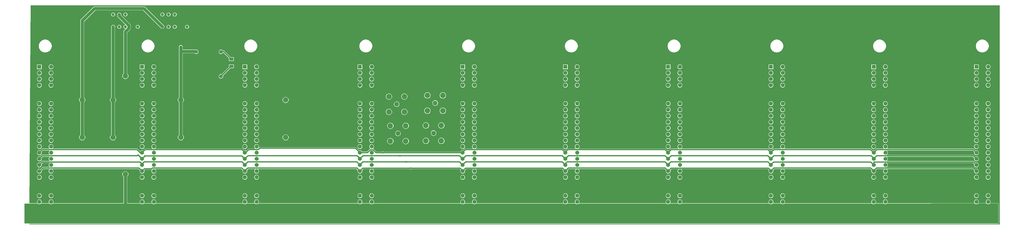
<source format=gbr>
G04 EAGLE Gerber RS-274X export*
G75*
%MOMM*%
%FSLAX34Y34*%
%LPD*%
%INBottom Copper*%
%IPPOS*%
%AMOC8*
5,1,8,0,0,1.08239X$1,22.5*%
G01*
%ADD10R,1.650000X1.650000*%
%ADD11C,1.650000*%
%ADD12R,0.930000X1.010000*%
%ADD13C,2.171700*%
%ADD14C,1.508000*%
%ADD15R,1.770000X1.230000*%
%ADD16C,1.270000*%
%ADD17C,1.943100*%
%ADD18C,2.247900*%
%ADD19C,1.270000*%
%ADD20C,0.508000*%
%ADD21C,0.152400*%
%ADD22C,0.756400*%

G36*
X4160413Y350460D02*
X4160413Y350460D01*
X4160432Y350458D01*
X4160534Y350480D01*
X4160636Y350497D01*
X4160653Y350506D01*
X4160673Y350511D01*
X4160762Y350564D01*
X4160853Y350612D01*
X4160867Y350627D01*
X4160884Y350637D01*
X4160951Y350715D01*
X4161023Y350790D01*
X4161031Y350808D01*
X4161044Y350824D01*
X4161083Y350920D01*
X4161126Y351014D01*
X4161128Y351033D01*
X4161136Y351052D01*
X4161154Y351219D01*
X4161154Y1256396D01*
X4161151Y1256415D01*
X4161153Y1256435D01*
X4161131Y1256536D01*
X4161115Y1256638D01*
X4161105Y1256656D01*
X4161101Y1256675D01*
X4161048Y1256764D01*
X4160999Y1256856D01*
X4160985Y1256869D01*
X4160975Y1256887D01*
X4160896Y1256954D01*
X4160821Y1257025D01*
X4160803Y1257034D01*
X4160788Y1257046D01*
X4160692Y1257085D01*
X4160598Y1257129D01*
X4160578Y1257131D01*
X4160560Y1257138D01*
X4160393Y1257157D01*
X168813Y1257157D01*
X168796Y1257154D01*
X168778Y1257156D01*
X168675Y1257134D01*
X168571Y1257117D01*
X168555Y1257109D01*
X168537Y1257105D01*
X168446Y1257051D01*
X168353Y1257002D01*
X168341Y1256989D01*
X168325Y1256980D01*
X168256Y1256900D01*
X168184Y1256824D01*
X168176Y1256808D01*
X168165Y1256794D01*
X168125Y1256696D01*
X168080Y1256601D01*
X168078Y1256583D01*
X168071Y1256566D01*
X168052Y1256400D01*
X163672Y439122D01*
X163675Y439100D01*
X163673Y439078D01*
X163694Y438979D01*
X163710Y438879D01*
X163720Y438859D01*
X163725Y438838D01*
X163777Y438751D01*
X163824Y438661D01*
X163840Y438646D01*
X163851Y438627D01*
X163928Y438561D01*
X164001Y438491D01*
X164021Y438481D01*
X164038Y438467D01*
X164132Y438429D01*
X164224Y438386D01*
X164246Y438383D01*
X164266Y438375D01*
X164433Y438357D01*
X195173Y438361D01*
X195219Y438369D01*
X195264Y438367D01*
X195339Y438389D01*
X195416Y438401D01*
X195457Y438423D01*
X195501Y438435D01*
X195565Y438480D01*
X195634Y438516D01*
X195665Y438549D01*
X195703Y438576D01*
X195749Y438638D01*
X195803Y438695D01*
X195822Y438736D01*
X195850Y438773D01*
X195874Y438847D01*
X195906Y438918D01*
X195912Y438963D01*
X195926Y439007D01*
X195925Y439085D01*
X195934Y439162D01*
X195924Y439207D01*
X195923Y439253D01*
X195885Y439385D01*
X195881Y439403D01*
X195879Y439407D01*
X195877Y439414D01*
X194575Y442556D01*
X194575Y446444D01*
X196063Y450037D01*
X198813Y452787D01*
X202406Y454275D01*
X206294Y454275D01*
X209887Y452787D01*
X212637Y450037D01*
X214125Y446444D01*
X214125Y442556D01*
X212825Y439417D01*
X212814Y439372D01*
X212795Y439330D01*
X212786Y439253D01*
X212768Y439177D01*
X212773Y439132D01*
X212768Y439086D01*
X212784Y439010D01*
X212791Y438932D01*
X212810Y438890D01*
X212820Y438846D01*
X212860Y438779D01*
X212891Y438708D01*
X212923Y438674D01*
X212946Y438634D01*
X213005Y438584D01*
X213058Y438527D01*
X213098Y438504D01*
X213133Y438475D01*
X213205Y438446D01*
X213273Y438408D01*
X213319Y438400D01*
X213361Y438383D01*
X213497Y438368D01*
X213515Y438364D01*
X213520Y438365D01*
X213528Y438364D01*
X243670Y438369D01*
X243716Y438376D01*
X243761Y438374D01*
X243836Y438396D01*
X243913Y438409D01*
X243954Y438430D01*
X243998Y438443D01*
X244062Y438487D01*
X244130Y438524D01*
X244162Y438557D01*
X244200Y438583D01*
X244246Y438646D01*
X244300Y438702D01*
X244319Y438744D01*
X244346Y438781D01*
X244371Y438855D01*
X244403Y438925D01*
X244408Y438971D01*
X244423Y439014D01*
X244422Y439092D01*
X244430Y439170D01*
X244421Y439215D01*
X244420Y439260D01*
X244382Y439392D01*
X244378Y439410D01*
X244376Y439414D01*
X244373Y439422D01*
X243075Y442556D01*
X243075Y446444D01*
X244563Y450037D01*
X247313Y452787D01*
X250906Y454275D01*
X254794Y454275D01*
X258387Y452787D01*
X261137Y450037D01*
X262625Y446444D01*
X262625Y442556D01*
X261328Y439424D01*
X261317Y439380D01*
X261298Y439338D01*
X261289Y439261D01*
X261272Y439185D01*
X261276Y439139D01*
X261271Y439094D01*
X261287Y439018D01*
X261295Y438940D01*
X261313Y438898D01*
X261323Y438853D01*
X261363Y438786D01*
X261395Y438715D01*
X261426Y438682D01*
X261449Y438642D01*
X261508Y438592D01*
X261561Y438534D01*
X261601Y438512D01*
X261636Y438482D01*
X261708Y438453D01*
X261777Y438416D01*
X261822Y438407D01*
X261864Y438390D01*
X262000Y438375D01*
X262019Y438372D01*
X262024Y438373D01*
X262031Y438372D01*
X550164Y438417D01*
X550184Y438420D01*
X550203Y438418D01*
X550305Y438440D01*
X550407Y438457D01*
X550424Y438466D01*
X550444Y438470D01*
X550533Y438524D01*
X550624Y438572D01*
X550638Y438586D01*
X550655Y438597D01*
X550722Y438675D01*
X550794Y438750D01*
X550802Y438768D01*
X550815Y438784D01*
X550854Y438880D01*
X550897Y438974D01*
X550899Y438993D01*
X550907Y439012D01*
X550925Y439178D01*
X550925Y548847D01*
X550911Y548937D01*
X550903Y549028D01*
X550891Y549058D01*
X550886Y549090D01*
X550843Y549170D01*
X550807Y549254D01*
X550781Y549286D01*
X550770Y549307D01*
X550747Y549329D01*
X550702Y549385D01*
X548302Y551785D01*
X546417Y556337D01*
X546417Y561263D01*
X548302Y565815D01*
X551785Y569298D01*
X556337Y571183D01*
X561263Y571183D01*
X565815Y569298D01*
X569298Y565815D01*
X571183Y561263D01*
X571183Y556337D01*
X569298Y551785D01*
X566898Y549385D01*
X566845Y549311D01*
X566785Y549242D01*
X566773Y549212D01*
X566754Y549185D01*
X566727Y549098D01*
X566693Y549014D01*
X566689Y548973D01*
X566682Y548950D01*
X566683Y548918D01*
X566675Y548847D01*
X566675Y439181D01*
X566678Y439161D01*
X566676Y439142D01*
X566698Y439040D01*
X566714Y438938D01*
X566724Y438921D01*
X566728Y438901D01*
X566781Y438812D01*
X566830Y438721D01*
X566844Y438707D01*
X566854Y438690D01*
X566933Y438623D01*
X567008Y438552D01*
X567026Y438543D01*
X567041Y438530D01*
X567137Y438492D01*
X567231Y438448D01*
X567251Y438446D01*
X567269Y438438D01*
X567436Y438420D01*
X618488Y438428D01*
X618533Y438435D01*
X618579Y438433D01*
X618654Y438455D01*
X618730Y438468D01*
X618771Y438489D01*
X618815Y438502D01*
X618879Y438546D01*
X618948Y438583D01*
X618979Y438616D01*
X619017Y438642D01*
X619064Y438705D01*
X619117Y438761D01*
X619136Y438803D01*
X619164Y438840D01*
X619188Y438914D01*
X619221Y438984D01*
X619226Y439030D01*
X619240Y439073D01*
X619239Y439151D01*
X619248Y439229D01*
X619238Y439274D01*
X619238Y439319D01*
X619199Y439451D01*
X619195Y439469D01*
X619193Y439473D01*
X619191Y439481D01*
X617917Y442556D01*
X617917Y446444D01*
X619405Y450037D01*
X622155Y452787D01*
X625747Y454275D01*
X629636Y454275D01*
X633229Y452787D01*
X635978Y450037D01*
X637467Y446444D01*
X637467Y442556D01*
X636194Y439483D01*
X636183Y439439D01*
X636164Y439397D01*
X636156Y439320D01*
X636138Y439244D01*
X636142Y439198D01*
X636137Y439153D01*
X636154Y439077D01*
X636161Y438999D01*
X636180Y438957D01*
X636189Y438912D01*
X636229Y438845D01*
X636261Y438774D01*
X636292Y438740D01*
X636316Y438701D01*
X636375Y438651D01*
X636427Y438593D01*
X636468Y438571D01*
X636503Y438541D01*
X636575Y438512D01*
X636643Y438475D01*
X636688Y438466D01*
X636731Y438449D01*
X636866Y438434D01*
X636885Y438431D01*
X636890Y438432D01*
X636897Y438431D01*
X666985Y438436D01*
X667030Y438443D01*
X667076Y438441D01*
X667150Y438463D01*
X667227Y438475D01*
X667268Y438497D01*
X667312Y438510D01*
X667376Y438554D01*
X667445Y438590D01*
X667476Y438624D01*
X667514Y438650D01*
X667560Y438712D01*
X667614Y438769D01*
X667633Y438810D01*
X667661Y438847D01*
X667685Y438921D01*
X667718Y438992D01*
X667723Y439037D01*
X667737Y439081D01*
X667736Y439159D01*
X667745Y439236D01*
X667735Y439281D01*
X667734Y439327D01*
X667696Y439459D01*
X667692Y439477D01*
X667690Y439481D01*
X667688Y439488D01*
X666417Y442556D01*
X666417Y446444D01*
X667905Y450037D01*
X670655Y452787D01*
X674247Y454275D01*
X678136Y454275D01*
X681729Y452787D01*
X684478Y450037D01*
X685967Y446444D01*
X685967Y442556D01*
X684697Y439491D01*
X684687Y439446D01*
X684667Y439405D01*
X684659Y439327D01*
X684641Y439252D01*
X684645Y439206D01*
X684640Y439160D01*
X684657Y439084D01*
X684664Y439007D01*
X684683Y438965D01*
X684693Y438920D01*
X684732Y438853D01*
X684764Y438782D01*
X684795Y438748D01*
X684819Y438709D01*
X684878Y438658D01*
X684930Y438601D01*
X684971Y438579D01*
X685006Y438549D01*
X685078Y438520D01*
X685146Y438482D01*
X685191Y438474D01*
X685234Y438457D01*
X685369Y438442D01*
X685388Y438439D01*
X685393Y438439D01*
X685401Y438438D01*
X1041802Y438495D01*
X1041847Y438502D01*
X1041893Y438500D01*
X1041968Y438522D01*
X1042045Y438534D01*
X1042085Y438556D01*
X1042129Y438569D01*
X1042193Y438613D01*
X1042262Y438649D01*
X1042293Y438683D01*
X1042331Y438709D01*
X1042378Y438771D01*
X1042431Y438828D01*
X1042451Y438869D01*
X1042478Y438906D01*
X1042502Y438980D01*
X1042535Y439051D01*
X1042540Y439096D01*
X1042554Y439140D01*
X1042553Y439218D01*
X1042562Y439295D01*
X1042552Y439340D01*
X1042552Y439386D01*
X1042514Y439518D01*
X1042510Y439536D01*
X1042507Y439540D01*
X1042505Y439547D01*
X1041259Y442556D01*
X1041259Y446444D01*
X1042747Y450037D01*
X1045497Y452787D01*
X1049089Y454275D01*
X1052978Y454275D01*
X1056571Y452787D01*
X1059320Y450037D01*
X1060808Y446444D01*
X1060808Y442556D01*
X1059563Y439550D01*
X1059553Y439505D01*
X1059533Y439464D01*
X1059525Y439386D01*
X1059507Y439311D01*
X1059511Y439265D01*
X1059506Y439219D01*
X1059523Y439143D01*
X1059530Y439066D01*
X1059549Y439024D01*
X1059559Y438979D01*
X1059599Y438912D01*
X1059630Y438841D01*
X1059661Y438807D01*
X1059685Y438768D01*
X1059744Y438717D01*
X1059797Y438660D01*
X1059837Y438638D01*
X1059872Y438608D01*
X1059944Y438579D01*
X1060012Y438541D01*
X1060058Y438533D01*
X1060100Y438516D01*
X1060236Y438501D01*
X1060254Y438498D01*
X1060259Y438498D01*
X1060267Y438497D01*
X1090299Y438502D01*
X1090344Y438510D01*
X1090390Y438508D01*
X1090465Y438529D01*
X1090541Y438542D01*
X1090582Y438563D01*
X1090626Y438576D01*
X1090690Y438621D01*
X1090759Y438657D01*
X1090790Y438690D01*
X1090828Y438716D01*
X1090875Y438779D01*
X1090928Y438835D01*
X1090947Y438877D01*
X1090975Y438914D01*
X1090999Y438988D01*
X1091032Y439059D01*
X1091037Y439104D01*
X1091051Y439148D01*
X1091050Y439226D01*
X1091059Y439303D01*
X1091049Y439348D01*
X1091049Y439394D01*
X1091010Y439525D01*
X1091006Y439543D01*
X1091004Y439548D01*
X1091002Y439555D01*
X1089759Y442556D01*
X1089759Y446444D01*
X1091247Y450037D01*
X1093997Y452787D01*
X1097589Y454275D01*
X1101478Y454275D01*
X1105071Y452787D01*
X1107820Y450037D01*
X1109308Y446444D01*
X1109308Y442556D01*
X1108066Y439558D01*
X1108056Y439513D01*
X1108037Y439471D01*
X1108028Y439394D01*
X1108010Y439318D01*
X1108015Y439272D01*
X1108010Y439227D01*
X1108026Y439151D01*
X1108033Y439073D01*
X1108052Y439031D01*
X1108062Y438986D01*
X1108102Y438920D01*
X1108133Y438849D01*
X1108165Y438815D01*
X1108188Y438775D01*
X1108247Y438725D01*
X1108300Y438667D01*
X1108340Y438645D01*
X1108375Y438615D01*
X1108447Y438586D01*
X1108515Y438549D01*
X1108561Y438541D01*
X1108603Y438524D01*
X1108739Y438509D01*
X1108757Y438505D01*
X1108762Y438506D01*
X1108770Y438505D01*
X1515913Y438569D01*
X1515958Y438577D01*
X1516004Y438575D01*
X1516079Y438596D01*
X1516156Y438609D01*
X1516196Y438630D01*
X1516240Y438643D01*
X1516304Y438688D01*
X1516373Y438724D01*
X1516404Y438757D01*
X1516442Y438783D01*
X1516489Y438846D01*
X1516542Y438902D01*
X1516562Y438944D01*
X1516589Y438981D01*
X1516613Y439055D01*
X1516646Y439126D01*
X1516651Y439171D01*
X1516665Y439215D01*
X1516664Y439293D01*
X1516673Y439370D01*
X1516663Y439415D01*
X1516663Y439461D01*
X1516624Y439592D01*
X1516621Y439610D01*
X1516618Y439615D01*
X1516616Y439622D01*
X1515401Y442556D01*
X1515401Y446444D01*
X1516889Y450037D01*
X1519638Y452787D01*
X1523231Y454275D01*
X1527120Y454275D01*
X1530712Y452787D01*
X1533462Y450037D01*
X1534950Y446444D01*
X1534950Y442556D01*
X1533736Y439625D01*
X1533726Y439580D01*
X1533706Y439538D01*
X1533698Y439461D01*
X1533680Y439385D01*
X1533684Y439339D01*
X1533679Y439294D01*
X1533696Y439218D01*
X1533703Y439140D01*
X1533722Y439098D01*
X1533731Y439053D01*
X1533771Y438987D01*
X1533803Y438916D01*
X1533834Y438882D01*
X1533858Y438842D01*
X1533917Y438792D01*
X1533969Y438734D01*
X1534010Y438712D01*
X1534045Y438682D01*
X1534117Y438653D01*
X1534185Y438616D01*
X1534230Y438608D01*
X1534273Y438591D01*
X1534408Y438575D01*
X1534427Y438572D01*
X1534432Y438573D01*
X1534439Y438572D01*
X1564410Y438577D01*
X1564455Y438584D01*
X1564501Y438582D01*
X1564576Y438604D01*
X1564652Y438617D01*
X1564693Y438638D01*
X1564737Y438651D01*
X1564801Y438695D01*
X1564870Y438732D01*
X1564901Y438765D01*
X1564939Y438791D01*
X1564985Y438854D01*
X1565039Y438910D01*
X1565058Y438952D01*
X1565086Y438988D01*
X1565110Y439063D01*
X1565143Y439133D01*
X1565148Y439179D01*
X1565162Y439222D01*
X1565161Y439300D01*
X1565170Y439378D01*
X1565160Y439422D01*
X1565160Y439468D01*
X1565121Y439600D01*
X1565117Y439618D01*
X1565115Y439622D01*
X1565113Y439629D01*
X1563901Y442556D01*
X1563901Y446444D01*
X1565389Y450037D01*
X1568138Y452787D01*
X1571731Y454275D01*
X1575620Y454275D01*
X1579212Y452787D01*
X1581962Y450037D01*
X1583450Y446444D01*
X1583450Y442556D01*
X1582239Y439632D01*
X1582229Y439587D01*
X1582209Y439546D01*
X1582201Y439468D01*
X1582183Y439393D01*
X1582187Y439347D01*
X1582182Y439301D01*
X1582199Y439225D01*
X1582206Y439148D01*
X1582225Y439106D01*
X1582235Y439061D01*
X1582275Y438994D01*
X1582306Y438923D01*
X1582337Y438889D01*
X1582361Y438850D01*
X1582420Y438799D01*
X1582473Y438742D01*
X1582513Y438720D01*
X1582548Y438690D01*
X1582620Y438661D01*
X1582688Y438623D01*
X1582733Y438615D01*
X1582776Y438598D01*
X1582912Y438583D01*
X1582930Y438580D01*
X1582935Y438581D01*
X1582943Y438580D01*
X1939227Y438636D01*
X1939272Y438643D01*
X1939318Y438641D01*
X1939393Y438663D01*
X1939470Y438676D01*
X1939510Y438697D01*
X1939554Y438710D01*
X1939618Y438754D01*
X1939687Y438791D01*
X1939719Y438824D01*
X1939756Y438850D01*
X1939803Y438913D01*
X1939856Y438969D01*
X1939876Y439011D01*
X1939903Y439047D01*
X1939927Y439122D01*
X1939960Y439192D01*
X1939965Y439238D01*
X1939979Y439281D01*
X1939979Y439359D01*
X1939987Y439437D01*
X1939977Y439481D01*
X1939977Y439527D01*
X1939939Y439659D01*
X1939935Y439677D01*
X1939932Y439681D01*
X1939930Y439688D01*
X1938742Y442556D01*
X1938742Y446444D01*
X1940231Y450037D01*
X1942980Y452787D01*
X1946573Y454275D01*
X1950462Y454275D01*
X1954054Y452787D01*
X1956804Y450037D01*
X1958292Y446444D01*
X1958292Y442556D01*
X1957105Y439691D01*
X1957095Y439646D01*
X1957076Y439605D01*
X1957067Y439527D01*
X1957049Y439452D01*
X1957054Y439406D01*
X1957049Y439360D01*
X1957065Y439284D01*
X1957072Y439207D01*
X1957091Y439165D01*
X1957101Y439120D01*
X1957141Y439053D01*
X1957172Y438982D01*
X1957203Y438948D01*
X1957227Y438909D01*
X1957286Y438858D01*
X1957339Y438801D01*
X1957379Y438779D01*
X1957414Y438749D01*
X1957486Y438720D01*
X1957554Y438682D01*
X1957600Y438674D01*
X1957642Y438657D01*
X1957778Y438642D01*
X1957796Y438639D01*
X1957801Y438640D01*
X1957809Y438639D01*
X1987724Y438643D01*
X1987769Y438651D01*
X1987815Y438649D01*
X1987890Y438671D01*
X1987967Y438683D01*
X1988007Y438705D01*
X1988051Y438717D01*
X1988115Y438762D01*
X1988184Y438798D01*
X1988215Y438831D01*
X1988253Y438858D01*
X1988300Y438920D01*
X1988353Y438977D01*
X1988373Y439018D01*
X1988400Y439055D01*
X1988424Y439129D01*
X1988457Y439200D01*
X1988462Y439245D01*
X1988476Y439289D01*
X1988475Y439367D01*
X1988484Y439444D01*
X1988474Y439489D01*
X1988474Y439535D01*
X1988436Y439667D01*
X1988432Y439685D01*
X1988429Y439689D01*
X1988427Y439696D01*
X1987242Y442556D01*
X1987242Y446444D01*
X1988731Y450037D01*
X1991480Y452787D01*
X1995073Y454275D01*
X1998962Y454275D01*
X2002554Y452787D01*
X2005304Y450037D01*
X2006792Y446444D01*
X2006792Y442556D01*
X2005609Y439699D01*
X2005598Y439654D01*
X2005579Y439612D01*
X2005570Y439535D01*
X2005552Y439459D01*
X2005557Y439414D01*
X2005552Y439368D01*
X2005568Y439292D01*
X2005576Y439215D01*
X2005594Y439172D01*
X2005604Y439128D01*
X2005644Y439061D01*
X2005676Y438990D01*
X2005707Y438956D01*
X2005730Y438917D01*
X2005789Y438866D01*
X2005842Y438809D01*
X2005882Y438786D01*
X2005917Y438757D01*
X2005989Y438728D01*
X2006057Y438690D01*
X2006103Y438682D01*
X2006145Y438665D01*
X2006281Y438650D01*
X2006299Y438646D01*
X2006305Y438647D01*
X2006312Y438646D01*
X2362541Y438702D01*
X2362586Y438710D01*
X2362632Y438708D01*
X2362707Y438730D01*
X2362784Y438742D01*
X2362824Y438764D01*
X2362868Y438776D01*
X2362932Y438821D01*
X2363001Y438857D01*
X2363033Y438890D01*
X2363071Y438917D01*
X2363117Y438979D01*
X2363171Y439036D01*
X2363190Y439077D01*
X2363217Y439114D01*
X2363241Y439188D01*
X2363274Y439259D01*
X2363279Y439304D01*
X2363293Y439348D01*
X2363293Y439426D01*
X2363301Y439503D01*
X2363292Y439548D01*
X2363291Y439594D01*
X2363253Y439726D01*
X2363249Y439744D01*
X2363246Y439748D01*
X2363244Y439755D01*
X2362084Y442556D01*
X2362084Y446444D01*
X2363572Y450037D01*
X2366322Y452787D01*
X2369915Y454275D01*
X2373803Y454275D01*
X2377396Y452787D01*
X2380146Y450037D01*
X2381634Y446444D01*
X2381634Y442556D01*
X2380475Y439758D01*
X2380464Y439713D01*
X2380445Y439671D01*
X2380436Y439594D01*
X2380419Y439518D01*
X2380423Y439473D01*
X2380418Y439427D01*
X2380434Y439351D01*
X2380442Y439273D01*
X2380460Y439231D01*
X2380470Y439187D01*
X2380510Y439120D01*
X2380542Y439049D01*
X2380573Y439015D01*
X2380596Y438975D01*
X2380655Y438925D01*
X2380708Y438868D01*
X2380749Y438845D01*
X2380783Y438816D01*
X2380855Y438787D01*
X2380924Y438749D01*
X2380969Y438741D01*
X2381012Y438724D01*
X2381147Y438709D01*
X2381166Y438705D01*
X2381171Y438706D01*
X2381178Y438705D01*
X2411038Y438710D01*
X2411083Y438717D01*
X2411129Y438715D01*
X2411204Y438737D01*
X2411281Y438750D01*
X2411321Y438771D01*
X2411365Y438784D01*
X2411429Y438828D01*
X2411498Y438865D01*
X2411530Y438898D01*
X2411567Y438924D01*
X2411614Y438987D01*
X2411667Y439043D01*
X2411687Y439085D01*
X2411714Y439122D01*
X2411738Y439196D01*
X2411771Y439266D01*
X2411776Y439312D01*
X2411790Y439355D01*
X2411790Y439433D01*
X2411798Y439511D01*
X2411788Y439556D01*
X2411788Y439601D01*
X2411750Y439733D01*
X2411746Y439751D01*
X2411743Y439755D01*
X2411741Y439763D01*
X2410584Y442556D01*
X2410584Y446444D01*
X2412072Y450037D01*
X2414822Y452787D01*
X2418415Y454275D01*
X2422303Y454275D01*
X2425896Y452787D01*
X2428646Y450037D01*
X2430134Y446444D01*
X2430134Y442556D01*
X2428978Y439765D01*
X2428970Y439732D01*
X2428969Y439729D01*
X2428968Y439723D01*
X2428967Y439721D01*
X2428948Y439679D01*
X2428940Y439602D01*
X2428922Y439526D01*
X2428926Y439480D01*
X2428921Y439435D01*
X2428938Y439359D01*
X2428945Y439281D01*
X2428964Y439239D01*
X2428973Y439194D01*
X2429013Y439127D01*
X2429045Y439056D01*
X2429076Y439023D01*
X2429100Y438983D01*
X2429159Y438933D01*
X2429211Y438875D01*
X2429252Y438853D01*
X2429287Y438823D01*
X2429359Y438794D01*
X2429427Y438757D01*
X2429472Y438748D01*
X2429515Y438731D01*
X2429650Y438716D01*
X2429669Y438713D01*
X2429674Y438714D01*
X2429681Y438713D01*
X2785855Y438769D01*
X2785901Y438776D01*
X2785946Y438774D01*
X2786021Y438796D01*
X2786098Y438809D01*
X2786139Y438830D01*
X2786183Y438843D01*
X2786247Y438887D01*
X2786316Y438924D01*
X2786347Y438957D01*
X2786385Y438983D01*
X2786431Y439046D01*
X2786485Y439102D01*
X2786504Y439144D01*
X2786532Y439181D01*
X2786556Y439255D01*
X2786588Y439325D01*
X2786593Y439371D01*
X2786608Y439414D01*
X2786607Y439492D01*
X2786616Y439570D01*
X2786606Y439615D01*
X2786605Y439660D01*
X2786567Y439792D01*
X2786563Y439810D01*
X2786561Y439814D01*
X2786559Y439821D01*
X2785426Y442556D01*
X2785426Y446444D01*
X2786914Y450037D01*
X2789664Y452787D01*
X2793256Y454275D01*
X2797145Y454275D01*
X2800738Y452787D01*
X2803487Y450037D01*
X2804976Y446444D01*
X2804976Y442556D01*
X2803844Y439824D01*
X2803834Y439780D01*
X2803814Y439738D01*
X2803806Y439661D01*
X2803788Y439585D01*
X2803792Y439539D01*
X2803787Y439494D01*
X2803804Y439418D01*
X2803811Y439340D01*
X2803830Y439298D01*
X2803840Y439253D01*
X2803880Y439186D01*
X2803911Y439115D01*
X2803942Y439081D01*
X2803966Y439042D01*
X2804025Y438992D01*
X2804078Y438934D01*
X2804118Y438912D01*
X2804153Y438882D01*
X2804225Y438853D01*
X2804293Y438816D01*
X2804338Y438807D01*
X2804381Y438790D01*
X2804517Y438775D01*
X2804535Y438772D01*
X2804540Y438773D01*
X2804548Y438772D01*
X2834352Y438777D01*
X2834397Y438784D01*
X2834443Y438782D01*
X2834518Y438804D01*
X2834595Y438816D01*
X2834635Y438838D01*
X2834680Y438851D01*
X2834744Y438895D01*
X2834812Y438931D01*
X2834844Y438965D01*
X2834882Y438991D01*
X2834928Y439053D01*
X2834982Y439110D01*
X2835001Y439151D01*
X2835028Y439188D01*
X2835053Y439262D01*
X2835085Y439333D01*
X2835090Y439378D01*
X2835105Y439422D01*
X2835104Y439500D01*
X2835112Y439577D01*
X2835103Y439622D01*
X2835102Y439668D01*
X2835064Y439800D01*
X2835060Y439818D01*
X2835058Y439822D01*
X2835055Y439829D01*
X2833926Y442556D01*
X2833926Y446444D01*
X2835414Y450037D01*
X2838164Y452787D01*
X2841756Y454275D01*
X2845645Y454275D01*
X2849238Y452787D01*
X2851987Y450037D01*
X2853476Y446444D01*
X2853476Y442556D01*
X2852347Y439832D01*
X2852337Y439787D01*
X2852318Y439746D01*
X2852309Y439668D01*
X2852291Y439593D01*
X2852296Y439547D01*
X2852290Y439501D01*
X2852307Y439425D01*
X2852314Y439348D01*
X2852333Y439306D01*
X2852343Y439261D01*
X2852383Y439194D01*
X2852414Y439123D01*
X2852445Y439089D01*
X2852469Y439050D01*
X2852528Y438999D01*
X2852581Y438942D01*
X2852621Y438920D01*
X2852656Y438890D01*
X2852728Y438861D01*
X2852796Y438823D01*
X2852842Y438815D01*
X2852884Y438798D01*
X2853020Y438783D01*
X2853038Y438780D01*
X2853043Y438780D01*
X2853051Y438779D01*
X3209170Y438836D01*
X3209215Y438843D01*
X3209261Y438841D01*
X3209336Y438863D01*
X3209412Y438875D01*
X3209453Y438897D01*
X3209497Y438910D01*
X3209561Y438954D01*
X3209630Y438990D01*
X3209661Y439024D01*
X3209699Y439050D01*
X3209745Y439112D01*
X3209799Y439169D01*
X3209818Y439210D01*
X3209846Y439247D01*
X3209870Y439321D01*
X3209903Y439392D01*
X3209908Y439437D01*
X3209922Y439481D01*
X3209921Y439559D01*
X3209930Y439636D01*
X3209920Y439681D01*
X3209920Y439727D01*
X3209881Y439859D01*
X3209877Y439877D01*
X3209875Y439881D01*
X3209873Y439888D01*
X3208768Y442556D01*
X3208768Y446444D01*
X3210256Y450037D01*
X3213006Y452787D01*
X3216598Y454275D01*
X3220487Y454275D01*
X3224080Y452787D01*
X3226829Y450037D01*
X3228317Y446444D01*
X3228317Y442556D01*
X3227214Y439891D01*
X3227203Y439846D01*
X3227184Y439805D01*
X3227175Y439727D01*
X3227157Y439652D01*
X3227162Y439606D01*
X3227157Y439560D01*
X3227173Y439484D01*
X3227181Y439407D01*
X3227199Y439365D01*
X3227209Y439320D01*
X3227249Y439253D01*
X3227281Y439182D01*
X3227312Y439148D01*
X3227335Y439109D01*
X3227394Y439058D01*
X3227447Y439001D01*
X3227487Y438979D01*
X3227522Y438949D01*
X3227594Y438920D01*
X3227662Y438882D01*
X3227708Y438874D01*
X3227750Y438857D01*
X3227886Y438842D01*
X3227904Y438839D01*
X3227910Y438839D01*
X3227917Y438838D01*
X3257666Y438843D01*
X3257712Y438851D01*
X3257758Y438849D01*
X3257832Y438870D01*
X3257909Y438883D01*
X3257950Y438904D01*
X3257994Y438917D01*
X3258058Y438962D01*
X3258127Y438998D01*
X3258158Y439031D01*
X3258196Y439057D01*
X3258242Y439120D01*
X3258296Y439176D01*
X3258315Y439218D01*
X3258343Y439255D01*
X3258367Y439329D01*
X3258400Y439399D01*
X3258405Y439445D01*
X3258419Y439489D01*
X3258418Y439567D01*
X3258427Y439644D01*
X3258417Y439689D01*
X3258416Y439735D01*
X3258378Y439866D01*
X3258374Y439884D01*
X3258372Y439889D01*
X3258370Y439896D01*
X3257268Y442556D01*
X3257268Y446444D01*
X3258756Y450037D01*
X3261506Y452787D01*
X3265098Y454275D01*
X3268987Y454275D01*
X3272580Y452787D01*
X3275329Y450037D01*
X3276817Y446444D01*
X3276817Y442556D01*
X3275717Y439899D01*
X3275706Y439854D01*
X3275687Y439812D01*
X3275678Y439735D01*
X3275661Y439659D01*
X3275665Y439613D01*
X3275660Y439568D01*
X3275676Y439492D01*
X3275684Y439414D01*
X3275702Y439372D01*
X3275712Y439327D01*
X3275752Y439261D01*
X3275784Y439190D01*
X3275815Y439156D01*
X3275838Y439116D01*
X3275897Y439066D01*
X3275950Y439008D01*
X3275990Y438986D01*
X3276025Y438956D01*
X3276097Y438927D01*
X3276166Y438890D01*
X3276211Y438882D01*
X3276253Y438865D01*
X3276389Y438850D01*
X3276408Y438846D01*
X3276413Y438847D01*
X3276420Y438846D01*
X3632491Y438902D01*
X3632537Y438910D01*
X3632583Y438908D01*
X3632657Y438929D01*
X3632734Y438942D01*
X3632775Y438963D01*
X3632819Y438976D01*
X3632883Y439021D01*
X3632952Y439057D01*
X3632983Y439090D01*
X3633021Y439116D01*
X3633067Y439179D01*
X3633121Y439235D01*
X3633140Y439277D01*
X3633168Y439314D01*
X3633192Y439388D01*
X3633225Y439458D01*
X3633230Y439504D01*
X3633244Y439548D01*
X3633243Y439626D01*
X3633252Y439703D01*
X3633242Y439748D01*
X3633241Y439794D01*
X3633203Y439925D01*
X3633199Y439943D01*
X3633197Y439948D01*
X3633195Y439955D01*
X3632117Y442556D01*
X3632117Y446444D01*
X3633605Y450037D01*
X3636355Y452787D01*
X3639948Y454275D01*
X3643836Y454275D01*
X3647429Y452787D01*
X3650179Y450037D01*
X3651667Y446444D01*
X3651667Y442556D01*
X3650591Y439958D01*
X3650580Y439913D01*
X3650561Y439871D01*
X3650552Y439794D01*
X3650534Y439718D01*
X3650539Y439672D01*
X3650534Y439627D01*
X3650550Y439551D01*
X3650558Y439473D01*
X3650576Y439431D01*
X3650586Y439386D01*
X3650626Y439320D01*
X3650658Y439249D01*
X3650689Y439215D01*
X3650712Y439175D01*
X3650771Y439125D01*
X3650824Y439067D01*
X3650864Y439045D01*
X3650899Y439015D01*
X3650971Y438986D01*
X3651039Y438949D01*
X3651085Y438941D01*
X3651127Y438924D01*
X3651263Y438909D01*
X3651282Y438905D01*
X3651287Y438906D01*
X3651294Y438905D01*
X3680988Y438910D01*
X3681034Y438917D01*
X3681079Y438915D01*
X3681154Y438937D01*
X3681231Y438950D01*
X3681272Y438971D01*
X3681316Y438984D01*
X3681380Y439028D01*
X3681448Y439065D01*
X3681480Y439098D01*
X3681518Y439124D01*
X3681564Y439187D01*
X3681618Y439243D01*
X3681637Y439285D01*
X3681664Y439321D01*
X3681689Y439396D01*
X3681721Y439466D01*
X3681726Y439512D01*
X3681741Y439555D01*
X3681740Y439633D01*
X3681748Y439711D01*
X3681739Y439755D01*
X3681738Y439801D01*
X3681700Y439933D01*
X3681696Y439951D01*
X3681694Y439955D01*
X3681692Y439962D01*
X3680617Y442556D01*
X3680617Y446444D01*
X3682105Y450037D01*
X3684855Y452787D01*
X3688448Y454275D01*
X3692336Y454275D01*
X3695929Y452787D01*
X3698679Y450037D01*
X3700167Y446444D01*
X3700167Y442556D01*
X3699094Y439965D01*
X3699083Y439920D01*
X3699064Y439879D01*
X3699055Y439801D01*
X3699038Y439726D01*
X3699042Y439680D01*
X3699037Y439634D01*
X3699053Y439558D01*
X3699061Y439481D01*
X3699079Y439439D01*
X3699089Y439394D01*
X3699129Y439327D01*
X3699161Y439256D01*
X3699192Y439222D01*
X3699215Y439183D01*
X3699274Y439132D01*
X3699327Y439075D01*
X3699367Y439053D01*
X3699402Y439023D01*
X3699474Y438994D01*
X3699543Y438956D01*
X3699588Y438948D01*
X3699630Y438931D01*
X3699766Y438916D01*
X3699785Y438913D01*
X3699790Y438914D01*
X3699797Y438913D01*
X4055798Y438969D01*
X4055843Y438976D01*
X4055889Y438974D01*
X4055964Y438996D01*
X4056041Y439008D01*
X4056081Y439030D01*
X4056125Y439043D01*
X4056189Y439087D01*
X4056258Y439124D01*
X4056290Y439157D01*
X4056327Y439183D01*
X4056374Y439246D01*
X4056427Y439302D01*
X4056447Y439344D01*
X4056474Y439380D01*
X4056498Y439454D01*
X4056531Y439525D01*
X4056536Y439571D01*
X4056550Y439614D01*
X4056550Y439692D01*
X4056558Y439770D01*
X4056548Y439814D01*
X4056548Y439860D01*
X4056510Y439992D01*
X4056506Y440010D01*
X4056503Y440014D01*
X4056501Y440021D01*
X4055451Y442556D01*
X4055451Y446444D01*
X4056940Y450037D01*
X4059689Y452787D01*
X4063282Y454275D01*
X4067171Y454275D01*
X4070763Y452787D01*
X4073513Y450037D01*
X4075001Y446444D01*
X4075001Y442556D01*
X4073952Y440024D01*
X4073942Y439979D01*
X4073923Y439938D01*
X4073914Y439860D01*
X4073896Y439785D01*
X4073901Y439739D01*
X4073895Y439693D01*
X4073912Y439617D01*
X4073919Y439540D01*
X4073938Y439498D01*
X4073948Y439453D01*
X4073988Y439386D01*
X4074019Y439315D01*
X4074050Y439281D01*
X4074074Y439242D01*
X4074133Y439191D01*
X4074186Y439134D01*
X4074226Y439112D01*
X4074261Y439082D01*
X4074333Y439053D01*
X4074401Y439015D01*
X4074447Y439007D01*
X4074489Y438990D01*
X4074625Y438975D01*
X4074643Y438972D01*
X4074648Y438973D01*
X4074656Y438972D01*
X4104295Y438976D01*
X4104340Y438984D01*
X4104386Y438982D01*
X4104461Y439004D01*
X4104538Y439016D01*
X4104578Y439038D01*
X4104622Y439050D01*
X4104686Y439095D01*
X4104755Y439131D01*
X4104787Y439164D01*
X4104824Y439191D01*
X4104871Y439253D01*
X4104924Y439310D01*
X4104944Y439351D01*
X4104971Y439388D01*
X4104995Y439462D01*
X4105028Y439533D01*
X4105033Y439578D01*
X4105047Y439622D01*
X4105046Y439700D01*
X4105055Y439777D01*
X4105045Y439822D01*
X4105045Y439868D01*
X4105007Y440000D01*
X4105003Y440018D01*
X4105000Y440022D01*
X4104998Y440029D01*
X4103951Y442556D01*
X4103951Y446444D01*
X4105440Y450037D01*
X4108189Y452787D01*
X4111782Y454275D01*
X4115671Y454275D01*
X4119263Y452787D01*
X4122013Y450037D01*
X4123501Y446444D01*
X4123501Y442556D01*
X4122456Y440032D01*
X4122445Y439987D01*
X4122426Y439945D01*
X4122417Y439868D01*
X4122399Y439792D01*
X4122404Y439747D01*
X4122399Y439701D01*
X4122415Y439625D01*
X4122422Y439548D01*
X4122441Y439505D01*
X4122451Y439461D01*
X4122491Y439394D01*
X4122522Y439323D01*
X4122554Y439289D01*
X4122577Y439250D01*
X4122636Y439199D01*
X4122689Y439142D01*
X4122729Y439119D01*
X4122764Y439090D01*
X4122836Y439061D01*
X4122904Y439023D01*
X4122950Y439015D01*
X4122992Y438998D01*
X4123128Y438983D01*
X4123146Y438979D01*
X4123151Y438980D01*
X4123159Y438979D01*
X4153034Y438984D01*
X4153036Y438984D01*
X4154365Y438984D01*
X4155244Y438984D01*
X4155865Y438363D01*
X4156584Y437645D01*
X4156584Y436700D01*
X4156584Y435437D01*
X4156584Y435435D01*
X4156584Y354462D01*
X4155244Y353123D01*
X163968Y353123D01*
X163950Y353120D01*
X163932Y353122D01*
X163829Y353100D01*
X163725Y353083D01*
X163709Y353075D01*
X163692Y353071D01*
X163601Y353017D01*
X163508Y352968D01*
X163495Y352955D01*
X163480Y352946D01*
X163411Y352866D01*
X163338Y352790D01*
X163331Y352773D01*
X163319Y352760D01*
X163279Y352662D01*
X163235Y352567D01*
X163233Y352549D01*
X163226Y352532D01*
X163207Y352366D01*
X163200Y351223D01*
X163204Y351201D01*
X163201Y351179D01*
X163223Y351080D01*
X163239Y350980D01*
X163249Y350960D01*
X163254Y350939D01*
X163306Y350852D01*
X163353Y350762D01*
X163369Y350746D01*
X163380Y350728D01*
X163457Y350662D01*
X163530Y350591D01*
X163550Y350582D01*
X163567Y350568D01*
X163661Y350530D01*
X163753Y350486D01*
X163775Y350484D01*
X163795Y350476D01*
X163962Y350457D01*
X4160393Y350457D01*
X4160413Y350460D01*
G37*
G36*
X4154317Y354651D02*
X4154317Y354651D01*
X4154336Y354649D01*
X4154438Y354671D01*
X4154540Y354688D01*
X4154557Y354697D01*
X4154577Y354702D01*
X4154666Y354755D01*
X4154757Y354803D01*
X4154771Y354818D01*
X4154788Y354828D01*
X4154855Y354906D01*
X4154927Y354981D01*
X4154935Y354999D01*
X4154948Y355015D01*
X4154987Y355111D01*
X4155030Y355205D01*
X4155032Y355224D01*
X4155040Y355243D01*
X4155058Y355410D01*
X4155058Y436698D01*
X4155055Y436717D01*
X4155057Y436737D01*
X4155035Y436838D01*
X4155019Y436940D01*
X4155009Y436958D01*
X4155005Y436977D01*
X4154952Y437066D01*
X4154903Y437158D01*
X4154889Y437171D01*
X4154879Y437189D01*
X4154800Y437256D01*
X4154725Y437327D01*
X4154707Y437335D01*
X4154692Y437348D01*
X4154596Y437387D01*
X4154502Y437431D01*
X4154482Y437433D01*
X4154464Y437440D01*
X4154297Y437459D01*
X4120818Y437453D01*
X4120728Y437439D01*
X4120638Y437432D01*
X4120608Y437419D01*
X4120576Y437414D01*
X4120495Y437371D01*
X4120411Y437335D01*
X4120379Y437310D01*
X4120358Y437299D01*
X4120336Y437275D01*
X4120280Y437231D01*
X4119263Y436213D01*
X4115671Y434725D01*
X4111782Y434725D01*
X4108189Y436213D01*
X4107174Y437228D01*
X4107100Y437282D01*
X4107031Y437341D01*
X4107001Y437353D01*
X4106975Y437372D01*
X4106887Y437399D01*
X4106803Y437433D01*
X4106762Y437437D01*
X4106740Y437444D01*
X4106707Y437443D01*
X4106636Y437451D01*
X4072311Y437446D01*
X4072221Y437431D01*
X4072130Y437424D01*
X4072100Y437411D01*
X4072068Y437406D01*
X4071987Y437363D01*
X4071904Y437328D01*
X4071871Y437302D01*
X4071851Y437291D01*
X4071829Y437268D01*
X4071773Y437223D01*
X4070763Y436213D01*
X4067171Y434725D01*
X4063282Y434725D01*
X4059689Y436213D01*
X4058682Y437221D01*
X4058608Y437274D01*
X4058538Y437333D01*
X4058508Y437345D01*
X4058482Y437364D01*
X4058395Y437391D01*
X4058310Y437425D01*
X4058270Y437430D01*
X4058247Y437437D01*
X4058215Y437436D01*
X4058144Y437444D01*
X3697418Y437387D01*
X3697328Y437372D01*
X3697237Y437365D01*
X3697207Y437352D01*
X3697175Y437347D01*
X3697094Y437304D01*
X3697010Y437269D01*
X3696978Y437243D01*
X3696958Y437232D01*
X3696935Y437209D01*
X3696880Y437164D01*
X3695929Y436213D01*
X3692336Y434725D01*
X3688448Y434725D01*
X3684855Y436213D01*
X3683907Y437162D01*
X3683833Y437215D01*
X3683763Y437274D01*
X3683733Y437286D01*
X3683707Y437305D01*
X3683620Y437332D01*
X3683535Y437366D01*
X3683494Y437371D01*
X3683472Y437378D01*
X3683440Y437377D01*
X3683368Y437385D01*
X3648910Y437379D01*
X3648820Y437364D01*
X3648729Y437357D01*
X3648699Y437345D01*
X3648667Y437339D01*
X3648587Y437297D01*
X3648503Y437261D01*
X3648471Y437235D01*
X3648450Y437224D01*
X3648428Y437201D01*
X3648372Y437156D01*
X3647429Y436213D01*
X3643836Y434725D01*
X3639948Y434725D01*
X3636355Y436213D01*
X3635414Y437154D01*
X3635340Y437207D01*
X3635271Y437267D01*
X3635241Y437279D01*
X3635215Y437298D01*
X3635127Y437324D01*
X3635043Y437359D01*
X3635002Y437363D01*
X3634980Y437370D01*
X3634947Y437369D01*
X3634876Y437377D01*
X3274002Y437320D01*
X3273912Y437306D01*
X3273821Y437298D01*
X3273791Y437286D01*
X3273759Y437280D01*
X3273678Y437238D01*
X3273594Y437202D01*
X3273562Y437176D01*
X3273542Y437165D01*
X3273519Y437142D01*
X3273463Y437097D01*
X3272580Y436213D01*
X3268987Y434725D01*
X3265098Y434725D01*
X3261506Y436213D01*
X3260624Y437095D01*
X3260550Y437148D01*
X3260480Y437208D01*
X3260450Y437220D01*
X3260424Y437239D01*
X3260337Y437266D01*
X3260252Y437300D01*
X3260212Y437304D01*
X3260189Y437311D01*
X3260157Y437310D01*
X3260086Y437318D01*
X3225494Y437313D01*
X3225404Y437298D01*
X3225313Y437291D01*
X3225283Y437278D01*
X3225251Y437273D01*
X3225171Y437230D01*
X3225087Y437194D01*
X3225055Y437169D01*
X3225034Y437158D01*
X3225012Y437134D01*
X3224956Y437090D01*
X3224080Y436213D01*
X3220487Y434725D01*
X3216598Y434725D01*
X3213006Y436213D01*
X3212132Y437087D01*
X3212057Y437141D01*
X3211988Y437200D01*
X3211958Y437212D01*
X3211932Y437231D01*
X3211845Y437258D01*
X3211760Y437292D01*
X3211719Y437296D01*
X3211697Y437303D01*
X3211664Y437303D01*
X3211593Y437310D01*
X2850593Y437254D01*
X2850503Y437239D01*
X2850412Y437232D01*
X2850383Y437219D01*
X2850350Y437214D01*
X2850270Y437171D01*
X2850186Y437135D01*
X2850154Y437110D01*
X2850133Y437099D01*
X2850111Y437075D01*
X2850055Y437031D01*
X2849238Y436213D01*
X2845645Y434725D01*
X2841756Y434725D01*
X2838164Y436213D01*
X2837349Y437029D01*
X2837275Y437082D01*
X2837205Y437141D01*
X2837175Y437153D01*
X2837149Y437172D01*
X2837062Y437199D01*
X2836977Y437233D01*
X2836936Y437238D01*
X2836914Y437244D01*
X2836882Y437244D01*
X2836810Y437251D01*
X2802086Y437246D01*
X2801996Y437231D01*
X2801905Y437224D01*
X2801875Y437211D01*
X2801843Y437206D01*
X2801762Y437164D01*
X2801678Y437128D01*
X2801646Y437102D01*
X2801625Y437091D01*
X2801603Y437068D01*
X2801547Y437023D01*
X2800738Y436213D01*
X2797145Y434725D01*
X2793256Y434725D01*
X2789664Y436213D01*
X2788856Y437021D01*
X2788782Y437074D01*
X2788713Y437134D01*
X2788683Y437146D01*
X2788657Y437164D01*
X2788569Y437191D01*
X2788485Y437225D01*
X2788444Y437230D01*
X2788422Y437237D01*
X2788389Y437236D01*
X2788318Y437244D01*
X2427185Y437187D01*
X2427095Y437172D01*
X2427004Y437165D01*
X2426974Y437152D01*
X2426942Y437147D01*
X2426861Y437105D01*
X2426778Y437069D01*
X2426745Y437043D01*
X2426725Y437032D01*
X2426703Y437009D01*
X2426647Y436964D01*
X2425896Y436213D01*
X2422303Y434725D01*
X2418415Y434725D01*
X2414822Y436213D01*
X2414074Y436962D01*
X2413999Y437015D01*
X2413930Y437075D01*
X2413900Y437087D01*
X2413874Y437105D01*
X2413786Y437132D01*
X2413702Y437166D01*
X2413661Y437171D01*
X2413639Y437178D01*
X2413606Y437177D01*
X2413535Y437185D01*
X2378677Y437179D01*
X2378587Y437165D01*
X2378496Y437158D01*
X2378466Y437145D01*
X2378434Y437140D01*
X2378354Y437097D01*
X2378270Y437061D01*
X2378238Y437035D01*
X2378217Y437025D01*
X2378195Y437001D01*
X2378139Y436956D01*
X2377396Y436213D01*
X2373803Y434725D01*
X2369915Y434725D01*
X2366322Y436213D01*
X2365581Y436954D01*
X2365507Y437008D01*
X2365438Y437067D01*
X2365408Y437079D01*
X2365381Y437098D01*
X2365294Y437125D01*
X2365209Y437159D01*
X2365169Y437163D01*
X2365146Y437170D01*
X2365114Y437169D01*
X2365043Y437177D01*
X2003776Y437120D01*
X2003686Y437106D01*
X2003595Y437099D01*
X2003566Y437086D01*
X2003534Y437081D01*
X2003453Y437038D01*
X2003369Y437002D01*
X2003337Y436976D01*
X2003316Y436966D01*
X2003294Y436942D01*
X2003238Y436897D01*
X2002554Y436213D01*
X1998962Y434725D01*
X1995073Y434725D01*
X1991480Y436213D01*
X1990798Y436895D01*
X1990724Y436949D01*
X1990655Y437008D01*
X1990625Y437020D01*
X1990599Y437039D01*
X1990511Y437066D01*
X1990427Y437100D01*
X1990386Y437104D01*
X1990363Y437111D01*
X1990331Y437110D01*
X1990260Y437118D01*
X1955269Y437113D01*
X1955179Y437098D01*
X1955088Y437091D01*
X1955058Y437078D01*
X1955026Y437073D01*
X1954945Y437030D01*
X1954862Y436995D01*
X1954829Y436969D01*
X1954809Y436958D01*
X1954786Y436935D01*
X1954731Y436890D01*
X1954054Y436213D01*
X1950462Y434725D01*
X1946573Y434725D01*
X1942980Y436213D01*
X1942306Y436888D01*
X1942232Y436941D01*
X1942162Y437000D01*
X1942132Y437012D01*
X1942106Y437031D01*
X1942019Y437058D01*
X1941934Y437092D01*
X1941894Y437097D01*
X1941871Y437104D01*
X1941839Y437103D01*
X1941768Y437111D01*
X1580368Y437054D01*
X1580278Y437039D01*
X1580187Y437032D01*
X1580157Y437019D01*
X1580125Y437014D01*
X1580045Y436971D01*
X1579961Y436936D01*
X1579929Y436910D01*
X1579908Y436899D01*
X1579886Y436876D01*
X1579830Y436831D01*
X1579212Y436213D01*
X1575620Y434725D01*
X1571731Y434725D01*
X1568138Y436213D01*
X1567523Y436829D01*
X1567449Y436882D01*
X1567380Y436941D01*
X1567350Y436953D01*
X1567323Y436972D01*
X1567236Y436999D01*
X1567151Y437033D01*
X1567111Y437038D01*
X1567088Y437045D01*
X1567056Y437044D01*
X1566985Y437052D01*
X1531860Y437046D01*
X1531770Y437031D01*
X1531679Y437024D01*
X1531650Y437012D01*
X1531618Y437006D01*
X1531537Y436964D01*
X1531453Y436928D01*
X1531421Y436902D01*
X1531400Y436891D01*
X1531378Y436868D01*
X1531322Y436823D01*
X1530712Y436213D01*
X1527120Y434725D01*
X1523231Y434725D01*
X1519638Y436213D01*
X1519031Y436821D01*
X1518957Y436874D01*
X1518887Y436934D01*
X1518857Y436946D01*
X1518831Y436965D01*
X1518744Y436992D01*
X1518659Y437026D01*
X1518618Y437030D01*
X1518596Y437037D01*
X1518564Y437036D01*
X1518492Y437044D01*
X1106152Y436979D01*
X1106062Y436964D01*
X1105971Y436957D01*
X1105941Y436945D01*
X1105909Y436939D01*
X1105828Y436897D01*
X1105744Y436861D01*
X1105712Y436835D01*
X1105691Y436824D01*
X1105669Y436801D01*
X1105613Y436756D01*
X1105071Y436213D01*
X1101478Y434725D01*
X1097589Y434725D01*
X1093997Y436213D01*
X1093456Y436754D01*
X1093382Y436808D01*
X1093312Y436867D01*
X1093282Y436879D01*
X1093256Y436898D01*
X1093169Y436925D01*
X1093084Y436959D01*
X1093043Y436963D01*
X1093021Y436970D01*
X1092989Y436969D01*
X1092917Y436977D01*
X1057644Y436972D01*
X1057554Y436957D01*
X1057463Y436950D01*
X1057433Y436937D01*
X1057401Y436932D01*
X1057321Y436889D01*
X1057237Y436853D01*
X1057204Y436828D01*
X1057184Y436817D01*
X1057162Y436793D01*
X1057106Y436749D01*
X1056571Y436213D01*
X1052978Y434725D01*
X1049089Y434725D01*
X1045497Y436213D01*
X1044964Y436747D01*
X1044889Y436800D01*
X1044820Y436859D01*
X1044790Y436871D01*
X1044764Y436890D01*
X1044676Y436917D01*
X1044592Y436951D01*
X1044551Y436956D01*
X1044529Y436962D01*
X1044496Y436962D01*
X1044425Y436969D01*
X682743Y436913D01*
X682653Y436898D01*
X682562Y436891D01*
X682532Y436878D01*
X682500Y436873D01*
X682420Y436830D01*
X682336Y436794D01*
X682304Y436769D01*
X682283Y436758D01*
X682261Y436734D01*
X682205Y436690D01*
X681729Y436213D01*
X678136Y434725D01*
X674247Y434725D01*
X670655Y436213D01*
X670181Y436688D01*
X670106Y436741D01*
X670037Y436800D01*
X670007Y436812D01*
X669981Y436831D01*
X669894Y436858D01*
X669809Y436892D01*
X669768Y436897D01*
X669746Y436903D01*
X669714Y436903D01*
X669642Y436911D01*
X634236Y436905D01*
X634145Y436890D01*
X634055Y436883D01*
X634025Y436870D01*
X633993Y436865D01*
X633912Y436822D01*
X633828Y436787D01*
X633796Y436761D01*
X633775Y436750D01*
X633753Y436727D01*
X633697Y436682D01*
X633229Y436213D01*
X629636Y434725D01*
X625747Y434725D01*
X622155Y436213D01*
X621688Y436680D01*
X621614Y436733D01*
X621545Y436793D01*
X621515Y436805D01*
X621489Y436823D01*
X621401Y436850D01*
X621317Y436884D01*
X621276Y436889D01*
X621253Y436896D01*
X621221Y436895D01*
X621150Y436903D01*
X259335Y436846D01*
X259245Y436831D01*
X259154Y436824D01*
X259124Y436811D01*
X259092Y436806D01*
X259011Y436764D01*
X258928Y436728D01*
X258895Y436702D01*
X258875Y436691D01*
X258853Y436668D01*
X258797Y436623D01*
X258387Y436213D01*
X254794Y434725D01*
X250906Y434725D01*
X247313Y436213D01*
X246905Y436621D01*
X246831Y436674D01*
X246762Y436734D01*
X246732Y436746D01*
X246706Y436764D01*
X246618Y436791D01*
X246534Y436825D01*
X246493Y436830D01*
X246471Y436837D01*
X246438Y436836D01*
X246367Y436844D01*
X210827Y436838D01*
X210737Y436824D01*
X210646Y436816D01*
X210616Y436804D01*
X210584Y436799D01*
X210504Y436756D01*
X210420Y436720D01*
X210388Y436694D01*
X210367Y436683D01*
X210345Y436660D01*
X210289Y436615D01*
X209887Y436213D01*
X206294Y434725D01*
X202406Y434725D01*
X198813Y436213D01*
X198413Y436613D01*
X198339Y436667D01*
X198270Y436726D01*
X198240Y436738D01*
X198213Y436757D01*
X198126Y436784D01*
X198041Y436818D01*
X198001Y436822D01*
X197978Y436829D01*
X197946Y436828D01*
X197875Y436836D01*
X143510Y436828D01*
X143490Y436825D01*
X143471Y436827D01*
X143369Y436805D01*
X143267Y436788D01*
X143250Y436779D01*
X143230Y436774D01*
X143141Y436721D01*
X143050Y436673D01*
X143036Y436658D01*
X143019Y436648D01*
X142952Y436570D01*
X142880Y436494D01*
X142872Y436477D01*
X142859Y436461D01*
X142820Y436365D01*
X142777Y436271D01*
X142775Y436252D01*
X142767Y436233D01*
X142749Y436067D01*
X142749Y355410D01*
X142752Y355390D01*
X142750Y355370D01*
X142772Y355269D01*
X142789Y355167D01*
X142798Y355149D01*
X142802Y355130D01*
X142855Y355041D01*
X142904Y354949D01*
X142918Y354936D01*
X142928Y354919D01*
X143007Y354851D01*
X143082Y354780D01*
X143100Y354772D01*
X143115Y354759D01*
X143211Y354720D01*
X143305Y354676D01*
X143325Y354674D01*
X143343Y354667D01*
X143510Y354648D01*
X4154297Y354648D01*
X4154317Y354651D01*
G37*
%LPC*%
G36*
X202406Y561725D02*
X202406Y561725D01*
X198813Y563213D01*
X196063Y565963D01*
X194575Y569556D01*
X194575Y573444D01*
X196063Y577037D01*
X198813Y579787D01*
X202406Y581275D01*
X206294Y581275D01*
X209129Y580101D01*
X209242Y580074D01*
X209356Y580046D01*
X209362Y580046D01*
X209368Y580045D01*
X209485Y580056D01*
X209601Y580065D01*
X209607Y580067D01*
X209613Y580068D01*
X209720Y580116D01*
X209827Y580161D01*
X209833Y580166D01*
X209838Y580168D01*
X209851Y580180D01*
X209958Y580266D01*
X218262Y588570D01*
X245519Y588570D01*
X245590Y588581D01*
X245662Y588583D01*
X245711Y588601D01*
X245762Y588609D01*
X245825Y588643D01*
X245893Y588667D01*
X245933Y588700D01*
X245979Y588724D01*
X246029Y588776D01*
X246085Y588821D01*
X246113Y588865D01*
X246149Y588903D01*
X246179Y588968D01*
X246218Y589028D01*
X246230Y589079D01*
X246252Y589126D01*
X246260Y589197D01*
X246278Y589267D01*
X246274Y589318D01*
X246279Y589370D01*
X246264Y589440D01*
X246259Y589512D01*
X246238Y589560D01*
X246227Y589611D01*
X246190Y589672D01*
X246162Y589738D01*
X246117Y589794D01*
X246101Y589822D01*
X246083Y589837D01*
X246057Y589869D01*
X244563Y591363D01*
X243075Y594956D01*
X243075Y598844D01*
X244563Y602437D01*
X246007Y603880D01*
X246048Y603938D01*
X246098Y603990D01*
X246120Y604038D01*
X246150Y604080D01*
X246171Y604148D01*
X246201Y604213D01*
X246207Y604265D01*
X246222Y604315D01*
X246221Y604387D01*
X246228Y604458D01*
X246217Y604509D01*
X246216Y604561D01*
X246191Y604628D01*
X246176Y604698D01*
X246150Y604743D01*
X246132Y604792D01*
X246087Y604848D01*
X246050Y604909D01*
X246010Y604943D01*
X245978Y604984D01*
X245918Y605023D01*
X245863Y605069D01*
X245815Y605089D01*
X245771Y605117D01*
X245702Y605134D01*
X245635Y605161D01*
X245564Y605169D01*
X245532Y605177D01*
X245509Y605175D01*
X245468Y605180D01*
X218693Y605180D01*
X218603Y605165D01*
X218512Y605158D01*
X218483Y605145D01*
X218451Y605140D01*
X218370Y605097D01*
X218286Y605061D01*
X218254Y605036D01*
X218233Y605025D01*
X218211Y605001D01*
X218155Y604957D01*
X213875Y600676D01*
X213831Y600616D01*
X213793Y600575D01*
X213777Y600542D01*
X213737Y600488D01*
X213735Y600482D01*
X213731Y600476D01*
X213700Y600376D01*
X213689Y600352D01*
X213687Y600336D01*
X213660Y600254D01*
X213661Y600247D01*
X213659Y600241D01*
X213662Y600125D01*
X213663Y600008D01*
X213665Y600000D01*
X213665Y599996D01*
X213671Y599978D01*
X213710Y599847D01*
X214125Y598844D01*
X214125Y594956D01*
X212637Y591363D01*
X209887Y588613D01*
X206294Y587125D01*
X202406Y587125D01*
X198813Y588613D01*
X196063Y591363D01*
X194575Y594956D01*
X194575Y598844D01*
X196063Y602437D01*
X198813Y605187D01*
X202406Y606675D01*
X206294Y606675D01*
X207297Y606260D01*
X207411Y606233D01*
X207524Y606204D01*
X207530Y606205D01*
X207536Y606203D01*
X207653Y606214D01*
X207769Y606223D01*
X207775Y606226D01*
X207781Y606226D01*
X207889Y606275D01*
X207995Y606320D01*
X208001Y606324D01*
X208006Y606326D01*
X208020Y606339D01*
X208126Y606425D01*
X215874Y614173D01*
X221578Y614173D01*
X222219Y613532D01*
X222293Y613479D01*
X222363Y613420D01*
X222393Y613407D01*
X222419Y613389D01*
X222506Y613362D01*
X222591Y613328D01*
X222632Y613323D01*
X222654Y613316D01*
X222686Y613317D01*
X222757Y613309D01*
X246180Y613309D01*
X246250Y613321D01*
X246322Y613323D01*
X246371Y613340D01*
X246422Y613349D01*
X246486Y613382D01*
X246553Y613407D01*
X246594Y613440D01*
X246640Y613464D01*
X246689Y613516D01*
X246745Y613561D01*
X246773Y613605D01*
X246809Y613642D01*
X246839Y613707D01*
X246878Y613768D01*
X246891Y613818D01*
X246913Y613865D01*
X246921Y613937D01*
X246938Y614006D01*
X246934Y614058D01*
X246940Y614110D01*
X246924Y614180D01*
X246919Y614251D01*
X246899Y614299D01*
X246887Y614350D01*
X246851Y614412D01*
X246823Y614478D01*
X246778Y614534D01*
X246761Y614561D01*
X246744Y614577D01*
X246718Y614609D01*
X244563Y616763D01*
X243075Y620356D01*
X243075Y624244D01*
X244563Y627837D01*
X246413Y629687D01*
X246455Y629745D01*
X246504Y629797D01*
X246526Y629844D01*
X246557Y629886D01*
X246578Y629955D01*
X246608Y630020D01*
X246614Y630072D01*
X246629Y630121D01*
X246627Y630193D01*
X246635Y630264D01*
X246624Y630315D01*
X246623Y630367D01*
X246598Y630435D01*
X246583Y630505D01*
X246556Y630549D01*
X246538Y630598D01*
X246493Y630654D01*
X246456Y630716D01*
X246417Y630750D01*
X246384Y630790D01*
X246324Y630829D01*
X246270Y630876D01*
X246221Y630895D01*
X246177Y630923D01*
X246108Y630941D01*
X246041Y630968D01*
X245970Y630976D01*
X245939Y630983D01*
X245916Y630982D01*
X245875Y630986D01*
X219100Y630986D01*
X219010Y630971D01*
X218919Y630964D01*
X218889Y630952D01*
X218857Y630946D01*
X218776Y630904D01*
X218692Y630868D01*
X218660Y630842D01*
X218640Y630831D01*
X218617Y630808D01*
X218562Y630763D01*
X213875Y626076D01*
X213806Y625981D01*
X213737Y625888D01*
X213735Y625882D01*
X213731Y625876D01*
X213697Y625765D01*
X213660Y625654D01*
X213661Y625647D01*
X213659Y625641D01*
X213662Y625525D01*
X213663Y625408D01*
X213665Y625400D01*
X213665Y625396D01*
X213671Y625378D01*
X213710Y625247D01*
X214125Y624244D01*
X214125Y620356D01*
X212637Y616763D01*
X209887Y614013D01*
X206294Y612525D01*
X202406Y612525D01*
X198813Y614013D01*
X196063Y616763D01*
X194575Y620356D01*
X194575Y624244D01*
X196063Y627837D01*
X198813Y630587D01*
X202406Y632075D01*
X206294Y632075D01*
X207297Y631660D01*
X207411Y631633D01*
X207524Y631604D01*
X207530Y631605D01*
X207536Y631603D01*
X207653Y631614D01*
X207769Y631623D01*
X207775Y631626D01*
X207781Y631626D01*
X207889Y631675D01*
X207995Y631720D01*
X208001Y631724D01*
X208006Y631726D01*
X208020Y631739D01*
X208126Y631825D01*
X212813Y636512D01*
X215417Y639116D01*
X245773Y639116D01*
X245844Y639127D01*
X245916Y639129D01*
X245964Y639147D01*
X246016Y639155D01*
X246079Y639189D01*
X246147Y639213D01*
X246187Y639246D01*
X246233Y639270D01*
X246283Y639322D01*
X246339Y639367D01*
X246367Y639411D01*
X246403Y639449D01*
X246433Y639514D01*
X246472Y639574D01*
X246484Y639625D01*
X246506Y639672D01*
X246514Y639743D01*
X246532Y639813D01*
X246528Y639865D01*
X246533Y639916D01*
X246518Y639986D01*
X246512Y640058D01*
X246492Y640106D01*
X246481Y640157D01*
X246444Y640218D01*
X246416Y640284D01*
X246371Y640340D01*
X246355Y640368D01*
X246337Y640383D01*
X246311Y640415D01*
X244563Y642163D01*
X243075Y645756D01*
X243075Y649644D01*
X244563Y653237D01*
X246565Y655239D01*
X246607Y655297D01*
X246657Y655349D01*
X246679Y655396D01*
X246709Y655439D01*
X246730Y655507D01*
X246760Y655572D01*
X246766Y655624D01*
X246781Y655674D01*
X246779Y655746D01*
X246787Y655817D01*
X246776Y655868D01*
X246775Y655920D01*
X246750Y655987D01*
X246735Y656057D01*
X246708Y656102D01*
X246691Y656151D01*
X246646Y656207D01*
X246609Y656268D01*
X246569Y656302D01*
X246537Y656343D01*
X246477Y656381D01*
X246422Y656428D01*
X246374Y656448D01*
X246330Y656476D01*
X246260Y656493D01*
X246194Y656520D01*
X246123Y656528D01*
X246091Y656536D01*
X246068Y656534D01*
X246027Y656539D01*
X219252Y656539D01*
X219162Y656524D01*
X219071Y656517D01*
X219041Y656504D01*
X219009Y656499D01*
X218929Y656456D01*
X218845Y656420D01*
X218813Y656395D01*
X218792Y656384D01*
X218770Y656360D01*
X218714Y656316D01*
X213875Y651476D01*
X213806Y651381D01*
X213737Y651288D01*
X213735Y651282D01*
X213731Y651276D01*
X213697Y651165D01*
X213660Y651054D01*
X213661Y651047D01*
X213659Y651041D01*
X213662Y650925D01*
X213663Y650808D01*
X213665Y650800D01*
X213665Y650796D01*
X213671Y650778D01*
X213710Y650647D01*
X214125Y649644D01*
X214125Y645756D01*
X212637Y642163D01*
X209887Y639413D01*
X206294Y637925D01*
X202406Y637925D01*
X198813Y639413D01*
X196063Y642163D01*
X194575Y645756D01*
X194575Y649644D01*
X196063Y653237D01*
X198813Y655987D01*
X202406Y657475D01*
X206294Y657475D01*
X207297Y657060D01*
X207411Y657033D01*
X207524Y657004D01*
X207530Y657005D01*
X207536Y657003D01*
X207653Y657014D01*
X207769Y657023D01*
X207775Y657026D01*
X207781Y657026D01*
X207889Y657075D01*
X207995Y657120D01*
X208001Y657124D01*
X208006Y657126D01*
X208020Y657139D01*
X208126Y657225D01*
X212965Y662064D01*
X215570Y664668D01*
X245621Y664668D01*
X245691Y664680D01*
X245763Y664681D01*
X245812Y664699D01*
X245863Y664708D01*
X245927Y664741D01*
X245994Y664766D01*
X246035Y664798D01*
X246081Y664823D01*
X246130Y664875D01*
X246186Y664920D01*
X246214Y664963D01*
X246250Y665001D01*
X246280Y665066D01*
X246319Y665126D01*
X246332Y665177D01*
X246354Y665224D01*
X246362Y665295D01*
X246379Y665365D01*
X246375Y665417D01*
X246381Y665469D01*
X246366Y665539D01*
X246360Y665610D01*
X246340Y665658D01*
X246329Y665709D01*
X246292Y665771D01*
X246264Y665837D01*
X246219Y665893D01*
X246202Y665920D01*
X246185Y665935D01*
X246159Y665968D01*
X244563Y667563D01*
X243075Y671156D01*
X243075Y675044D01*
X244563Y678637D01*
X247313Y681387D01*
X250906Y682875D01*
X254794Y682875D01*
X258387Y681387D01*
X261137Y678637D01*
X262625Y675044D01*
X262625Y671156D01*
X261137Y667563D01*
X259541Y665968D01*
X259499Y665909D01*
X259450Y665857D01*
X259428Y665810D01*
X259398Y665768D01*
X259376Y665699D01*
X259346Y665634D01*
X259341Y665582D01*
X259325Y665533D01*
X259327Y665461D01*
X259319Y665390D01*
X259330Y665339D01*
X259332Y665287D01*
X259356Y665219D01*
X259371Y665149D01*
X259398Y665105D01*
X259416Y665056D01*
X259461Y665000D01*
X259498Y664938D01*
X259537Y664904D01*
X259570Y664864D01*
X259630Y664825D01*
X259684Y664778D01*
X259733Y664759D01*
X259777Y664731D01*
X259846Y664713D01*
X259913Y664686D01*
X259984Y664679D01*
X260015Y664671D01*
X260038Y664673D01*
X260079Y664668D01*
X608801Y664668D01*
X619281Y654189D01*
X619297Y654177D01*
X619309Y654162D01*
X619397Y654106D01*
X619480Y654045D01*
X619499Y654039D01*
X619516Y654029D01*
X619617Y654003D01*
X619715Y653973D01*
X619735Y653973D01*
X619755Y653969D01*
X619858Y653977D01*
X619961Y653979D01*
X619980Y653986D01*
X620000Y653988D01*
X620095Y654028D01*
X620192Y654064D01*
X620208Y654076D01*
X620226Y654084D01*
X620357Y654189D01*
X622155Y655987D01*
X625747Y657475D01*
X629636Y657475D01*
X630638Y657060D01*
X630752Y657033D01*
X630866Y657004D01*
X630872Y657005D01*
X630878Y657003D01*
X630994Y657014D01*
X631111Y657023D01*
X631116Y657026D01*
X631123Y657026D01*
X631231Y657075D01*
X631337Y657120D01*
X631343Y657124D01*
X631347Y657126D01*
X631362Y657139D01*
X631468Y657225D01*
X635972Y661729D01*
X638576Y664333D01*
X669298Y664333D01*
X669368Y664344D01*
X669440Y664346D01*
X669489Y664364D01*
X669540Y664372D01*
X669604Y664406D01*
X669671Y664431D01*
X669712Y664463D01*
X669758Y664488D01*
X669807Y664540D01*
X669863Y664584D01*
X669891Y664628D01*
X669927Y664666D01*
X669957Y664731D01*
X669996Y664791D01*
X670009Y664842D01*
X670031Y664889D01*
X670039Y664960D01*
X670056Y665030D01*
X670052Y665082D01*
X670058Y665133D01*
X670043Y665204D01*
X670037Y665275D01*
X670017Y665323D01*
X670006Y665374D01*
X669969Y665435D01*
X669941Y665501D01*
X669896Y665557D01*
X669879Y665585D01*
X669862Y665600D01*
X669836Y665632D01*
X667905Y667563D01*
X666417Y671156D01*
X666417Y675044D01*
X667905Y678637D01*
X670655Y681387D01*
X674247Y682875D01*
X678136Y682875D01*
X681729Y681387D01*
X684478Y678637D01*
X685967Y675044D01*
X685967Y671156D01*
X684478Y667563D01*
X682548Y665632D01*
X682506Y665574D01*
X682456Y665522D01*
X682434Y665475D01*
X682404Y665433D01*
X682383Y665364D01*
X682353Y665299D01*
X682347Y665247D01*
X682332Y665197D01*
X682334Y665126D01*
X682326Y665055D01*
X682337Y665004D01*
X682338Y664952D01*
X682363Y664884D01*
X682378Y664814D01*
X682405Y664769D01*
X682423Y664721D01*
X682467Y664665D01*
X682504Y664603D01*
X682544Y664569D01*
X682576Y664529D01*
X682637Y664490D01*
X682691Y664443D01*
X682739Y664424D01*
X682783Y664396D01*
X682853Y664378D01*
X682919Y664351D01*
X682991Y664343D01*
X683022Y664335D01*
X683045Y664337D01*
X683086Y664333D01*
X1041133Y664333D01*
X1047953Y657513D01*
X1048047Y657445D01*
X1048142Y657375D01*
X1048148Y657373D01*
X1048153Y657369D01*
X1048263Y657335D01*
X1048375Y657299D01*
X1048382Y657299D01*
X1048388Y657297D01*
X1048505Y657300D01*
X1048621Y657301D01*
X1048629Y657303D01*
X1048634Y657303D01*
X1048651Y657310D01*
X1048783Y657348D01*
X1049089Y657475D01*
X1052978Y657475D01*
X1056436Y656042D01*
X1056549Y656016D01*
X1056663Y655987D01*
X1056669Y655988D01*
X1056675Y655986D01*
X1056792Y655997D01*
X1056908Y656006D01*
X1056914Y656009D01*
X1056920Y656009D01*
X1057028Y656057D01*
X1057134Y656103D01*
X1057140Y656107D01*
X1057145Y656109D01*
X1057159Y656122D01*
X1057265Y656207D01*
X1065350Y664292D01*
X1092680Y664292D01*
X1092751Y664303D01*
X1092823Y664305D01*
X1092872Y664323D01*
X1092923Y664332D01*
X1092986Y664365D01*
X1093054Y664390D01*
X1093094Y664422D01*
X1093140Y664447D01*
X1093190Y664499D01*
X1093246Y664544D01*
X1093274Y664587D01*
X1093310Y664625D01*
X1093340Y664690D01*
X1093379Y664750D01*
X1093391Y664801D01*
X1093413Y664848D01*
X1093421Y664919D01*
X1093439Y664989D01*
X1093435Y665041D01*
X1093441Y665093D01*
X1093425Y665163D01*
X1093420Y665234D01*
X1093399Y665282D01*
X1093388Y665333D01*
X1093351Y665395D01*
X1093323Y665461D01*
X1093279Y665516D01*
X1093262Y665544D01*
X1093244Y665559D01*
X1093219Y665591D01*
X1091247Y667563D01*
X1089759Y671156D01*
X1089759Y675044D01*
X1091247Y678637D01*
X1093997Y681387D01*
X1097589Y682875D01*
X1101478Y682875D01*
X1105071Y681387D01*
X1107820Y678637D01*
X1109308Y675044D01*
X1109308Y671156D01*
X1109104Y670662D01*
X1109082Y670567D01*
X1109053Y670474D01*
X1109054Y670448D01*
X1109048Y670423D01*
X1109057Y670326D01*
X1109059Y670228D01*
X1109068Y670204D01*
X1109071Y670178D01*
X1109110Y670089D01*
X1109144Y669997D01*
X1109160Y669977D01*
X1109171Y669953D01*
X1109237Y669881D01*
X1109298Y669805D01*
X1109319Y669791D01*
X1109337Y669772D01*
X1109423Y669725D01*
X1109504Y669672D01*
X1109530Y669666D01*
X1109553Y669653D01*
X1109649Y669636D01*
X1109743Y669612D01*
X1109769Y669614D01*
X1109795Y669610D01*
X1109891Y669624D01*
X1109988Y669631D01*
X1110012Y669641D01*
X1110038Y669645D01*
X1110125Y669689D01*
X1110214Y669728D01*
X1110240Y669748D01*
X1110257Y669757D01*
X1110280Y669780D01*
X1110345Y669832D01*
X1110617Y670104D01*
X1508520Y670104D01*
X1521399Y657225D01*
X1521493Y657157D01*
X1521588Y657087D01*
X1521594Y657085D01*
X1521599Y657081D01*
X1521710Y657047D01*
X1521822Y657010D01*
X1521828Y657011D01*
X1521834Y657009D01*
X1521951Y657012D01*
X1522068Y657013D01*
X1522075Y657015D01*
X1522080Y657015D01*
X1522097Y657021D01*
X1522229Y657060D01*
X1523231Y657475D01*
X1527120Y657475D01*
X1530712Y655987D01*
X1533462Y653237D01*
X1533877Y652235D01*
X1533939Y652135D01*
X1533999Y652035D01*
X1534003Y652031D01*
X1534007Y652026D01*
X1534097Y651951D01*
X1534186Y651875D01*
X1534191Y651873D01*
X1534196Y651869D01*
X1534305Y651827D01*
X1534414Y651783D01*
X1534421Y651782D01*
X1534426Y651781D01*
X1534444Y651780D01*
X1534580Y651765D01*
X1554262Y651765D01*
X1554352Y651779D01*
X1554443Y651787D01*
X1554473Y651799D01*
X1554505Y651804D01*
X1554585Y651847D01*
X1554669Y651883D01*
X1554701Y651909D01*
X1554722Y651920D01*
X1554744Y651943D01*
X1554800Y651988D01*
X1566891Y664079D01*
X1567035Y664079D01*
X1567106Y664090D01*
X1567178Y664092D01*
X1567227Y664110D01*
X1567278Y664118D01*
X1567341Y664152D01*
X1567409Y664177D01*
X1567449Y664209D01*
X1567495Y664234D01*
X1567545Y664285D01*
X1567601Y664330D01*
X1567629Y664374D01*
X1567665Y664412D01*
X1567695Y664477D01*
X1567734Y664537D01*
X1567747Y664588D01*
X1567768Y664635D01*
X1567776Y664706D01*
X1567794Y664776D01*
X1567790Y664828D01*
X1567796Y664879D01*
X1567780Y664950D01*
X1567775Y665021D01*
X1567754Y665069D01*
X1567743Y665120D01*
X1567706Y665181D01*
X1567678Y665247D01*
X1567634Y665303D01*
X1567617Y665331D01*
X1567606Y665340D01*
X1567604Y665344D01*
X1567594Y665352D01*
X1567574Y665378D01*
X1565389Y667563D01*
X1563901Y671156D01*
X1563901Y675044D01*
X1565389Y678637D01*
X1568138Y681387D01*
X1571731Y682875D01*
X1575620Y682875D01*
X1579212Y681387D01*
X1581962Y678637D01*
X1583450Y675044D01*
X1583450Y671156D01*
X1581962Y667563D01*
X1579777Y665378D01*
X1579735Y665320D01*
X1579686Y665268D01*
X1579664Y665221D01*
X1579634Y665179D01*
X1579613Y665110D01*
X1579582Y665045D01*
X1579577Y664993D01*
X1579561Y664943D01*
X1579563Y664872D01*
X1579555Y664800D01*
X1579566Y664750D01*
X1579568Y664698D01*
X1579592Y664630D01*
X1579608Y664560D01*
X1579634Y664515D01*
X1579652Y664467D01*
X1579697Y664410D01*
X1579734Y664349D01*
X1579773Y664315D01*
X1579806Y664274D01*
X1579866Y664236D01*
X1579921Y664189D01*
X1579969Y664170D01*
X1580013Y664141D01*
X1580082Y664124D01*
X1580149Y664097D01*
X1580220Y664089D01*
X1580251Y664081D01*
X1580275Y664083D01*
X1580315Y664079D01*
X1580460Y664079D01*
X1592805Y651734D01*
X1592879Y651681D01*
X1592948Y651621D01*
X1592978Y651609D01*
X1593005Y651590D01*
X1593091Y651563D01*
X1593176Y651529D01*
X1593217Y651525D01*
X1593240Y651518D01*
X1593272Y651519D01*
X1593343Y651511D01*
X1616206Y651511D01*
X1616296Y651525D01*
X1616387Y651533D01*
X1616417Y651545D01*
X1616448Y651550D01*
X1616529Y651593D01*
X1616613Y651629D01*
X1616645Y651655D01*
X1616666Y651666D01*
X1616688Y651689D01*
X1616744Y651734D01*
X1617763Y652753D01*
X1622159Y652753D01*
X1623178Y651734D01*
X1623252Y651681D01*
X1623322Y651621D01*
X1623352Y651609D01*
X1623378Y651590D01*
X1623465Y651563D01*
X1623550Y651529D01*
X1623591Y651525D01*
X1623613Y651518D01*
X1623645Y651519D01*
X1623717Y651511D01*
X1939007Y651511D01*
X1939122Y651530D01*
X1939238Y651547D01*
X1939243Y651549D01*
X1939250Y651550D01*
X1939352Y651605D01*
X1939457Y651658D01*
X1939462Y651663D01*
X1939467Y651666D01*
X1939547Y651750D01*
X1939629Y651834D01*
X1939633Y651840D01*
X1939636Y651844D01*
X1939644Y651861D01*
X1939710Y651981D01*
X1940231Y653237D01*
X1942980Y655987D01*
X1946573Y657475D01*
X1950367Y657475D01*
X1950457Y657489D01*
X1950548Y657497D01*
X1950578Y657509D01*
X1950610Y657514D01*
X1950691Y657557D01*
X1950774Y657593D01*
X1950807Y657619D01*
X1950827Y657630D01*
X1950849Y657653D01*
X1950905Y657698D01*
X1954886Y661678D01*
X1957490Y664282D01*
X1990174Y664282D01*
X1990245Y664293D01*
X1990316Y664295D01*
X1990365Y664313D01*
X1990417Y664322D01*
X1990480Y664355D01*
X1990547Y664380D01*
X1990588Y664412D01*
X1990634Y664437D01*
X1990683Y664489D01*
X1990739Y664534D01*
X1990768Y664577D01*
X1990803Y664615D01*
X1990834Y664680D01*
X1990872Y664740D01*
X1990885Y664791D01*
X1990907Y664838D01*
X1990915Y664909D01*
X1990932Y664979D01*
X1990928Y665031D01*
X1990934Y665083D01*
X1990919Y665153D01*
X1990913Y665224D01*
X1990893Y665272D01*
X1990882Y665323D01*
X1990845Y665385D01*
X1990817Y665451D01*
X1990772Y665506D01*
X1990756Y665534D01*
X1990738Y665549D01*
X1990712Y665581D01*
X1988731Y667563D01*
X1987242Y671156D01*
X1987242Y675044D01*
X1988731Y678637D01*
X1991480Y681387D01*
X1995073Y682875D01*
X1998962Y682875D01*
X2002554Y681387D01*
X2005304Y678637D01*
X2006792Y675044D01*
X2006792Y671156D01*
X2005304Y667563D01*
X2003322Y665581D01*
X2003280Y665523D01*
X2003231Y665471D01*
X2003209Y665424D01*
X2003179Y665382D01*
X2003158Y665313D01*
X2003127Y665248D01*
X2003122Y665196D01*
X2003106Y665147D01*
X2003108Y665075D01*
X2003100Y665004D01*
X2003111Y664953D01*
X2003113Y664901D01*
X2003137Y664833D01*
X2003153Y664763D01*
X2003179Y664719D01*
X2003197Y664670D01*
X2003242Y664614D01*
X2003279Y664552D01*
X2003318Y664518D01*
X2003351Y664478D01*
X2003411Y664439D01*
X2003466Y664392D01*
X2003514Y664373D01*
X2003558Y664345D01*
X2003627Y664327D01*
X2003694Y664300D01*
X2003765Y664292D01*
X2003796Y664285D01*
X2003820Y664286D01*
X2003860Y664282D01*
X2361025Y664282D01*
X2368083Y657225D01*
X2368178Y657156D01*
X2368271Y657087D01*
X2368277Y657085D01*
X2368283Y657081D01*
X2368394Y657047D01*
X2368505Y657010D01*
X2368512Y657011D01*
X2368518Y657009D01*
X2368634Y657012D01*
X2368751Y657013D01*
X2368759Y657015D01*
X2368763Y657015D01*
X2368781Y657021D01*
X2368912Y657060D01*
X2369915Y657475D01*
X2372979Y657475D01*
X2373069Y657489D01*
X2373160Y657497D01*
X2373190Y657509D01*
X2373222Y657514D01*
X2373303Y657557D01*
X2373387Y657593D01*
X2373419Y657619D01*
X2373439Y657630D01*
X2373462Y657653D01*
X2373518Y657698D01*
X2377477Y661657D01*
X2377477Y661658D01*
X2380081Y664261D01*
X2413536Y664261D01*
X2413607Y664273D01*
X2413679Y664275D01*
X2413728Y664293D01*
X2413779Y664301D01*
X2413842Y664335D01*
X2413910Y664359D01*
X2413950Y664392D01*
X2413996Y664416D01*
X2414046Y664468D01*
X2414102Y664513D01*
X2414130Y664557D01*
X2414166Y664595D01*
X2414196Y664660D01*
X2414235Y664720D01*
X2414247Y664771D01*
X2414269Y664818D01*
X2414277Y664889D01*
X2414295Y664959D01*
X2414291Y665010D01*
X2414296Y665062D01*
X2414281Y665132D01*
X2414276Y665204D01*
X2414255Y665252D01*
X2414244Y665303D01*
X2414207Y665364D01*
X2414179Y665430D01*
X2414134Y665486D01*
X2414118Y665514D01*
X2414100Y665529D01*
X2414074Y665561D01*
X2412072Y667563D01*
X2410584Y671156D01*
X2410584Y675044D01*
X2412072Y678637D01*
X2414822Y681387D01*
X2418415Y682875D01*
X2422303Y682875D01*
X2425896Y681387D01*
X2428646Y678637D01*
X2430134Y675044D01*
X2430134Y671156D01*
X2428646Y667563D01*
X2426644Y665561D01*
X2426602Y665503D01*
X2426552Y665451D01*
X2426530Y665404D01*
X2426500Y665361D01*
X2426479Y665293D01*
X2426449Y665228D01*
X2426443Y665176D01*
X2426428Y665126D01*
X2426430Y665054D01*
X2426422Y664983D01*
X2426433Y664932D01*
X2426434Y664880D01*
X2426459Y664813D01*
X2426474Y664743D01*
X2426501Y664698D01*
X2426518Y664649D01*
X2426563Y664593D01*
X2426600Y664532D01*
X2426640Y664498D01*
X2426672Y664457D01*
X2426732Y664419D01*
X2426787Y664372D01*
X2426835Y664352D01*
X2426879Y664324D01*
X2426949Y664307D01*
X2427015Y664280D01*
X2427086Y664272D01*
X2427118Y664264D01*
X2427141Y664266D01*
X2427182Y664261D01*
X2784388Y664261D01*
X2786992Y661657D01*
X2791425Y657225D01*
X2791520Y657156D01*
X2791613Y657087D01*
X2791619Y657085D01*
X2791624Y657081D01*
X2791736Y657047D01*
X2791847Y657010D01*
X2791853Y657011D01*
X2791859Y657009D01*
X2791976Y657012D01*
X2792093Y657013D01*
X2792100Y657015D01*
X2792105Y657015D01*
X2792123Y657021D01*
X2792254Y657060D01*
X2793257Y657475D01*
X2797145Y657475D01*
X2798147Y657060D01*
X2798261Y657033D01*
X2798375Y657004D01*
X2798381Y657005D01*
X2798387Y657003D01*
X2798503Y657014D01*
X2798620Y657023D01*
X2798625Y657026D01*
X2798632Y657026D01*
X2798740Y657075D01*
X2798846Y657120D01*
X2798852Y657124D01*
X2798856Y657126D01*
X2798871Y657139D01*
X2798977Y657225D01*
X2803512Y661759D01*
X2806116Y664363D01*
X2836776Y664363D01*
X2836847Y664375D01*
X2836919Y664377D01*
X2836968Y664394D01*
X2837019Y664403D01*
X2837082Y664436D01*
X2837150Y664461D01*
X2837190Y664494D01*
X2837236Y664518D01*
X2837286Y664570D01*
X2837342Y664615D01*
X2837370Y664659D01*
X2837406Y664696D01*
X2837436Y664761D01*
X2837475Y664822D01*
X2837487Y664872D01*
X2837509Y664919D01*
X2837517Y664991D01*
X2837535Y665060D01*
X2837531Y665112D01*
X2837537Y665164D01*
X2837521Y665234D01*
X2837516Y665305D01*
X2837495Y665353D01*
X2837484Y665404D01*
X2837447Y665466D01*
X2837419Y665532D01*
X2837375Y665588D01*
X2837358Y665615D01*
X2837340Y665631D01*
X2837315Y665663D01*
X2835414Y667563D01*
X2833926Y671156D01*
X2833926Y675044D01*
X2835414Y678637D01*
X2838164Y681387D01*
X2841756Y682875D01*
X2845645Y682875D01*
X2849238Y681387D01*
X2851987Y678637D01*
X2853476Y675044D01*
X2853476Y671156D01*
X2851987Y667563D01*
X2850087Y665663D01*
X2850045Y665604D01*
X2849996Y665552D01*
X2849974Y665505D01*
X2849944Y665463D01*
X2849922Y665394D01*
X2849892Y665329D01*
X2849886Y665278D01*
X2849871Y665228D01*
X2849873Y665156D01*
X2849865Y665085D01*
X2849876Y665034D01*
X2849878Y664982D01*
X2849902Y664915D01*
X2849917Y664845D01*
X2849944Y664800D01*
X2849962Y664751D01*
X2850007Y664695D01*
X2850044Y664633D01*
X2850083Y664600D01*
X2850116Y664559D01*
X2850176Y664520D01*
X2850230Y664474D01*
X2850279Y664454D01*
X2850323Y664426D01*
X2850392Y664408D01*
X2850459Y664382D01*
X2850530Y664374D01*
X2850561Y664366D01*
X2850584Y664368D01*
X2850625Y664363D01*
X3207628Y664363D01*
X3210232Y661759D01*
X3214766Y657225D01*
X3214862Y657156D01*
X3214955Y657087D01*
X3214961Y657085D01*
X3214966Y657081D01*
X3215078Y657047D01*
X3215189Y657010D01*
X3215195Y657011D01*
X3215201Y657009D01*
X3215318Y657012D01*
X3215435Y657013D01*
X3215442Y657015D01*
X3215447Y657015D01*
X3215464Y657021D01*
X3215596Y657060D01*
X3216598Y657475D01*
X3220487Y657475D01*
X3221017Y657255D01*
X3221131Y657228D01*
X3221244Y657200D01*
X3221251Y657200D01*
X3221257Y657199D01*
X3221373Y657210D01*
X3221490Y657219D01*
X3221495Y657221D01*
X3221502Y657222D01*
X3221609Y657270D01*
X3221716Y657315D01*
X3221722Y657320D01*
X3221726Y657322D01*
X3221740Y657335D01*
X3221847Y657420D01*
X3226491Y662064D01*
X3229095Y664668D01*
X3259813Y664668D01*
X3259884Y664679D01*
X3259956Y664681D01*
X3260005Y664699D01*
X3260056Y664708D01*
X3260119Y664741D01*
X3260187Y664766D01*
X3260227Y664798D01*
X3260273Y664823D01*
X3260323Y664875D01*
X3260379Y664920D01*
X3260407Y664963D01*
X3260443Y665001D01*
X3260473Y665066D01*
X3260512Y665126D01*
X3260524Y665177D01*
X3260546Y665224D01*
X3260554Y665295D01*
X3260572Y665365D01*
X3260568Y665417D01*
X3260574Y665469D01*
X3260558Y665539D01*
X3260553Y665610D01*
X3260532Y665658D01*
X3260521Y665709D01*
X3260484Y665771D01*
X3260456Y665837D01*
X3260412Y665892D01*
X3260395Y665920D01*
X3260377Y665935D01*
X3260352Y665967D01*
X3258756Y667563D01*
X3257268Y671156D01*
X3257268Y675044D01*
X3258756Y678637D01*
X3261506Y681387D01*
X3265098Y682875D01*
X3268987Y682875D01*
X3272580Y681387D01*
X3275329Y678637D01*
X3276817Y675044D01*
X3276817Y671156D01*
X3275329Y667563D01*
X3273734Y665967D01*
X3273692Y665909D01*
X3273642Y665857D01*
X3273620Y665810D01*
X3273590Y665768D01*
X3273569Y665699D01*
X3273539Y665634D01*
X3273533Y665582D01*
X3273518Y665533D01*
X3273520Y665461D01*
X3273512Y665390D01*
X3273523Y665339D01*
X3273524Y665287D01*
X3273549Y665219D01*
X3273564Y665149D01*
X3273591Y665105D01*
X3273609Y665056D01*
X3273653Y665000D01*
X3273690Y664938D01*
X3273730Y664904D01*
X3273762Y664864D01*
X3273823Y664825D01*
X3273877Y664778D01*
X3273925Y664759D01*
X3273969Y664731D01*
X3274039Y664713D01*
X3274105Y664686D01*
X3274177Y664678D01*
X3274208Y664671D01*
X3274231Y664672D01*
X3274272Y664668D01*
X3630673Y664668D01*
X3638116Y657225D01*
X3638211Y657156D01*
X3638305Y657087D01*
X3638310Y657085D01*
X3638316Y657081D01*
X3638427Y657047D01*
X3638538Y657010D01*
X3638545Y657011D01*
X3638551Y657009D01*
X3638667Y657012D01*
X3638784Y657013D01*
X3638792Y657015D01*
X3638797Y657015D01*
X3638814Y657021D01*
X3638945Y657060D01*
X3639948Y657475D01*
X3643836Y657475D01*
X3644839Y657060D01*
X3644953Y657033D01*
X3645066Y657004D01*
X3645072Y657005D01*
X3645078Y657003D01*
X3645195Y657014D01*
X3645311Y657023D01*
X3645317Y657026D01*
X3645323Y657026D01*
X3645431Y657075D01*
X3645537Y657120D01*
X3645543Y657124D01*
X3645548Y657126D01*
X3645562Y657139D01*
X3645668Y657225D01*
X3650508Y662064D01*
X3653112Y664668D01*
X3683163Y664668D01*
X3683233Y664680D01*
X3683305Y664681D01*
X3683354Y664699D01*
X3683405Y664708D01*
X3683469Y664741D01*
X3683536Y664766D01*
X3683577Y664798D01*
X3683623Y664823D01*
X3683672Y664875D01*
X3683728Y664920D01*
X3683756Y664963D01*
X3683792Y665001D01*
X3683822Y665066D01*
X3683861Y665126D01*
X3683874Y665177D01*
X3683896Y665224D01*
X3683904Y665295D01*
X3683921Y665365D01*
X3683917Y665417D01*
X3683923Y665469D01*
X3683908Y665539D01*
X3683902Y665610D01*
X3683882Y665658D01*
X3683871Y665709D01*
X3683834Y665771D01*
X3683806Y665837D01*
X3683761Y665893D01*
X3683744Y665920D01*
X3683727Y665935D01*
X3683701Y665967D01*
X3682105Y667563D01*
X3680617Y671156D01*
X3680617Y675044D01*
X3682105Y678637D01*
X3684855Y681387D01*
X3688448Y682875D01*
X3692336Y682875D01*
X3695929Y681387D01*
X3698679Y678637D01*
X3700167Y675044D01*
X3700167Y671156D01*
X3698679Y667563D01*
X3697083Y665967D01*
X3697041Y665909D01*
X3696992Y665857D01*
X3696970Y665810D01*
X3696940Y665768D01*
X3696918Y665699D01*
X3696888Y665634D01*
X3696883Y665582D01*
X3696867Y665533D01*
X3696869Y665461D01*
X3696861Y665390D01*
X3696872Y665339D01*
X3696874Y665287D01*
X3696898Y665219D01*
X3696913Y665149D01*
X3696940Y665105D01*
X3696958Y665056D01*
X3697003Y665000D01*
X3697040Y664938D01*
X3697079Y664904D01*
X3697112Y664864D01*
X3697172Y664825D01*
X3697226Y664778D01*
X3697275Y664759D01*
X3697319Y664731D01*
X3697388Y664713D01*
X3697455Y664686D01*
X3697526Y664679D01*
X3697557Y664671D01*
X3697580Y664672D01*
X3697621Y664668D01*
X4054007Y664668D01*
X4056611Y662064D01*
X4061450Y657225D01*
X4061545Y657156D01*
X4061639Y657087D01*
X4061645Y657085D01*
X4061650Y657081D01*
X4061761Y657047D01*
X4061873Y657010D01*
X4061879Y657011D01*
X4061885Y657009D01*
X4062002Y657012D01*
X4062118Y657013D01*
X4062126Y657015D01*
X4062131Y657015D01*
X4062148Y657021D01*
X4062280Y657060D01*
X4063282Y657475D01*
X4067171Y657475D01*
X4070763Y655987D01*
X4073513Y653237D01*
X4075001Y649644D01*
X4075001Y645756D01*
X4073513Y642163D01*
X4070763Y639413D01*
X4067171Y637925D01*
X4063282Y637925D01*
X4059689Y639413D01*
X4056940Y642163D01*
X4055451Y645756D01*
X4055451Y649644D01*
X4055867Y650647D01*
X4055893Y650761D01*
X4055922Y650874D01*
X4055921Y650880D01*
X4055923Y650886D01*
X4055912Y651003D01*
X4055903Y651119D01*
X4055900Y651125D01*
X4055900Y651131D01*
X4055852Y651239D01*
X4055806Y651345D01*
X4055802Y651351D01*
X4055800Y651356D01*
X4055787Y651370D01*
X4055702Y651476D01*
X4050862Y656316D01*
X4050788Y656369D01*
X4050719Y656428D01*
X4050689Y656440D01*
X4050663Y656459D01*
X4050575Y656486D01*
X4050491Y656520D01*
X4050450Y656525D01*
X4050427Y656531D01*
X4050395Y656531D01*
X4050324Y656538D01*
X3697215Y656538D01*
X3697144Y656527D01*
X3697072Y656525D01*
X3697024Y656507D01*
X3696972Y656499D01*
X3696909Y656465D01*
X3696841Y656441D01*
X3696801Y656408D01*
X3696755Y656384D01*
X3696705Y656332D01*
X3696649Y656287D01*
X3696621Y656243D01*
X3696585Y656205D01*
X3696555Y656140D01*
X3696516Y656080D01*
X3696504Y656029D01*
X3696482Y655982D01*
X3696474Y655911D01*
X3696456Y655841D01*
X3696460Y655790D01*
X3696455Y655738D01*
X3696470Y655668D01*
X3696476Y655596D01*
X3696496Y655548D01*
X3696507Y655497D01*
X3696544Y655436D01*
X3696572Y655370D01*
X3696617Y655314D01*
X3696633Y655286D01*
X3696651Y655271D01*
X3696677Y655239D01*
X3698679Y653237D01*
X3700167Y649644D01*
X3700167Y645756D01*
X3698679Y642163D01*
X3696626Y640110D01*
X3696584Y640052D01*
X3696535Y640000D01*
X3696513Y639953D01*
X3696482Y639911D01*
X3696461Y639842D01*
X3696431Y639777D01*
X3696425Y639725D01*
X3696410Y639675D01*
X3696412Y639604D01*
X3696404Y639533D01*
X3696415Y639482D01*
X3696416Y639430D01*
X3696441Y639362D01*
X3696456Y639292D01*
X3696483Y639247D01*
X3696501Y639199D01*
X3696546Y639143D01*
X3696582Y639081D01*
X3696622Y639047D01*
X3696654Y639007D01*
X3696715Y638968D01*
X3696769Y638921D01*
X3696818Y638902D01*
X3696861Y638874D01*
X3696931Y638856D01*
X3696997Y638829D01*
X3697069Y638821D01*
X3697100Y638813D01*
X3697123Y638815D01*
X3697164Y638811D01*
X4054464Y638811D01*
X4057068Y636207D01*
X4061450Y631825D01*
X4061545Y631756D01*
X4061639Y631687D01*
X4061645Y631685D01*
X4061650Y631681D01*
X4061761Y631647D01*
X4061873Y631610D01*
X4061879Y631611D01*
X4061885Y631609D01*
X4062002Y631612D01*
X4062118Y631613D01*
X4062126Y631615D01*
X4062131Y631615D01*
X4062148Y631621D01*
X4062280Y631660D01*
X4063282Y632075D01*
X4067171Y632075D01*
X4070763Y630587D01*
X4073513Y627837D01*
X4075001Y624244D01*
X4075001Y620356D01*
X4073513Y616763D01*
X4070763Y614013D01*
X4067171Y612525D01*
X4063282Y612525D01*
X4059689Y614013D01*
X4056940Y616763D01*
X4055451Y620356D01*
X4055451Y624244D01*
X4055867Y625247D01*
X4055893Y625361D01*
X4055922Y625474D01*
X4055921Y625480D01*
X4055923Y625486D01*
X4055912Y625602D01*
X4055903Y625719D01*
X4055900Y625725D01*
X4055900Y625731D01*
X4055852Y625839D01*
X4055806Y625945D01*
X4055802Y625951D01*
X4055800Y625956D01*
X4055787Y625970D01*
X4055702Y626076D01*
X4051320Y630458D01*
X4051246Y630511D01*
X4051176Y630571D01*
X4051146Y630583D01*
X4051120Y630602D01*
X4051033Y630629D01*
X4050948Y630663D01*
X4050907Y630667D01*
X4050885Y630674D01*
X4050853Y630673D01*
X4050781Y630681D01*
X3697672Y630681D01*
X3697601Y630670D01*
X3697530Y630668D01*
X3697481Y630650D01*
X3697429Y630642D01*
X3697366Y630608D01*
X3697299Y630583D01*
X3697258Y630551D01*
X3697212Y630526D01*
X3697163Y630474D01*
X3697107Y630430D01*
X3697078Y630386D01*
X3697043Y630348D01*
X3697012Y630283D01*
X3696974Y630223D01*
X3696961Y630172D01*
X3696939Y630125D01*
X3696931Y630054D01*
X3696914Y629984D01*
X3696918Y629932D01*
X3696912Y629881D01*
X3696927Y629810D01*
X3696933Y629739D01*
X3696953Y629691D01*
X3696964Y629640D01*
X3697001Y629579D01*
X3697029Y629513D01*
X3697074Y629457D01*
X3697090Y629429D01*
X3697108Y629414D01*
X3697134Y629382D01*
X3698679Y627837D01*
X3700167Y624244D01*
X3700167Y620356D01*
X3698679Y616763D01*
X3696575Y614659D01*
X3696533Y614601D01*
X3696484Y614549D01*
X3696462Y614502D01*
X3696432Y614460D01*
X3696410Y614391D01*
X3696380Y614326D01*
X3696374Y614274D01*
X3696359Y614225D01*
X3696361Y614153D01*
X3696353Y614082D01*
X3696364Y614031D01*
X3696366Y613979D01*
X3696390Y613911D01*
X3696405Y613841D01*
X3696432Y613797D01*
X3696450Y613748D01*
X3696495Y613692D01*
X3696532Y613630D01*
X3696571Y613596D01*
X3696604Y613556D01*
X3696664Y613517D01*
X3696718Y613470D01*
X3696767Y613451D01*
X3696811Y613423D01*
X3696880Y613405D01*
X3696947Y613378D01*
X3697018Y613370D01*
X3697049Y613363D01*
X3697072Y613364D01*
X3697113Y613360D01*
X4054515Y613360D01*
X4057119Y610756D01*
X4061450Y606425D01*
X4061545Y606356D01*
X4061639Y606287D01*
X4061645Y606285D01*
X4061650Y606281D01*
X4061761Y606247D01*
X4061873Y606210D01*
X4061879Y606211D01*
X4061885Y606209D01*
X4062002Y606212D01*
X4062118Y606213D01*
X4062126Y606215D01*
X4062131Y606215D01*
X4062148Y606221D01*
X4062280Y606260D01*
X4063282Y606675D01*
X4067171Y606675D01*
X4070763Y605187D01*
X4073513Y602437D01*
X4075001Y598844D01*
X4075001Y594956D01*
X4073513Y591363D01*
X4070763Y588613D01*
X4067171Y587125D01*
X4063282Y587125D01*
X4059689Y588613D01*
X4056940Y591363D01*
X4055451Y594956D01*
X4055451Y598844D01*
X4055867Y599847D01*
X4055893Y599961D01*
X4055922Y600074D01*
X4055921Y600080D01*
X4055923Y600086D01*
X4055914Y600182D01*
X4055914Y600187D01*
X4055913Y600194D01*
X4055912Y600203D01*
X4055903Y600319D01*
X4055900Y600325D01*
X4055900Y600331D01*
X4055867Y600405D01*
X4055862Y600427D01*
X4055844Y600457D01*
X4055806Y600545D01*
X4055802Y600551D01*
X4055800Y600556D01*
X4055787Y600570D01*
X4055747Y600620D01*
X4055736Y600638D01*
X4055724Y600648D01*
X4055702Y600676D01*
X4051370Y605007D01*
X4051296Y605061D01*
X4051227Y605120D01*
X4051197Y605132D01*
X4051171Y605151D01*
X4051083Y605178D01*
X4050999Y605212D01*
X4050958Y605217D01*
X4050935Y605223D01*
X4050903Y605223D01*
X4050832Y605230D01*
X3697723Y605230D01*
X3697652Y605219D01*
X3697581Y605217D01*
X3697532Y605199D01*
X3697480Y605191D01*
X3697417Y605157D01*
X3697350Y605133D01*
X3697309Y605100D01*
X3697263Y605076D01*
X3697213Y605024D01*
X3697157Y604979D01*
X3697129Y604935D01*
X3697093Y604897D01*
X3697063Y604832D01*
X3697024Y604772D01*
X3697012Y604721D01*
X3696990Y604674D01*
X3696982Y604603D01*
X3696964Y604533D01*
X3696968Y604481D01*
X3696963Y604430D01*
X3696978Y604360D01*
X3696984Y604288D01*
X3697004Y604240D01*
X3697015Y604189D01*
X3697052Y604128D01*
X3697080Y604062D01*
X3697125Y604006D01*
X3697141Y603978D01*
X3697159Y603963D01*
X3697185Y603931D01*
X3698679Y602437D01*
X3700167Y598844D01*
X3700167Y594956D01*
X3698679Y591363D01*
X3696677Y589361D01*
X3696635Y589303D01*
X3696585Y589251D01*
X3696564Y589204D01*
X3696533Y589161D01*
X3696512Y589093D01*
X3696482Y589028D01*
X3696476Y588976D01*
X3696461Y588926D01*
X3696463Y588855D01*
X3696455Y588783D01*
X3696466Y588732D01*
X3696467Y588680D01*
X3696492Y588613D01*
X3696507Y588543D01*
X3696534Y588498D01*
X3696552Y588449D01*
X3696596Y588393D01*
X3696633Y588332D01*
X3696673Y588298D01*
X3696705Y588257D01*
X3696766Y588219D01*
X3696820Y588172D01*
X3696868Y588152D01*
X3696912Y588124D01*
X3696982Y588107D01*
X3697048Y588080D01*
X3697120Y588072D01*
X3697151Y588064D01*
X3697174Y588066D01*
X3697215Y588062D01*
X4054413Y588062D01*
X4057017Y585458D01*
X4061450Y581025D01*
X4061545Y580956D01*
X4061639Y580887D01*
X4061645Y580885D01*
X4061650Y580881D01*
X4061761Y580847D01*
X4061873Y580810D01*
X4061879Y580811D01*
X4061885Y580809D01*
X4062002Y580812D01*
X4062118Y580813D01*
X4062126Y580815D01*
X4062131Y580815D01*
X4062148Y580821D01*
X4062280Y580860D01*
X4063282Y581275D01*
X4067171Y581275D01*
X4070763Y579787D01*
X4073513Y577037D01*
X4075001Y573444D01*
X4075001Y569556D01*
X4073513Y565963D01*
X4070763Y563213D01*
X4067171Y561725D01*
X4063282Y561725D01*
X4059689Y563213D01*
X4056940Y565963D01*
X4055451Y569556D01*
X4055451Y573444D01*
X4055867Y574447D01*
X4055893Y574561D01*
X4055922Y574674D01*
X4055921Y574680D01*
X4055923Y574686D01*
X4055912Y574803D01*
X4055903Y574919D01*
X4055900Y574925D01*
X4055900Y574931D01*
X4055852Y575039D01*
X4055806Y575145D01*
X4055802Y575151D01*
X4055800Y575156D01*
X4055787Y575170D01*
X4055702Y575276D01*
X4051269Y579709D01*
X4051195Y579762D01*
X4051125Y579822D01*
X4051095Y579834D01*
X4051069Y579853D01*
X4050982Y579879D01*
X4050897Y579914D01*
X4050856Y579918D01*
X4050834Y579925D01*
X4050802Y579924D01*
X4050730Y579932D01*
X3697621Y579932D01*
X3697551Y579921D01*
X3697479Y579919D01*
X3697430Y579901D01*
X3697379Y579892D01*
X3697315Y579859D01*
X3697248Y579834D01*
X3697207Y579802D01*
X3697161Y579777D01*
X3697112Y579725D01*
X3697056Y579680D01*
X3697028Y579637D01*
X3696992Y579599D01*
X3696962Y579534D01*
X3696923Y579474D01*
X3696910Y579423D01*
X3696888Y579376D01*
X3696880Y579305D01*
X3696863Y579235D01*
X3696867Y579183D01*
X3696861Y579131D01*
X3696876Y579061D01*
X3696882Y578990D01*
X3696902Y578942D01*
X3696913Y578891D01*
X3696950Y578829D01*
X3696978Y578763D01*
X3697023Y578708D01*
X3697040Y578680D01*
X3697057Y578665D01*
X3697083Y578633D01*
X3698679Y577037D01*
X3700167Y573444D01*
X3700167Y569556D01*
X3698679Y565963D01*
X3695929Y563213D01*
X3692336Y561725D01*
X3688448Y561725D01*
X3684855Y563213D01*
X3682105Y565963D01*
X3680617Y569556D01*
X3680617Y573444D01*
X3682105Y577037D01*
X3683701Y578633D01*
X3683743Y578691D01*
X3683792Y578743D01*
X3683814Y578790D01*
X3683845Y578832D01*
X3683866Y578901D01*
X3683896Y578966D01*
X3683902Y579018D01*
X3683917Y579067D01*
X3683915Y579139D01*
X3683923Y579210D01*
X3683912Y579261D01*
X3683911Y579313D01*
X3683886Y579381D01*
X3683871Y579451D01*
X3683844Y579495D01*
X3683826Y579544D01*
X3683781Y579600D01*
X3683745Y579662D01*
X3683705Y579696D01*
X3683672Y579736D01*
X3683612Y579775D01*
X3683558Y579822D01*
X3683509Y579841D01*
X3683465Y579869D01*
X3683396Y579887D01*
X3683329Y579914D01*
X3683258Y579922D01*
X3683227Y579929D01*
X3683204Y579928D01*
X3683163Y579932D01*
X3655586Y579932D01*
X3655496Y579917D01*
X3655405Y579910D01*
X3655375Y579898D01*
X3655343Y579892D01*
X3655262Y579850D01*
X3655178Y579814D01*
X3655146Y579788D01*
X3655126Y579777D01*
X3655103Y579754D01*
X3655048Y579709D01*
X3651182Y575843D01*
X3651113Y575748D01*
X3651044Y575655D01*
X3651042Y575649D01*
X3651038Y575644D01*
X3651004Y575532D01*
X3650968Y575421D01*
X3650968Y575414D01*
X3650966Y575409D01*
X3650969Y575292D01*
X3650970Y575175D01*
X3650972Y575168D01*
X3650972Y575163D01*
X3650979Y575145D01*
X3651017Y575014D01*
X3651667Y573444D01*
X3651667Y569556D01*
X3650179Y565963D01*
X3647429Y563213D01*
X3643836Y561725D01*
X3639948Y561725D01*
X3636355Y563213D01*
X3633605Y565963D01*
X3632117Y569556D01*
X3632117Y573444D01*
X3632532Y574447D01*
X3632559Y574561D01*
X3632588Y574674D01*
X3632587Y574680D01*
X3632589Y574686D01*
X3632578Y574803D01*
X3632569Y574919D01*
X3632566Y574925D01*
X3632566Y574931D01*
X3632518Y575039D01*
X3632472Y575145D01*
X3632468Y575151D01*
X3632466Y575156D01*
X3632453Y575170D01*
X3632367Y575276D01*
X3627782Y579861D01*
X3627708Y579915D01*
X3627639Y579974D01*
X3627609Y579986D01*
X3627582Y580005D01*
X3627495Y580032D01*
X3627411Y580066D01*
X3627370Y580071D01*
X3627347Y580077D01*
X3627315Y580077D01*
X3627244Y580084D01*
X3274120Y580084D01*
X3274049Y580073D01*
X3273977Y580071D01*
X3273928Y580053D01*
X3273877Y580045D01*
X3273813Y580011D01*
X3273746Y579987D01*
X3273705Y579954D01*
X3273659Y579930D01*
X3273610Y579878D01*
X3273554Y579833D01*
X3273526Y579789D01*
X3273490Y579751D01*
X3273460Y579686D01*
X3273421Y579626D01*
X3273408Y579575D01*
X3273386Y579528D01*
X3273378Y579457D01*
X3273361Y579387D01*
X3273365Y579335D01*
X3273359Y579284D01*
X3273375Y579214D01*
X3273380Y579142D01*
X3273400Y579094D01*
X3273412Y579043D01*
X3273448Y578982D01*
X3273476Y578916D01*
X3273521Y578860D01*
X3273538Y578832D01*
X3273556Y578817D01*
X3273581Y578785D01*
X3275329Y577037D01*
X3276817Y573444D01*
X3276817Y569556D01*
X3275329Y565963D01*
X3272580Y563213D01*
X3268987Y561725D01*
X3265098Y561725D01*
X3261506Y563213D01*
X3258756Y565963D01*
X3257268Y569556D01*
X3257268Y573444D01*
X3258756Y577037D01*
X3260504Y578785D01*
X3260546Y578843D01*
X3260595Y578895D01*
X3260617Y578942D01*
X3260647Y578985D01*
X3260669Y579053D01*
X3260699Y579118D01*
X3260705Y579170D01*
X3260720Y579220D01*
X3260718Y579291D01*
X3260726Y579363D01*
X3260715Y579414D01*
X3260713Y579466D01*
X3260689Y579533D01*
X3260674Y579603D01*
X3260647Y579648D01*
X3260629Y579697D01*
X3260584Y579753D01*
X3260547Y579814D01*
X3260508Y579848D01*
X3260475Y579889D01*
X3260415Y579927D01*
X3260361Y579974D01*
X3260312Y579994D01*
X3260268Y580022D01*
X3260199Y580039D01*
X3260132Y580066D01*
X3260061Y580074D01*
X3260030Y580082D01*
X3260007Y580080D01*
X3259966Y580084D01*
X3233191Y580084D01*
X3233101Y580070D01*
X3233010Y580063D01*
X3232980Y580050D01*
X3232948Y580045D01*
X3232867Y580002D01*
X3232783Y579966D01*
X3232751Y579941D01*
X3232731Y579930D01*
X3232708Y579906D01*
X3232652Y579861D01*
X3228067Y575276D01*
X3227999Y575181D01*
X3227929Y575088D01*
X3227927Y575082D01*
X3227924Y575076D01*
X3227889Y574965D01*
X3227853Y574854D01*
X3227853Y574847D01*
X3227851Y574841D01*
X3227854Y574725D01*
X3227855Y574608D01*
X3227858Y574600D01*
X3227858Y574596D01*
X3227864Y574578D01*
X3227902Y574447D01*
X3228317Y573444D01*
X3228317Y569556D01*
X3226829Y565963D01*
X3224080Y563213D01*
X3220487Y561725D01*
X3216598Y561725D01*
X3213006Y563213D01*
X3210256Y565963D01*
X3208768Y569556D01*
X3208768Y573444D01*
X3209791Y575914D01*
X3209818Y576028D01*
X3209846Y576142D01*
X3209846Y576148D01*
X3209847Y576154D01*
X3209836Y576271D01*
X3209827Y576387D01*
X3209825Y576392D01*
X3209824Y576399D01*
X3209777Y576506D01*
X3209731Y576613D01*
X3209726Y576619D01*
X3209724Y576624D01*
X3209712Y576637D01*
X3209626Y576744D01*
X3206813Y579557D01*
X3206739Y579610D01*
X3206670Y579669D01*
X3206640Y579681D01*
X3206614Y579700D01*
X3206526Y579727D01*
X3206442Y579761D01*
X3206401Y579766D01*
X3206378Y579773D01*
X3206346Y579772D01*
X3206275Y579780D01*
X2851083Y579780D01*
X2851012Y579768D01*
X2850940Y579766D01*
X2850891Y579748D01*
X2850840Y579740D01*
X2850776Y579706D01*
X2850709Y579682D01*
X2850668Y579649D01*
X2850622Y579625D01*
X2850573Y579573D01*
X2850517Y579528D01*
X2850489Y579484D01*
X2850453Y579446D01*
X2850423Y579382D01*
X2850384Y579321D01*
X2850371Y579271D01*
X2850349Y579223D01*
X2850341Y579152D01*
X2850324Y579083D01*
X2850328Y579031D01*
X2850322Y578979D01*
X2850338Y578909D01*
X2850343Y578837D01*
X2850363Y578790D01*
X2850375Y578739D01*
X2850411Y578677D01*
X2850439Y578611D01*
X2850484Y578555D01*
X2850501Y578527D01*
X2850519Y578512D01*
X2850544Y578480D01*
X2851987Y577037D01*
X2853476Y573444D01*
X2853476Y569556D01*
X2851987Y565963D01*
X2849238Y563213D01*
X2845645Y561725D01*
X2841756Y561725D01*
X2838164Y563213D01*
X2835414Y565963D01*
X2833926Y569556D01*
X2833926Y573444D01*
X2835414Y577037D01*
X2836857Y578480D01*
X2836899Y578538D01*
X2836949Y578590D01*
X2836971Y578638D01*
X2837001Y578680D01*
X2837022Y578748D01*
X2837052Y578813D01*
X2837058Y578865D01*
X2837073Y578915D01*
X2837071Y578987D01*
X2837079Y579058D01*
X2837068Y579109D01*
X2837067Y579161D01*
X2837042Y579228D01*
X2837027Y579298D01*
X2837000Y579343D01*
X2836982Y579392D01*
X2836938Y579448D01*
X2836901Y579509D01*
X2836861Y579543D01*
X2836829Y579584D01*
X2836768Y579623D01*
X2836714Y579669D01*
X2836666Y579689D01*
X2836622Y579717D01*
X2836552Y579734D01*
X2836486Y579761D01*
X2836414Y579769D01*
X2836383Y579777D01*
X2836360Y579775D01*
X2836319Y579780D01*
X2809544Y579780D01*
X2809454Y579765D01*
X2809363Y579758D01*
X2809333Y579745D01*
X2809301Y579740D01*
X2809221Y579697D01*
X2809137Y579662D01*
X2809105Y579636D01*
X2809084Y579625D01*
X2809062Y579601D01*
X2809006Y579557D01*
X2804725Y575276D01*
X2804657Y575181D01*
X2804587Y575088D01*
X2804586Y575082D01*
X2804582Y575076D01*
X2804547Y574965D01*
X2804511Y574854D01*
X2804511Y574847D01*
X2804509Y574841D01*
X2804513Y574725D01*
X2804514Y574608D01*
X2804516Y574600D01*
X2804516Y574596D01*
X2804522Y574578D01*
X2804560Y574447D01*
X2804976Y573444D01*
X2804976Y569556D01*
X2803487Y565963D01*
X2800738Y563213D01*
X2797145Y561725D01*
X2793256Y561725D01*
X2789664Y563213D01*
X2786914Y565963D01*
X2785426Y569556D01*
X2785426Y573444D01*
X2785841Y574447D01*
X2785868Y574561D01*
X2785896Y574674D01*
X2785896Y574680D01*
X2785897Y574686D01*
X2785886Y574803D01*
X2785877Y574919D01*
X2785875Y574925D01*
X2785874Y574931D01*
X2785826Y575039D01*
X2785781Y575145D01*
X2785776Y575151D01*
X2785774Y575156D01*
X2785761Y575170D01*
X2785676Y575276D01*
X2781071Y579882D01*
X2780997Y579935D01*
X2780927Y579994D01*
X2780897Y580007D01*
X2780871Y580025D01*
X2780784Y580052D01*
X2780699Y580086D01*
X2780658Y580091D01*
X2780636Y580098D01*
X2780604Y580097D01*
X2780532Y580105D01*
X2427416Y580105D01*
X2427345Y580093D01*
X2427273Y580091D01*
X2427224Y580074D01*
X2427173Y580065D01*
X2427109Y580032D01*
X2427042Y580007D01*
X2427001Y579974D01*
X2426955Y579950D01*
X2426906Y579898D01*
X2426850Y579853D01*
X2426822Y579809D01*
X2426786Y579772D01*
X2426756Y579707D01*
X2426717Y579646D01*
X2426704Y579596D01*
X2426682Y579549D01*
X2426674Y579477D01*
X2426657Y579408D01*
X2426661Y579356D01*
X2426655Y579304D01*
X2426671Y579234D01*
X2426676Y579163D01*
X2426696Y579115D01*
X2426708Y579064D01*
X2426744Y579002D01*
X2426772Y578936D01*
X2426817Y578880D01*
X2426834Y578853D01*
X2426852Y578837D01*
X2426877Y578805D01*
X2428646Y577037D01*
X2430134Y573444D01*
X2430134Y569556D01*
X2428646Y565963D01*
X2425896Y563213D01*
X2422303Y561725D01*
X2418415Y561725D01*
X2414822Y563213D01*
X2412072Y565963D01*
X2410584Y569556D01*
X2410584Y573444D01*
X2412072Y577037D01*
X2413841Y578805D01*
X2413883Y578864D01*
X2413932Y578916D01*
X2413954Y578963D01*
X2413984Y579005D01*
X2414005Y579074D01*
X2414036Y579139D01*
X2414041Y579190D01*
X2414057Y579240D01*
X2414055Y579312D01*
X2414063Y579383D01*
X2414052Y579434D01*
X2414050Y579486D01*
X2414026Y579553D01*
X2414010Y579623D01*
X2413984Y579668D01*
X2413966Y579717D01*
X2413921Y579773D01*
X2413884Y579835D01*
X2413845Y579868D01*
X2413812Y579909D01*
X2413752Y579948D01*
X2413697Y579994D01*
X2413649Y580014D01*
X2413605Y580042D01*
X2413536Y580060D01*
X2413469Y580086D01*
X2413398Y580094D01*
X2413367Y580102D01*
X2413343Y580100D01*
X2413302Y580105D01*
X2386528Y580105D01*
X2386437Y580090D01*
X2386347Y580083D01*
X2386317Y580070D01*
X2386285Y580065D01*
X2386204Y580022D01*
X2386120Y579987D01*
X2386088Y579961D01*
X2386067Y579950D01*
X2386045Y579927D01*
X2385989Y579882D01*
X2381384Y575276D01*
X2381315Y575181D01*
X2381246Y575088D01*
X2381244Y575082D01*
X2381240Y575076D01*
X2381206Y574965D01*
X2381169Y574854D01*
X2381170Y574847D01*
X2381168Y574841D01*
X2381171Y574725D01*
X2381172Y574608D01*
X2381174Y574600D01*
X2381174Y574596D01*
X2381180Y574578D01*
X2381219Y574447D01*
X2381634Y573444D01*
X2381634Y569556D01*
X2380146Y565963D01*
X2377396Y563213D01*
X2373803Y561725D01*
X2369915Y561725D01*
X2366322Y563213D01*
X2363572Y565963D01*
X2362084Y569556D01*
X2362084Y573444D01*
X2362703Y574938D01*
X2362725Y575033D01*
X2362754Y575126D01*
X2362753Y575152D01*
X2362759Y575177D01*
X2362750Y575274D01*
X2362747Y575372D01*
X2362739Y575396D01*
X2362736Y575422D01*
X2362696Y575511D01*
X2362663Y575603D01*
X2362644Y575629D01*
X2362636Y575647D01*
X2362614Y575671D01*
X2362565Y575739D01*
X2359177Y579498D01*
X2359090Y579567D01*
X2359006Y579639D01*
X2358994Y579644D01*
X2358985Y579651D01*
X2358881Y579689D01*
X2358778Y579731D01*
X2358763Y579732D01*
X2358754Y579736D01*
X2358726Y579737D01*
X2358611Y579749D01*
X2004429Y579749D01*
X2004359Y579738D01*
X2004287Y579736D01*
X2004238Y579718D01*
X2004187Y579710D01*
X2004123Y579676D01*
X2004056Y579651D01*
X2004015Y579619D01*
X2003969Y579594D01*
X2003920Y579542D01*
X2003864Y579498D01*
X2003836Y579454D01*
X2003800Y579416D01*
X2003770Y579351D01*
X2003731Y579291D01*
X2003718Y579240D01*
X2003696Y579193D01*
X2003688Y579122D01*
X2003671Y579052D01*
X2003675Y579000D01*
X2003669Y578949D01*
X2003684Y578878D01*
X2003690Y578807D01*
X2003710Y578759D01*
X2003721Y578708D01*
X2003758Y578647D01*
X2003786Y578581D01*
X2003831Y578525D01*
X2003848Y578497D01*
X2003865Y578482D01*
X2003891Y578450D01*
X2005304Y577037D01*
X2006792Y573444D01*
X2006792Y569556D01*
X2005304Y565963D01*
X2002554Y563213D01*
X1998962Y561725D01*
X1995073Y561725D01*
X1991480Y563213D01*
X1988731Y565963D01*
X1987242Y569556D01*
X1987242Y573444D01*
X1988731Y577037D01*
X1990143Y578450D01*
X1990185Y578508D01*
X1990235Y578560D01*
X1990257Y578607D01*
X1990287Y578649D01*
X1990308Y578718D01*
X1990338Y578783D01*
X1990344Y578835D01*
X1990359Y578885D01*
X1990357Y578956D01*
X1990365Y579027D01*
X1990354Y579078D01*
X1990353Y579130D01*
X1990328Y579198D01*
X1990313Y579268D01*
X1990286Y579313D01*
X1990268Y579361D01*
X1990224Y579417D01*
X1990187Y579479D01*
X1990147Y579513D01*
X1990115Y579553D01*
X1990054Y579592D01*
X1990000Y579639D01*
X1989952Y579658D01*
X1989908Y579686D01*
X1989838Y579704D01*
X1989772Y579731D01*
X1989700Y579739D01*
X1989669Y579747D01*
X1989646Y579745D01*
X1989605Y579749D01*
X1962830Y579749D01*
X1962740Y579735D01*
X1962649Y579727D01*
X1962619Y579715D01*
X1962587Y579710D01*
X1962507Y579667D01*
X1962423Y579631D01*
X1962391Y579605D01*
X1962370Y579594D01*
X1962348Y579571D01*
X1962292Y579526D01*
X1958042Y575276D01*
X1957973Y575181D01*
X1957904Y575088D01*
X1957902Y575082D01*
X1957898Y575076D01*
X1957864Y574965D01*
X1957828Y574854D01*
X1957828Y574847D01*
X1957826Y574841D01*
X1957829Y574725D01*
X1957830Y574608D01*
X1957832Y574600D01*
X1957832Y574596D01*
X1957839Y574578D01*
X1957877Y574447D01*
X1958292Y573444D01*
X1958292Y569556D01*
X1956804Y565963D01*
X1954054Y563213D01*
X1950462Y561725D01*
X1946573Y561725D01*
X1942980Y563213D01*
X1940231Y565963D01*
X1938742Y569556D01*
X1938742Y573444D01*
X1939636Y575600D01*
X1939636Y575601D01*
X1939658Y575696D01*
X1939692Y575840D01*
X1939680Y575962D01*
X1939669Y576085D01*
X1939610Y576215D01*
X1939569Y576309D01*
X1939568Y576309D01*
X1939568Y576310D01*
X1939461Y576439D01*
X1936260Y579535D01*
X1936190Y579584D01*
X1936126Y579639D01*
X1936090Y579653D01*
X1936058Y579675D01*
X1935976Y579699D01*
X1935898Y579731D01*
X1935848Y579736D01*
X1935822Y579744D01*
X1935792Y579743D01*
X1935731Y579749D01*
X1737559Y579749D01*
X1737469Y579735D01*
X1737378Y579727D01*
X1737349Y579715D01*
X1737317Y579710D01*
X1737236Y579667D01*
X1737152Y579631D01*
X1737120Y579605D01*
X1737099Y579594D01*
X1737077Y579571D01*
X1737021Y579526D01*
X1736002Y578507D01*
X1731606Y578507D01*
X1730587Y579526D01*
X1730513Y579579D01*
X1730443Y579639D01*
X1730413Y579651D01*
X1730387Y579670D01*
X1730300Y579697D01*
X1730215Y579731D01*
X1730174Y579735D01*
X1730152Y579742D01*
X1730120Y579741D01*
X1730049Y579749D01*
X1581088Y579749D01*
X1581017Y579738D01*
X1580945Y579736D01*
X1580896Y579718D01*
X1580845Y579710D01*
X1580781Y579676D01*
X1580714Y579651D01*
X1580673Y579619D01*
X1580627Y579594D01*
X1580578Y579542D01*
X1580522Y579498D01*
X1580494Y579454D01*
X1580458Y579416D01*
X1580428Y579351D01*
X1580389Y579291D01*
X1580376Y579240D01*
X1580354Y579193D01*
X1580346Y579122D01*
X1580329Y579052D01*
X1580333Y579000D01*
X1580327Y578949D01*
X1580343Y578878D01*
X1580348Y578807D01*
X1580368Y578759D01*
X1580380Y578708D01*
X1580416Y578647D01*
X1580444Y578581D01*
X1580489Y578525D01*
X1580506Y578497D01*
X1580524Y578482D01*
X1580549Y578450D01*
X1581962Y577037D01*
X1583450Y573444D01*
X1583450Y569556D01*
X1581962Y565963D01*
X1579212Y563213D01*
X1575620Y561725D01*
X1571731Y561725D01*
X1568138Y563213D01*
X1565389Y565963D01*
X1563901Y569556D01*
X1563901Y573444D01*
X1565389Y577037D01*
X1566802Y578450D01*
X1566843Y578508D01*
X1566893Y578560D01*
X1566915Y578607D01*
X1566945Y578649D01*
X1566966Y578718D01*
X1566996Y578783D01*
X1567002Y578835D01*
X1567017Y578885D01*
X1567016Y578956D01*
X1567024Y579027D01*
X1567012Y579078D01*
X1567011Y579130D01*
X1566986Y579198D01*
X1566971Y579268D01*
X1566945Y579313D01*
X1566927Y579361D01*
X1566882Y579417D01*
X1566845Y579479D01*
X1566806Y579513D01*
X1566773Y579553D01*
X1566713Y579592D01*
X1566658Y579639D01*
X1566610Y579658D01*
X1566566Y579686D01*
X1566497Y579704D01*
X1566430Y579731D01*
X1566359Y579739D01*
X1566328Y579747D01*
X1566304Y579745D01*
X1566263Y579749D01*
X1539488Y579749D01*
X1539398Y579735D01*
X1539307Y579727D01*
X1539278Y579715D01*
X1539246Y579710D01*
X1539165Y579667D01*
X1539081Y579631D01*
X1539049Y579605D01*
X1539028Y579594D01*
X1539006Y579571D01*
X1538950Y579526D01*
X1534700Y575276D01*
X1534632Y575182D01*
X1534562Y575088D01*
X1534560Y575081D01*
X1534556Y575076D01*
X1534522Y574966D01*
X1534486Y574854D01*
X1534486Y574847D01*
X1534484Y574841D01*
X1534487Y574725D01*
X1534488Y574608D01*
X1534490Y574601D01*
X1534490Y574595D01*
X1534497Y574578D01*
X1534535Y574447D01*
X1534950Y573444D01*
X1534950Y569556D01*
X1533462Y565963D01*
X1530712Y563213D01*
X1527120Y561725D01*
X1523231Y561725D01*
X1519638Y563213D01*
X1516889Y565963D01*
X1515401Y569556D01*
X1515401Y573444D01*
X1515816Y574447D01*
X1515842Y574560D01*
X1515871Y574674D01*
X1515871Y574680D01*
X1515872Y574686D01*
X1515861Y574803D01*
X1515852Y574919D01*
X1515849Y574925D01*
X1515849Y574931D01*
X1515801Y575038D01*
X1515756Y575145D01*
X1515751Y575151D01*
X1515749Y575156D01*
X1515736Y575169D01*
X1515651Y575276D01*
X1511269Y579658D01*
X1511195Y579711D01*
X1511125Y579771D01*
X1511095Y579783D01*
X1511069Y579802D01*
X1510982Y579829D01*
X1510897Y579863D01*
X1510856Y579867D01*
X1510834Y579874D01*
X1510802Y579873D01*
X1510730Y579881D01*
X1106814Y579881D01*
X1106743Y579870D01*
X1106671Y579868D01*
X1106622Y579850D01*
X1106571Y579842D01*
X1106508Y579808D01*
X1106440Y579783D01*
X1106400Y579751D01*
X1106354Y579726D01*
X1106304Y579674D01*
X1106248Y579630D01*
X1106220Y579586D01*
X1106184Y579548D01*
X1106154Y579483D01*
X1106115Y579423D01*
X1106103Y579372D01*
X1106081Y579325D01*
X1106073Y579254D01*
X1106055Y579184D01*
X1106059Y579132D01*
X1106053Y579081D01*
X1106069Y579010D01*
X1106074Y578939D01*
X1106095Y578891D01*
X1106106Y578840D01*
X1106143Y578779D01*
X1106171Y578713D01*
X1106215Y578657D01*
X1106232Y578629D01*
X1106250Y578614D01*
X1106275Y578582D01*
X1107820Y577037D01*
X1109308Y573444D01*
X1109308Y569556D01*
X1107820Y565963D01*
X1105071Y563213D01*
X1101478Y561725D01*
X1097589Y561725D01*
X1093997Y563213D01*
X1091247Y565963D01*
X1089759Y569556D01*
X1089759Y573444D01*
X1091247Y577037D01*
X1092792Y578582D01*
X1092834Y578640D01*
X1092883Y578692D01*
X1092905Y578739D01*
X1092935Y578781D01*
X1092956Y578850D01*
X1092987Y578915D01*
X1092992Y578967D01*
X1093008Y579017D01*
X1093006Y579088D01*
X1093014Y579159D01*
X1093003Y579210D01*
X1093001Y579262D01*
X1092977Y579330D01*
X1092961Y579400D01*
X1092935Y579445D01*
X1092917Y579493D01*
X1092872Y579549D01*
X1092835Y579611D01*
X1092796Y579645D01*
X1092763Y579685D01*
X1092703Y579724D01*
X1092648Y579771D01*
X1092600Y579790D01*
X1092556Y579818D01*
X1092487Y579836D01*
X1092420Y579863D01*
X1092349Y579871D01*
X1092318Y579879D01*
X1092294Y579877D01*
X1092253Y579881D01*
X1065479Y579881D01*
X1065388Y579867D01*
X1065298Y579859D01*
X1065268Y579847D01*
X1065236Y579842D01*
X1065155Y579799D01*
X1065071Y579763D01*
X1065039Y579737D01*
X1065018Y579726D01*
X1064996Y579703D01*
X1064940Y579658D01*
X1060558Y575276D01*
X1060491Y575182D01*
X1060420Y575088D01*
X1060418Y575081D01*
X1060415Y575076D01*
X1060381Y574966D01*
X1060344Y574854D01*
X1060344Y574847D01*
X1060342Y574841D01*
X1060345Y574725D01*
X1060346Y574608D01*
X1060349Y574601D01*
X1060349Y574595D01*
X1060355Y574578D01*
X1060393Y574447D01*
X1060808Y573444D01*
X1060808Y569556D01*
X1059320Y565963D01*
X1056571Y563213D01*
X1052978Y561725D01*
X1049089Y561725D01*
X1045497Y563213D01*
X1042747Y565963D01*
X1041259Y569556D01*
X1041259Y573444D01*
X1041674Y574447D01*
X1041701Y574560D01*
X1041729Y574674D01*
X1041729Y574680D01*
X1041730Y574686D01*
X1041719Y574803D01*
X1041710Y574919D01*
X1041708Y574925D01*
X1041707Y574931D01*
X1041659Y575038D01*
X1041614Y575145D01*
X1041609Y575151D01*
X1041607Y575156D01*
X1041594Y575169D01*
X1041509Y575276D01*
X1037127Y579658D01*
X1037053Y579711D01*
X1036983Y579771D01*
X1036953Y579783D01*
X1036927Y579802D01*
X1036840Y579829D01*
X1036755Y579863D01*
X1036714Y579867D01*
X1036692Y579874D01*
X1036660Y579873D01*
X1036589Y579881D01*
X683472Y579881D01*
X683401Y579870D01*
X683329Y579868D01*
X683281Y579850D01*
X683229Y579842D01*
X683166Y579808D01*
X683098Y579783D01*
X683058Y579751D01*
X683012Y579726D01*
X682962Y579674D01*
X682906Y579630D01*
X682878Y579586D01*
X682842Y579548D01*
X682812Y579483D01*
X682773Y579423D01*
X682761Y579372D01*
X682739Y579325D01*
X682731Y579254D01*
X682713Y579184D01*
X682717Y579132D01*
X682712Y579081D01*
X682727Y579010D01*
X682733Y578939D01*
X682753Y578891D01*
X682764Y578840D01*
X682801Y578779D01*
X682829Y578713D01*
X682874Y578657D01*
X682890Y578629D01*
X682908Y578614D01*
X682934Y578582D01*
X684478Y577037D01*
X685967Y573444D01*
X685967Y569556D01*
X684478Y565963D01*
X681729Y563213D01*
X678136Y561725D01*
X674247Y561725D01*
X670655Y563213D01*
X667905Y565963D01*
X666417Y569556D01*
X666417Y573444D01*
X667511Y576086D01*
X667522Y576130D01*
X667541Y576172D01*
X667549Y576249D01*
X667567Y576325D01*
X667563Y576371D01*
X667568Y576416D01*
X667551Y576492D01*
X667544Y576570D01*
X667526Y576612D01*
X667516Y576657D01*
X667476Y576724D01*
X667444Y576795D01*
X667413Y576828D01*
X667390Y576868D01*
X667330Y576918D01*
X667278Y576976D01*
X667238Y576998D01*
X667203Y577028D01*
X667130Y577057D01*
X667062Y577094D01*
X667017Y577102D01*
X666975Y577120D01*
X666839Y577135D01*
X666820Y577138D01*
X666815Y577137D01*
X666808Y577138D01*
X639394Y577138D01*
X639304Y577123D01*
X639213Y577116D01*
X639183Y577104D01*
X639151Y577098D01*
X639070Y577056D01*
X638986Y577020D01*
X638954Y576994D01*
X638933Y576983D01*
X638911Y576960D01*
X638855Y576915D01*
X637216Y575276D01*
X637148Y575181D01*
X637078Y575088D01*
X637077Y575082D01*
X637073Y575076D01*
X637038Y574965D01*
X637002Y574854D01*
X637002Y574847D01*
X637000Y574841D01*
X637004Y574725D01*
X637005Y574608D01*
X637007Y574600D01*
X637007Y574596D01*
X637013Y574578D01*
X637051Y574447D01*
X637467Y573444D01*
X637467Y569556D01*
X635978Y565963D01*
X633229Y563213D01*
X629636Y561725D01*
X625747Y561725D01*
X622155Y563213D01*
X619405Y565963D01*
X617917Y569556D01*
X617917Y573444D01*
X618332Y574447D01*
X618359Y574561D01*
X618387Y574674D01*
X618387Y574680D01*
X618388Y574686D01*
X618377Y574803D01*
X618368Y574919D01*
X618366Y574925D01*
X618365Y574931D01*
X618317Y575039D01*
X618272Y575145D01*
X618267Y575151D01*
X618265Y575156D01*
X618252Y575170D01*
X618167Y575276D01*
X613226Y580217D01*
X613152Y580270D01*
X613083Y580330D01*
X613053Y580342D01*
X613027Y580361D01*
X612939Y580387D01*
X612855Y580422D01*
X612814Y580426D01*
X612792Y580433D01*
X612759Y580432D01*
X612688Y580440D01*
X259571Y580440D01*
X259501Y580428D01*
X259429Y580427D01*
X259380Y580409D01*
X259329Y580400D01*
X259265Y580367D01*
X259198Y580342D01*
X259157Y580310D01*
X259111Y580285D01*
X259062Y580233D01*
X259006Y580188D01*
X258978Y580145D01*
X258942Y580107D01*
X258912Y580042D01*
X258873Y579982D01*
X258860Y579931D01*
X258838Y579884D01*
X258830Y579813D01*
X258813Y579743D01*
X258817Y579691D01*
X258811Y579639D01*
X258826Y579569D01*
X258832Y579498D01*
X258852Y579450D01*
X258863Y579399D01*
X258900Y579337D01*
X258928Y579271D01*
X258973Y579215D01*
X258990Y579188D01*
X259007Y579173D01*
X259033Y579141D01*
X261137Y577037D01*
X262625Y573444D01*
X262625Y569556D01*
X261137Y565963D01*
X258387Y563213D01*
X254794Y561725D01*
X250906Y561725D01*
X247313Y563213D01*
X244563Y565963D01*
X243075Y569556D01*
X243075Y573444D01*
X244563Y577037D01*
X246667Y579141D01*
X246709Y579199D01*
X246758Y579251D01*
X246780Y579298D01*
X246810Y579340D01*
X246832Y579409D01*
X246862Y579474D01*
X246868Y579526D01*
X246883Y579575D01*
X246881Y579647D01*
X246889Y579718D01*
X246878Y579769D01*
X246876Y579821D01*
X246852Y579889D01*
X246837Y579959D01*
X246810Y580003D01*
X246792Y580052D01*
X246747Y580108D01*
X246710Y580170D01*
X246671Y580204D01*
X246638Y580244D01*
X246578Y580283D01*
X246524Y580330D01*
X246475Y580349D01*
X246431Y580377D01*
X246362Y580395D01*
X246295Y580422D01*
X246224Y580429D01*
X246193Y580437D01*
X246170Y580436D01*
X246129Y580440D01*
X221945Y580440D01*
X221854Y580425D01*
X221764Y580418D01*
X221734Y580406D01*
X221702Y580400D01*
X221621Y580358D01*
X221537Y580322D01*
X221505Y580296D01*
X221484Y580285D01*
X221462Y580262D01*
X221406Y580217D01*
X214348Y573158D01*
X214295Y573085D01*
X214235Y573015D01*
X214223Y572985D01*
X214204Y572959D01*
X214177Y572872D01*
X214143Y572787D01*
X214139Y572746D01*
X214132Y572724D01*
X214133Y572691D01*
X214125Y572620D01*
X214125Y569556D01*
X212637Y565963D01*
X209887Y563213D01*
X206294Y561725D01*
X202406Y561725D01*
G37*
%LPD*%
%LPC*%
G36*
X378537Y698817D02*
X378537Y698817D01*
X373985Y700702D01*
X370502Y704185D01*
X368617Y708737D01*
X368617Y713663D01*
X370502Y718215D01*
X372902Y720615D01*
X372955Y720689D01*
X373015Y720758D01*
X373027Y720788D01*
X373046Y720815D01*
X373073Y720902D01*
X373107Y720986D01*
X373111Y721027D01*
X373118Y721050D01*
X373117Y721082D01*
X373125Y721153D01*
X373125Y856187D01*
X373111Y856277D01*
X373103Y856368D01*
X373091Y856398D01*
X373086Y856430D01*
X373043Y856510D01*
X373007Y856594D01*
X372981Y856626D01*
X372970Y856647D01*
X372947Y856669D01*
X372902Y856725D01*
X370502Y859125D01*
X368617Y863677D01*
X368617Y868603D01*
X370502Y873155D01*
X372902Y875555D01*
X372955Y875629D01*
X373015Y875698D01*
X373027Y875728D01*
X373046Y875755D01*
X373073Y875842D01*
X373107Y875926D01*
X373111Y875967D01*
X373118Y875990D01*
X373117Y876022D01*
X373125Y876093D01*
X373125Y1195366D01*
X374324Y1198261D01*
X427339Y1251276D01*
X430234Y1252475D01*
X636820Y1252475D01*
X639715Y1251276D01*
X718130Y1172861D01*
X719329Y1169966D01*
X719329Y1166834D01*
X718130Y1163939D01*
X715915Y1161724D01*
X713020Y1160525D01*
X709888Y1160525D01*
X706993Y1161724D01*
X632215Y1236502D01*
X632141Y1236555D01*
X632072Y1236615D01*
X632042Y1236627D01*
X632015Y1236646D01*
X631928Y1236673D01*
X631844Y1236707D01*
X631803Y1236711D01*
X631780Y1236718D01*
X631748Y1236717D01*
X631677Y1236725D01*
X435377Y1236725D01*
X435287Y1236711D01*
X435196Y1236703D01*
X435166Y1236691D01*
X435134Y1236686D01*
X435054Y1236643D01*
X434970Y1236607D01*
X434938Y1236581D01*
X434917Y1236570D01*
X434895Y1236547D01*
X434839Y1236502D01*
X389098Y1190761D01*
X389045Y1190687D01*
X388985Y1190618D01*
X388973Y1190588D01*
X388954Y1190561D01*
X388927Y1190474D01*
X388893Y1190390D01*
X388889Y1190349D01*
X388882Y1190326D01*
X388883Y1190294D01*
X388875Y1190223D01*
X388875Y876093D01*
X388889Y876003D01*
X388897Y875912D01*
X388909Y875882D01*
X388914Y875850D01*
X388957Y875770D01*
X388993Y875686D01*
X389019Y875654D01*
X389030Y875633D01*
X389053Y875611D01*
X389098Y875555D01*
X391498Y873155D01*
X393383Y868603D01*
X393383Y863677D01*
X391498Y859125D01*
X389098Y856725D01*
X389045Y856651D01*
X388985Y856582D01*
X388973Y856552D01*
X388954Y856525D01*
X388927Y856438D01*
X388893Y856354D01*
X388889Y856313D01*
X388882Y856290D01*
X388883Y856258D01*
X388875Y856187D01*
X388875Y721153D01*
X388876Y721147D01*
X388876Y721146D01*
X388889Y721063D01*
X388897Y720972D01*
X388909Y720942D01*
X388914Y720910D01*
X388957Y720830D01*
X388993Y720746D01*
X389019Y720714D01*
X389030Y720693D01*
X389053Y720671D01*
X389098Y720615D01*
X391498Y718215D01*
X393383Y713663D01*
X393383Y708737D01*
X391498Y704185D01*
X388015Y700702D01*
X383463Y698817D01*
X378537Y698817D01*
G37*
%LPD*%
%LPC*%
G36*
X505537Y698817D02*
X505537Y698817D01*
X500985Y700702D01*
X497502Y704185D01*
X495617Y708737D01*
X495617Y713663D01*
X497502Y718215D01*
X499902Y720615D01*
X499955Y720689D01*
X500015Y720758D01*
X500027Y720788D01*
X500046Y720815D01*
X500073Y720902D01*
X500107Y720986D01*
X500111Y721027D01*
X500118Y721050D01*
X500117Y721082D01*
X500125Y721153D01*
X500125Y856187D01*
X500111Y856277D01*
X500103Y856368D01*
X500091Y856398D01*
X500086Y856430D01*
X500043Y856510D01*
X500007Y856594D01*
X499981Y856626D01*
X499970Y856647D01*
X499947Y856669D01*
X499902Y856725D01*
X497502Y859125D01*
X495617Y863677D01*
X495617Y868603D01*
X497502Y873155D01*
X499902Y875555D01*
X499955Y875629D01*
X500015Y875698D01*
X500027Y875728D01*
X500046Y875755D01*
X500073Y875842D01*
X500107Y875926D01*
X500111Y875967D01*
X500118Y875990D01*
X500117Y876022D01*
X500125Y876093D01*
X500125Y1169712D01*
X501324Y1172607D01*
X503793Y1175076D01*
X506688Y1176275D01*
X509820Y1176275D01*
X512715Y1175076D01*
X514930Y1172861D01*
X516129Y1169966D01*
X516129Y1166834D01*
X515933Y1166360D01*
X515918Y1166297D01*
X515893Y1166236D01*
X515884Y1166153D01*
X515877Y1166121D01*
X515878Y1166101D01*
X515875Y1166069D01*
X515875Y876093D01*
X515889Y876003D01*
X515897Y875912D01*
X515909Y875882D01*
X515914Y875850D01*
X515957Y875770D01*
X515993Y875686D01*
X516019Y875654D01*
X516030Y875633D01*
X516053Y875611D01*
X516098Y875555D01*
X518498Y873155D01*
X520383Y868603D01*
X520383Y863677D01*
X518498Y859125D01*
X516098Y856725D01*
X516045Y856651D01*
X515985Y856582D01*
X515973Y856552D01*
X515954Y856525D01*
X515927Y856438D01*
X515893Y856354D01*
X515889Y856313D01*
X515882Y856290D01*
X515883Y856258D01*
X515875Y856187D01*
X515875Y721153D01*
X515876Y721147D01*
X515876Y721146D01*
X515889Y721063D01*
X515897Y720972D01*
X515909Y720942D01*
X515914Y720910D01*
X515957Y720830D01*
X515993Y720746D01*
X516019Y720714D01*
X516030Y720693D01*
X516053Y720671D01*
X516098Y720615D01*
X518498Y718215D01*
X520383Y713663D01*
X520383Y708737D01*
X518498Y704185D01*
X515015Y700702D01*
X510463Y698817D01*
X505537Y698817D01*
G37*
%LPD*%
%LPC*%
G36*
X784937Y698817D02*
X784937Y698817D01*
X780385Y700702D01*
X776902Y704185D01*
X775017Y708737D01*
X775017Y713663D01*
X776902Y718215D01*
X779302Y720615D01*
X779355Y720689D01*
X779415Y720758D01*
X779427Y720788D01*
X779446Y720815D01*
X779473Y720902D01*
X779507Y720986D01*
X779511Y721027D01*
X779518Y721050D01*
X779517Y721082D01*
X779525Y721153D01*
X779525Y856187D01*
X779511Y856277D01*
X779503Y856368D01*
X779491Y856398D01*
X779486Y856430D01*
X779443Y856510D01*
X779407Y856594D01*
X779381Y856626D01*
X779370Y856647D01*
X779347Y856669D01*
X779302Y856725D01*
X776902Y859125D01*
X775017Y863677D01*
X775017Y868603D01*
X776902Y873155D01*
X779302Y875555D01*
X779355Y875629D01*
X779415Y875698D01*
X779427Y875728D01*
X779446Y875755D01*
X779473Y875842D01*
X779507Y875926D01*
X779511Y875967D01*
X779518Y875990D01*
X779517Y876022D01*
X779525Y876093D01*
X779525Y1086676D01*
X780724Y1089571D01*
X781002Y1089849D01*
X781055Y1089923D01*
X781067Y1089936D01*
X781094Y1089964D01*
X781097Y1089971D01*
X781115Y1089992D01*
X781127Y1090022D01*
X781146Y1090049D01*
X781172Y1090132D01*
X781197Y1090187D01*
X781199Y1090200D01*
X781207Y1090220D01*
X781211Y1090261D01*
X781218Y1090284D01*
X781217Y1090316D01*
X781225Y1090387D01*
X781225Y1090792D01*
X782118Y1091685D01*
X782544Y1091685D01*
X782608Y1091695D01*
X782674Y1091696D01*
X782754Y1091719D01*
X782786Y1091724D01*
X782804Y1091734D01*
X782835Y1091743D01*
X785834Y1092985D01*
X788966Y1092985D01*
X791965Y1091743D01*
X792029Y1091728D01*
X792090Y1091703D01*
X792172Y1091694D01*
X792204Y1091687D01*
X792224Y1091688D01*
X792256Y1091685D01*
X792682Y1091685D01*
X793575Y1090792D01*
X793575Y1090387D01*
X793578Y1090370D01*
X793576Y1090353D01*
X793590Y1090286D01*
X793597Y1090206D01*
X793609Y1090176D01*
X793614Y1090144D01*
X793626Y1090123D01*
X793628Y1090112D01*
X793657Y1090063D01*
X793693Y1089980D01*
X793719Y1089948D01*
X793730Y1089927D01*
X793751Y1089907D01*
X793754Y1089901D01*
X793759Y1089897D01*
X793798Y1089849D01*
X794076Y1089571D01*
X795275Y1086676D01*
X795275Y1075436D01*
X795278Y1075416D01*
X795276Y1075397D01*
X795298Y1075295D01*
X795314Y1075193D01*
X795324Y1075176D01*
X795328Y1075156D01*
X795381Y1075067D01*
X795430Y1074976D01*
X795444Y1074962D01*
X795454Y1074945D01*
X795533Y1074878D01*
X795608Y1074806D01*
X795626Y1074798D01*
X795641Y1074785D01*
X795737Y1074746D01*
X795831Y1074703D01*
X795851Y1074701D01*
X795869Y1074693D01*
X796036Y1074675D01*
X851120Y1074675D01*
X851909Y1074348D01*
X851973Y1074333D01*
X852034Y1074308D01*
X852117Y1074299D01*
X852149Y1074292D01*
X852168Y1074294D01*
X852201Y1074290D01*
X852932Y1074290D01*
X856263Y1072910D01*
X858813Y1070360D01*
X860193Y1067028D01*
X860193Y1063422D01*
X858813Y1060090D01*
X856263Y1057540D01*
X852932Y1056160D01*
X849326Y1056160D01*
X845994Y1057540D01*
X844832Y1058702D01*
X844758Y1058755D01*
X844689Y1058815D01*
X844659Y1058827D01*
X844632Y1058846D01*
X844545Y1058873D01*
X844460Y1058907D01*
X844420Y1058911D01*
X844397Y1058918D01*
X844365Y1058917D01*
X844294Y1058925D01*
X796036Y1058925D01*
X796016Y1058922D01*
X795997Y1058924D01*
X795895Y1058902D01*
X795793Y1058886D01*
X795776Y1058876D01*
X795756Y1058872D01*
X795667Y1058819D01*
X795576Y1058770D01*
X795562Y1058756D01*
X795545Y1058746D01*
X795478Y1058667D01*
X795406Y1058592D01*
X795398Y1058574D01*
X795385Y1058559D01*
X795346Y1058463D01*
X795303Y1058369D01*
X795301Y1058349D01*
X795293Y1058331D01*
X795275Y1058164D01*
X795275Y876093D01*
X795289Y876003D01*
X795297Y875912D01*
X795309Y875882D01*
X795314Y875850D01*
X795357Y875770D01*
X795393Y875686D01*
X795419Y875654D01*
X795430Y875633D01*
X795453Y875611D01*
X795498Y875555D01*
X797898Y873155D01*
X799783Y868603D01*
X799783Y863677D01*
X797898Y859125D01*
X795498Y856725D01*
X795445Y856651D01*
X795385Y856582D01*
X795373Y856552D01*
X795354Y856525D01*
X795327Y856438D01*
X795293Y856354D01*
X795289Y856313D01*
X795282Y856290D01*
X795283Y856258D01*
X795275Y856187D01*
X795275Y721153D01*
X795276Y721147D01*
X795276Y721146D01*
X795289Y721063D01*
X795297Y720972D01*
X795309Y720942D01*
X795314Y720910D01*
X795357Y720830D01*
X795393Y720746D01*
X795419Y720714D01*
X795430Y720693D01*
X795453Y720671D01*
X795498Y720615D01*
X797898Y718215D01*
X799783Y713663D01*
X799783Y708737D01*
X797898Y704185D01*
X794415Y700702D01*
X789863Y698817D01*
X784937Y698817D01*
G37*
%LPD*%
%LPC*%
G36*
X556337Y952817D02*
X556337Y952817D01*
X551785Y954702D01*
X548302Y958185D01*
X546417Y962737D01*
X546417Y967663D01*
X548302Y972215D01*
X550702Y974615D01*
X550755Y974689D01*
X550815Y974758D01*
X550827Y974788D01*
X550846Y974815D01*
X550873Y974902D01*
X550907Y974986D01*
X550911Y975027D01*
X550918Y975050D01*
X550917Y975082D01*
X550925Y975153D01*
X550925Y1149597D01*
X552124Y1152491D01*
X558859Y1159226D01*
X558901Y1159284D01*
X558950Y1159336D01*
X558972Y1159383D01*
X559003Y1159425D01*
X559024Y1159494D01*
X559054Y1159559D01*
X559060Y1159611D01*
X559075Y1159661D01*
X559073Y1159732D01*
X559081Y1159803D01*
X559070Y1159854D01*
X559069Y1159906D01*
X559044Y1159974D01*
X559029Y1160044D01*
X559002Y1160089D01*
X558984Y1160137D01*
X558939Y1160193D01*
X558903Y1160255D01*
X558863Y1160289D01*
X558830Y1160329D01*
X558770Y1160368D01*
X558716Y1160415D01*
X558667Y1160434D01*
X558623Y1160462D01*
X558554Y1160480D01*
X558487Y1160507D01*
X558416Y1160515D01*
X558385Y1160523D01*
X558362Y1160521D01*
X558321Y1160525D01*
X557488Y1160525D01*
X554593Y1161724D01*
X552378Y1163939D01*
X551179Y1166834D01*
X551179Y1169966D01*
X552378Y1172861D01*
X554593Y1175076D01*
X557488Y1176275D01*
X558321Y1176275D01*
X558391Y1176286D01*
X558463Y1176288D01*
X558512Y1176306D01*
X558563Y1176314D01*
X558627Y1176348D01*
X558694Y1176373D01*
X558735Y1176405D01*
X558781Y1176430D01*
X558830Y1176482D01*
X558886Y1176526D01*
X558914Y1176570D01*
X558950Y1176608D01*
X558980Y1176673D01*
X559019Y1176733D01*
X559032Y1176784D01*
X559054Y1176831D01*
X559062Y1176902D01*
X559079Y1176972D01*
X559075Y1177024D01*
X559081Y1177075D01*
X559066Y1177146D01*
X559060Y1177217D01*
X559040Y1177265D01*
X559029Y1177316D01*
X558992Y1177377D01*
X558964Y1177443D01*
X558919Y1177499D01*
X558903Y1177527D01*
X558885Y1177542D01*
X558859Y1177574D01*
X526978Y1209455D01*
X525779Y1212349D01*
X525779Y1220766D01*
X526978Y1223661D01*
X529193Y1225876D01*
X532088Y1227075D01*
X535220Y1227075D01*
X538115Y1225876D01*
X540330Y1223661D01*
X541529Y1220766D01*
X541529Y1217493D01*
X541530Y1217485D01*
X541530Y1217482D01*
X541533Y1217466D01*
X541543Y1217403D01*
X541551Y1217312D01*
X541563Y1217282D01*
X541568Y1217250D01*
X541611Y1217170D01*
X541647Y1217086D01*
X541673Y1217054D01*
X541684Y1217033D01*
X541707Y1217011D01*
X541752Y1216955D01*
X579954Y1178753D01*
X581153Y1175858D01*
X581153Y1160942D01*
X579954Y1158047D01*
X566898Y1144991D01*
X566845Y1144917D01*
X566785Y1144848D01*
X566773Y1144818D01*
X566754Y1144792D01*
X566727Y1144705D01*
X566710Y1144661D01*
X566703Y1144646D01*
X566703Y1144643D01*
X566693Y1144620D01*
X566689Y1144579D01*
X566682Y1144557D01*
X566683Y1144524D01*
X566675Y1144453D01*
X566675Y975153D01*
X566689Y975063D01*
X566697Y974972D01*
X566709Y974942D01*
X566714Y974910D01*
X566757Y974830D01*
X566793Y974746D01*
X566819Y974714D01*
X566830Y974693D01*
X566853Y974671D01*
X566898Y974615D01*
X569298Y972215D01*
X571183Y967663D01*
X571183Y962737D01*
X569298Y958185D01*
X565815Y954702D01*
X561263Y952817D01*
X556337Y952817D01*
G37*
%LPD*%
%LPC*%
G36*
X648432Y1062339D02*
X648432Y1062339D01*
X641651Y1064156D01*
X635572Y1067666D01*
X630608Y1072630D01*
X627098Y1078709D01*
X625281Y1085490D01*
X625281Y1092510D01*
X627098Y1099291D01*
X630608Y1105370D01*
X635572Y1110334D01*
X641651Y1113844D01*
X648432Y1115661D01*
X655452Y1115661D01*
X662233Y1113844D01*
X668312Y1110334D01*
X673276Y1105370D01*
X676786Y1099291D01*
X678603Y1092510D01*
X678603Y1085490D01*
X676786Y1078709D01*
X673276Y1072630D01*
X668312Y1067666D01*
X662233Y1064156D01*
X655452Y1062339D01*
X648432Y1062339D01*
G37*
%LPD*%
%LPC*%
G36*
X225090Y1062339D02*
X225090Y1062339D01*
X218309Y1064156D01*
X212230Y1067666D01*
X207266Y1072630D01*
X203756Y1078709D01*
X201939Y1085490D01*
X201939Y1092510D01*
X203756Y1099291D01*
X207266Y1105370D01*
X212230Y1110334D01*
X218309Y1113844D01*
X225090Y1115661D01*
X232110Y1115661D01*
X238891Y1113844D01*
X244970Y1110334D01*
X249934Y1105370D01*
X253444Y1099291D01*
X255261Y1092510D01*
X255261Y1085490D01*
X253444Y1078709D01*
X249934Y1072630D01*
X244970Y1067666D01*
X238891Y1064156D01*
X232110Y1062339D01*
X225090Y1062339D01*
G37*
%LPD*%
%LPC*%
G36*
X2392599Y1062339D02*
X2392599Y1062339D01*
X2385818Y1064156D01*
X2379739Y1067666D01*
X2374775Y1072630D01*
X2371265Y1078709D01*
X2369448Y1085490D01*
X2369448Y1092510D01*
X2371265Y1099291D01*
X2374775Y1105370D01*
X2379739Y1110334D01*
X2385818Y1113844D01*
X2392599Y1115661D01*
X2399619Y1115661D01*
X2406400Y1113844D01*
X2412479Y1110334D01*
X2417443Y1105370D01*
X2420953Y1099291D01*
X2422770Y1092510D01*
X2422770Y1085490D01*
X2420953Y1078709D01*
X2417443Y1072630D01*
X2412479Y1067666D01*
X2406400Y1064156D01*
X2399619Y1062339D01*
X2392599Y1062339D01*
G37*
%LPD*%
%LPC*%
G36*
X2815941Y1062339D02*
X2815941Y1062339D01*
X2809160Y1064156D01*
X2803081Y1067666D01*
X2798117Y1072630D01*
X2794607Y1078709D01*
X2792790Y1085490D01*
X2792790Y1092510D01*
X2794607Y1099291D01*
X2798117Y1105370D01*
X2803081Y1110334D01*
X2809160Y1113844D01*
X2815941Y1115661D01*
X2822961Y1115661D01*
X2829742Y1113844D01*
X2835821Y1110334D01*
X2840785Y1105370D01*
X2844295Y1099291D01*
X2846112Y1092510D01*
X2846112Y1085490D01*
X2844295Y1078709D01*
X2840785Y1072630D01*
X2835821Y1067666D01*
X2829742Y1064156D01*
X2822961Y1062339D01*
X2815941Y1062339D01*
G37*
%LPD*%
%LPC*%
G36*
X3239283Y1062339D02*
X3239283Y1062339D01*
X3232502Y1064156D01*
X3226423Y1067666D01*
X3221459Y1072630D01*
X3217949Y1078709D01*
X3216132Y1085490D01*
X3216132Y1092510D01*
X3217949Y1099291D01*
X3221459Y1105370D01*
X3226423Y1110334D01*
X3232502Y1113844D01*
X3239283Y1115661D01*
X3246303Y1115661D01*
X3253083Y1113844D01*
X3259163Y1110334D01*
X3264127Y1105370D01*
X3267636Y1099291D01*
X3269453Y1092510D01*
X3269453Y1085490D01*
X3267636Y1078709D01*
X3264127Y1072630D01*
X3259163Y1067666D01*
X3253083Y1064156D01*
X3246303Y1062339D01*
X3239283Y1062339D01*
G37*
%LPD*%
%LPC*%
G36*
X3662632Y1062339D02*
X3662632Y1062339D01*
X3655851Y1064156D01*
X3649772Y1067666D01*
X3644808Y1072630D01*
X3641298Y1078709D01*
X3639481Y1085490D01*
X3639481Y1092510D01*
X3641298Y1099291D01*
X3644808Y1105370D01*
X3649772Y1110334D01*
X3655851Y1113844D01*
X3662632Y1115661D01*
X3669652Y1115661D01*
X3676433Y1113844D01*
X3682512Y1110334D01*
X3687476Y1105370D01*
X3690986Y1099291D01*
X3692803Y1092510D01*
X3692803Y1085490D01*
X3690986Y1078709D01*
X3687476Y1072630D01*
X3682512Y1067666D01*
X3676433Y1064156D01*
X3669652Y1062339D01*
X3662632Y1062339D01*
G37*
%LPD*%
%LPC*%
G36*
X1969257Y1062339D02*
X1969257Y1062339D01*
X1962476Y1064156D01*
X1956397Y1067666D01*
X1951433Y1072630D01*
X1947923Y1078709D01*
X1946106Y1085490D01*
X1946106Y1092510D01*
X1947923Y1099291D01*
X1951433Y1105370D01*
X1956397Y1110334D01*
X1962476Y1113844D01*
X1969257Y1115661D01*
X1976277Y1115661D01*
X1983058Y1113844D01*
X1989137Y1110334D01*
X1994101Y1105370D01*
X1997611Y1099291D01*
X1999428Y1092510D01*
X1999428Y1085490D01*
X1997611Y1078709D01*
X1994101Y1072630D01*
X1989137Y1067666D01*
X1983058Y1064156D01*
X1976277Y1062339D01*
X1969257Y1062339D01*
G37*
%LPD*%
%LPC*%
G36*
X1545915Y1062339D02*
X1545915Y1062339D01*
X1539135Y1064156D01*
X1533055Y1067666D01*
X1528091Y1072630D01*
X1524582Y1078709D01*
X1522765Y1085490D01*
X1522765Y1092510D01*
X1524582Y1099291D01*
X1528091Y1105370D01*
X1533055Y1110334D01*
X1539135Y1113844D01*
X1545915Y1115661D01*
X1552935Y1115661D01*
X1559716Y1113844D01*
X1565795Y1110334D01*
X1570759Y1105370D01*
X1574269Y1099291D01*
X1576086Y1092510D01*
X1576086Y1085490D01*
X1574269Y1078709D01*
X1570759Y1072630D01*
X1565795Y1067666D01*
X1559716Y1064156D01*
X1552935Y1062339D01*
X1545915Y1062339D01*
G37*
%LPD*%
%LPC*%
G36*
X4085966Y1062339D02*
X4085966Y1062339D01*
X4079185Y1064156D01*
X4073106Y1067666D01*
X4068142Y1072630D01*
X4064632Y1078709D01*
X4062815Y1085490D01*
X4062815Y1092510D01*
X4064632Y1099291D01*
X4068142Y1105370D01*
X4073106Y1110334D01*
X4079185Y1113844D01*
X4085966Y1115661D01*
X4092986Y1115661D01*
X4099767Y1113844D01*
X4105846Y1110334D01*
X4110810Y1105370D01*
X4114320Y1099291D01*
X4116137Y1092510D01*
X4116137Y1085490D01*
X4114320Y1078709D01*
X4110810Y1072630D01*
X4105846Y1067666D01*
X4099767Y1064156D01*
X4092986Y1062339D01*
X4085966Y1062339D01*
G37*
%LPD*%
%LPC*%
G36*
X1071774Y1062339D02*
X1071774Y1062339D01*
X1064993Y1064156D01*
X1058914Y1067666D01*
X1053950Y1072630D01*
X1050440Y1078709D01*
X1048623Y1085490D01*
X1048623Y1092510D01*
X1050440Y1099291D01*
X1053950Y1105370D01*
X1058914Y1110334D01*
X1064993Y1113844D01*
X1071774Y1115661D01*
X1078794Y1115661D01*
X1085574Y1113844D01*
X1091654Y1110334D01*
X1096618Y1105370D01*
X1100127Y1099291D01*
X1101944Y1092510D01*
X1101944Y1085490D01*
X1100127Y1078709D01*
X1096618Y1072630D01*
X1091654Y1067666D01*
X1085574Y1064156D01*
X1078794Y1062339D01*
X1071774Y1062339D01*
G37*
%LPD*%
%LPC*%
G36*
X950926Y954560D02*
X950926Y954560D01*
X947594Y955940D01*
X945044Y958490D01*
X943664Y961822D01*
X943664Y965428D01*
X945044Y968760D01*
X947594Y971310D01*
X950926Y972690D01*
X954532Y972690D01*
X955132Y972441D01*
X955198Y972426D01*
X955220Y972417D01*
X955249Y972414D01*
X955359Y972386D01*
X955365Y972387D01*
X955371Y972385D01*
X955488Y972396D01*
X955604Y972405D01*
X955610Y972408D01*
X955616Y972408D01*
X955724Y972456D01*
X955830Y972502D01*
X955836Y972506D01*
X955841Y972508D01*
X955855Y972521D01*
X955889Y972548D01*
X955898Y972553D01*
X955909Y972564D01*
X955961Y972606D01*
X984879Y1001524D01*
X984932Y1001598D01*
X984992Y1001667D01*
X985004Y1001698D01*
X985023Y1001724D01*
X985049Y1001811D01*
X985084Y1001896D01*
X985088Y1001937D01*
X985095Y1001959D01*
X985094Y1001991D01*
X985102Y1002062D01*
X985102Y1011982D01*
X985995Y1012876D01*
X1004958Y1012876D01*
X1005852Y1011982D01*
X1005852Y998419D01*
X1004958Y997526D01*
X992693Y997526D01*
X992603Y997511D01*
X992512Y997504D01*
X992482Y997492D01*
X992450Y997486D01*
X992370Y997444D01*
X992286Y997408D01*
X992254Y997382D01*
X992233Y997371D01*
X992227Y997365D01*
X992210Y997347D01*
X992155Y997303D01*
X961710Y966858D01*
X961642Y966763D01*
X961572Y966669D01*
X961570Y966663D01*
X961566Y966658D01*
X961532Y966547D01*
X961525Y966524D01*
X961520Y966514D01*
X961519Y966507D01*
X961496Y966435D01*
X961496Y966429D01*
X961494Y966423D01*
X961497Y966308D01*
X961492Y966269D01*
X961497Y966246D01*
X961498Y966189D01*
X961500Y966182D01*
X961500Y966177D01*
X961507Y966160D01*
X961545Y966028D01*
X961793Y965428D01*
X961793Y961822D01*
X960413Y958490D01*
X957863Y955940D01*
X954532Y954560D01*
X950926Y954560D01*
G37*
%LPD*%
%LPC*%
G36*
X985995Y1026846D02*
X985995Y1026846D01*
X985102Y1027739D01*
X985102Y1038832D01*
X985087Y1038922D01*
X985080Y1039013D01*
X985068Y1039043D01*
X985062Y1039075D01*
X985020Y1039155D01*
X984984Y1039239D01*
X984958Y1039271D01*
X984947Y1039292D01*
X984924Y1039314D01*
X984879Y1039370D01*
X962600Y1061649D01*
X962527Y1061702D01*
X962457Y1061761D01*
X962427Y1061773D01*
X962401Y1061792D01*
X962314Y1061819D01*
X962229Y1061853D01*
X962188Y1061858D01*
X962166Y1061865D01*
X962133Y1061864D01*
X962062Y1061872D01*
X961660Y1061872D01*
X961545Y1061853D01*
X961429Y1061836D01*
X961423Y1061833D01*
X961417Y1061832D01*
X961314Y1061778D01*
X961210Y1061724D01*
X961205Y1061720D01*
X961200Y1061717D01*
X961120Y1061633D01*
X961037Y1061549D01*
X961034Y1061542D01*
X961030Y1061538D01*
X961022Y1061522D01*
X960956Y1061402D01*
X960413Y1060090D01*
X957863Y1057540D01*
X954532Y1056160D01*
X950926Y1056160D01*
X947594Y1057540D01*
X945044Y1060090D01*
X943664Y1063422D01*
X943664Y1067028D01*
X945044Y1070360D01*
X947594Y1072910D01*
X950926Y1074290D01*
X954532Y1074290D01*
X957863Y1072910D01*
X960469Y1070304D01*
X960489Y1070271D01*
X960493Y1070267D01*
X960497Y1070262D01*
X960586Y1070188D01*
X960676Y1070112D01*
X960681Y1070109D01*
X960686Y1070105D01*
X960794Y1070064D01*
X960904Y1070020D01*
X960911Y1070019D01*
X960916Y1070017D01*
X960934Y1070016D01*
X961071Y1070001D01*
X965745Y1070001D01*
X968349Y1067397D01*
X993327Y1042418D01*
X993401Y1042365D01*
X993471Y1042306D01*
X993501Y1042294D01*
X993527Y1042275D01*
X993614Y1042248D01*
X993699Y1042214D01*
X993740Y1042209D01*
X993762Y1042203D01*
X993794Y1042203D01*
X993866Y1042196D01*
X1004958Y1042196D01*
X1005852Y1041302D01*
X1005852Y1027739D01*
X1004958Y1026846D01*
X985995Y1026846D01*
G37*
%LPD*%
%LPC*%
G36*
X1711453Y682739D02*
X1711453Y682739D01*
X1706762Y684682D01*
X1703171Y688272D01*
X1701228Y692964D01*
X1701228Y698042D01*
X1703171Y702733D01*
X1706762Y706324D01*
X1711453Y708267D01*
X1716531Y708267D01*
X1721222Y706324D01*
X1724813Y702733D01*
X1726756Y698042D01*
X1726756Y692964D01*
X1724813Y688272D01*
X1721222Y684682D01*
X1716531Y682739D01*
X1711453Y682739D01*
G37*
%LPD*%
%LPC*%
G36*
X1857909Y684009D02*
X1857909Y684009D01*
X1853218Y685952D01*
X1849627Y689542D01*
X1847684Y694234D01*
X1847684Y699312D01*
X1849627Y704003D01*
X1853218Y707594D01*
X1857909Y709537D01*
X1862987Y709537D01*
X1867679Y707594D01*
X1871269Y704003D01*
X1873213Y699312D01*
X1873213Y694234D01*
X1871269Y689542D01*
X1867679Y685952D01*
X1862987Y684009D01*
X1857909Y684009D01*
G37*
%LPD*%
%LPC*%
G36*
X1647953Y682739D02*
X1647953Y682739D01*
X1643262Y684682D01*
X1639671Y688272D01*
X1637728Y692964D01*
X1637728Y698042D01*
X1639671Y702733D01*
X1643262Y706324D01*
X1647953Y708267D01*
X1653031Y708267D01*
X1657722Y706324D01*
X1661313Y702733D01*
X1663256Y698042D01*
X1663256Y692964D01*
X1661313Y688272D01*
X1657722Y684682D01*
X1653031Y682739D01*
X1647953Y682739D01*
G37*
%LPD*%
%LPC*%
G36*
X1711453Y746239D02*
X1711453Y746239D01*
X1706762Y748182D01*
X1703171Y751772D01*
X1701228Y756464D01*
X1701228Y761542D01*
X1703171Y766233D01*
X1706762Y769824D01*
X1711453Y771767D01*
X1716531Y771767D01*
X1721222Y769824D01*
X1724813Y766233D01*
X1726756Y761542D01*
X1726756Y756464D01*
X1724813Y751772D01*
X1721222Y748182D01*
X1716531Y746239D01*
X1711453Y746239D01*
G37*
%LPD*%
%LPC*%
G36*
X1647953Y746239D02*
X1647953Y746239D01*
X1643262Y748182D01*
X1639671Y751772D01*
X1637728Y756464D01*
X1637728Y761542D01*
X1639671Y766233D01*
X1643262Y769824D01*
X1647953Y771767D01*
X1653031Y771767D01*
X1657722Y769824D01*
X1661313Y766233D01*
X1663256Y761542D01*
X1663256Y756464D01*
X1661313Y751772D01*
X1657722Y748182D01*
X1653031Y746239D01*
X1647953Y746239D01*
G37*
%LPD*%
%LPC*%
G36*
X1794409Y747509D02*
X1794409Y747509D01*
X1789718Y749452D01*
X1786127Y753042D01*
X1784184Y757734D01*
X1784184Y762812D01*
X1786127Y767503D01*
X1789718Y771094D01*
X1794409Y773037D01*
X1799487Y773037D01*
X1804179Y771094D01*
X1807769Y767503D01*
X1809713Y762812D01*
X1809713Y757734D01*
X1807769Y753042D01*
X1804179Y749452D01*
X1799487Y747509D01*
X1794409Y747509D01*
G37*
%LPD*%
%LPC*%
G36*
X1857909Y747509D02*
X1857909Y747509D01*
X1853218Y749452D01*
X1849627Y753042D01*
X1847684Y757734D01*
X1847684Y762812D01*
X1849627Y767503D01*
X1853218Y771094D01*
X1857909Y773037D01*
X1862987Y773037D01*
X1867679Y771094D01*
X1871269Y767503D01*
X1873213Y762812D01*
X1873213Y757734D01*
X1871269Y753042D01*
X1867679Y749452D01*
X1862987Y747509D01*
X1857909Y747509D01*
G37*
%LPD*%
%LPC*%
G36*
X1864310Y808519D02*
X1864310Y808519D01*
X1859619Y810463D01*
X1856028Y814053D01*
X1854085Y818745D01*
X1854085Y823823D01*
X1856028Y828514D01*
X1859619Y832105D01*
X1864310Y834048D01*
X1869388Y834048D01*
X1874080Y832105D01*
X1877670Y828514D01*
X1879613Y823823D01*
X1879613Y818745D01*
X1877670Y814053D01*
X1874080Y810463D01*
X1869388Y808519D01*
X1864310Y808519D01*
G37*
%LPD*%
%LPC*%
G36*
X1642162Y803897D02*
X1642162Y803897D01*
X1637470Y805840D01*
X1633880Y809430D01*
X1631937Y814122D01*
X1631937Y819200D01*
X1633880Y823891D01*
X1637470Y827482D01*
X1642162Y829425D01*
X1647240Y829425D01*
X1651931Y827482D01*
X1655522Y823891D01*
X1657465Y819200D01*
X1657465Y814122D01*
X1655522Y809430D01*
X1651931Y805840D01*
X1647240Y803897D01*
X1642162Y803897D01*
G37*
%LPD*%
%LPC*%
G36*
X1705662Y803897D02*
X1705662Y803897D01*
X1700970Y805840D01*
X1697380Y809430D01*
X1695437Y814122D01*
X1695437Y819200D01*
X1697380Y823891D01*
X1700970Y827482D01*
X1705662Y829425D01*
X1710740Y829425D01*
X1715431Y827482D01*
X1719022Y823891D01*
X1720965Y819200D01*
X1720965Y814122D01*
X1719022Y809430D01*
X1715431Y805840D01*
X1710740Y803897D01*
X1705662Y803897D01*
G37*
%LPD*%
%LPC*%
G36*
X1800810Y872019D02*
X1800810Y872019D01*
X1796119Y873963D01*
X1792528Y877553D01*
X1790585Y882245D01*
X1790585Y887323D01*
X1792528Y892014D01*
X1796119Y895605D01*
X1800810Y897548D01*
X1805888Y897548D01*
X1810580Y895605D01*
X1814170Y892014D01*
X1816113Y887323D01*
X1816113Y882245D01*
X1814170Y877553D01*
X1810580Y873963D01*
X1805888Y872019D01*
X1800810Y872019D01*
G37*
%LPD*%
%LPC*%
G36*
X1864310Y872019D02*
X1864310Y872019D01*
X1859619Y873963D01*
X1856028Y877553D01*
X1854085Y882245D01*
X1854085Y887323D01*
X1856028Y892014D01*
X1859619Y895605D01*
X1864310Y897548D01*
X1869388Y897548D01*
X1874080Y895605D01*
X1877670Y892014D01*
X1879613Y887323D01*
X1879613Y882245D01*
X1877670Y877553D01*
X1874080Y873963D01*
X1869388Y872019D01*
X1864310Y872019D01*
G37*
%LPD*%
%LPC*%
G36*
X1705662Y867397D02*
X1705662Y867397D01*
X1700970Y869340D01*
X1697380Y872930D01*
X1695437Y877622D01*
X1695437Y882700D01*
X1697380Y887391D01*
X1700970Y890982D01*
X1705662Y892925D01*
X1710740Y892925D01*
X1715431Y890982D01*
X1719022Y887391D01*
X1720965Y882700D01*
X1720965Y877622D01*
X1719022Y872930D01*
X1715431Y869340D01*
X1710740Y867397D01*
X1705662Y867397D01*
G37*
%LPD*%
%LPC*%
G36*
X1794409Y684009D02*
X1794409Y684009D01*
X1789718Y685952D01*
X1786127Y689542D01*
X1784184Y694234D01*
X1784184Y699312D01*
X1786127Y704003D01*
X1789718Y707594D01*
X1794409Y709537D01*
X1799487Y709537D01*
X1804179Y707594D01*
X1807769Y704003D01*
X1809713Y699312D01*
X1809713Y694234D01*
X1807769Y689542D01*
X1804179Y685952D01*
X1799487Y684009D01*
X1794409Y684009D01*
G37*
%LPD*%
%LPC*%
G36*
X1642162Y867397D02*
X1642162Y867397D01*
X1637470Y869340D01*
X1633880Y872930D01*
X1631937Y877622D01*
X1631937Y882700D01*
X1633880Y887391D01*
X1637470Y890982D01*
X1642162Y892925D01*
X1647240Y892925D01*
X1651931Y890982D01*
X1655522Y887391D01*
X1657465Y882700D01*
X1657465Y877622D01*
X1655522Y872930D01*
X1651931Y869340D01*
X1647240Y867397D01*
X1642162Y867397D01*
G37*
%LPD*%
%LPC*%
G36*
X1800810Y808519D02*
X1800810Y808519D01*
X1796119Y810463D01*
X1792528Y814053D01*
X1790585Y818745D01*
X1790585Y823823D01*
X1792528Y828514D01*
X1796119Y832105D01*
X1800810Y834048D01*
X1805888Y834048D01*
X1810580Y832105D01*
X1814170Y828514D01*
X1816113Y823823D01*
X1816113Y818745D01*
X1814170Y814053D01*
X1810580Y810463D01*
X1805888Y808519D01*
X1800810Y808519D01*
G37*
%LPD*%
%LPC*%
G36*
X1216737Y698817D02*
X1216737Y698817D01*
X1212185Y700702D01*
X1208702Y704185D01*
X1206817Y708737D01*
X1206817Y713663D01*
X1208702Y718215D01*
X1212185Y721698D01*
X1216737Y723583D01*
X1221663Y723583D01*
X1226215Y721698D01*
X1229698Y718215D01*
X1231583Y713663D01*
X1231583Y708737D01*
X1229698Y704185D01*
X1226215Y700702D01*
X1221663Y698817D01*
X1216737Y698817D01*
G37*
%LPD*%
%LPC*%
G36*
X1216737Y853757D02*
X1216737Y853757D01*
X1212185Y855642D01*
X1208702Y859125D01*
X1206817Y863677D01*
X1206817Y868603D01*
X1208702Y873155D01*
X1212185Y876638D01*
X1216737Y878523D01*
X1221663Y878523D01*
X1226215Y876638D01*
X1229698Y873155D01*
X1231583Y868603D01*
X1231583Y863677D01*
X1229698Y859125D01*
X1226215Y855642D01*
X1221663Y853757D01*
X1216737Y853757D01*
G37*
%LPD*%
%LPC*%
G36*
X1680006Y716013D02*
X1680006Y716013D01*
X1675875Y717724D01*
X1672713Y720886D01*
X1671002Y725017D01*
X1671002Y729489D01*
X1672713Y733620D01*
X1675875Y736782D01*
X1680006Y738493D01*
X1684478Y738493D01*
X1688609Y736782D01*
X1691771Y733620D01*
X1693482Y729489D01*
X1693482Y725017D01*
X1691771Y720886D01*
X1688609Y717724D01*
X1684478Y716013D01*
X1680006Y716013D01*
G37*
%LPD*%
%LPC*%
G36*
X1826463Y717283D02*
X1826463Y717283D01*
X1822331Y718994D01*
X1819169Y722156D01*
X1817458Y726287D01*
X1817458Y730759D01*
X1819169Y734890D01*
X1822331Y738052D01*
X1826463Y739763D01*
X1830934Y739763D01*
X1835066Y738052D01*
X1838227Y734890D01*
X1839939Y730759D01*
X1839939Y726287D01*
X1838227Y722156D01*
X1835066Y718994D01*
X1830934Y717283D01*
X1826463Y717283D01*
G37*
%LPD*%
%LPC*%
G36*
X1674215Y837171D02*
X1674215Y837171D01*
X1670084Y838882D01*
X1666922Y842044D01*
X1665211Y846175D01*
X1665211Y850647D01*
X1666922Y854778D01*
X1670084Y857940D01*
X1674215Y859651D01*
X1678687Y859651D01*
X1682818Y857940D01*
X1685980Y854778D01*
X1687691Y850647D01*
X1687691Y846175D01*
X1685980Y842044D01*
X1682818Y838882D01*
X1678687Y837171D01*
X1674215Y837171D01*
G37*
%LPD*%
%LPC*%
G36*
X1832863Y841793D02*
X1832863Y841793D01*
X1828732Y843505D01*
X1825570Y846666D01*
X1823859Y850798D01*
X1823859Y855269D01*
X1825570Y859401D01*
X1828732Y862563D01*
X1832863Y864274D01*
X1837335Y864274D01*
X1841466Y862563D01*
X1844628Y859401D01*
X1846339Y855269D01*
X1846339Y850798D01*
X1844628Y846666D01*
X1841466Y843505D01*
X1837335Y841793D01*
X1832863Y841793D01*
G37*
%LPD*%
%LPC*%
G36*
X4056345Y993525D02*
X4056345Y993525D01*
X4055451Y994418D01*
X4055451Y1012182D01*
X4056345Y1013075D01*
X4074108Y1013075D01*
X4075001Y1012182D01*
X4075001Y994418D01*
X4074108Y993525D01*
X4056345Y993525D01*
G37*
%LPD*%
%LPC*%
G36*
X3209661Y993525D02*
X3209661Y993525D01*
X3208768Y994418D01*
X3208768Y1012182D01*
X3209661Y1013075D01*
X3227424Y1013075D01*
X3228317Y1012182D01*
X3228317Y994418D01*
X3227424Y993525D01*
X3209661Y993525D01*
G37*
%LPD*%
%LPC*%
G36*
X1516294Y993525D02*
X1516294Y993525D01*
X1515401Y994418D01*
X1515401Y1012182D01*
X1516294Y1013075D01*
X1534057Y1013075D01*
X1534950Y1012182D01*
X1534950Y994418D01*
X1534057Y993525D01*
X1516294Y993525D01*
G37*
%LPD*%
%LPC*%
G36*
X195468Y993525D02*
X195468Y993525D01*
X194575Y994418D01*
X194575Y1012182D01*
X195468Y1013075D01*
X213232Y1013075D01*
X214125Y1012182D01*
X214125Y994418D01*
X213232Y993525D01*
X195468Y993525D01*
G37*
%LPD*%
%LPC*%
G36*
X1042152Y993525D02*
X1042152Y993525D01*
X1041259Y994418D01*
X1041259Y1012182D01*
X1042152Y1013075D01*
X1059915Y1013075D01*
X1060808Y1012182D01*
X1060808Y994418D01*
X1059915Y993525D01*
X1042152Y993525D01*
G37*
%LPD*%
%LPC*%
G36*
X618810Y993525D02*
X618810Y993525D01*
X617917Y994418D01*
X617917Y1012182D01*
X618810Y1013075D01*
X636573Y1013075D01*
X637467Y1012182D01*
X637467Y994418D01*
X636573Y993525D01*
X618810Y993525D01*
G37*
%LPD*%
%LPC*%
G36*
X3633010Y993525D02*
X3633010Y993525D01*
X3632117Y994418D01*
X3632117Y1012182D01*
X3633010Y1013075D01*
X3650774Y1013075D01*
X3651667Y1012182D01*
X3651667Y994418D01*
X3650774Y993525D01*
X3633010Y993525D01*
G37*
%LPD*%
%LPC*%
G36*
X1939636Y993525D02*
X1939636Y993525D01*
X1938742Y994418D01*
X1938742Y1012182D01*
X1939636Y1013075D01*
X1957399Y1013075D01*
X1958292Y1012182D01*
X1958292Y994418D01*
X1957399Y993525D01*
X1939636Y993525D01*
G37*
%LPD*%
%LPC*%
G36*
X2786319Y993525D02*
X2786319Y993525D01*
X2785426Y994418D01*
X2785426Y1012182D01*
X2786319Y1013075D01*
X2804082Y1013075D01*
X2804976Y1012182D01*
X2804976Y994418D01*
X2804082Y993525D01*
X2786319Y993525D01*
G37*
%LPD*%
%LPC*%
G36*
X2362977Y993525D02*
X2362977Y993525D01*
X2362084Y994418D01*
X2362084Y1012182D01*
X2362977Y1013075D01*
X2380741Y1013075D01*
X2381634Y1012182D01*
X2381634Y994418D01*
X2380741Y993525D01*
X2362977Y993525D01*
G37*
%LPD*%
%LPC*%
G36*
X3265098Y993525D02*
X3265098Y993525D01*
X3261506Y995013D01*
X3258756Y997763D01*
X3257268Y1001356D01*
X3257268Y1005244D01*
X3258756Y1008837D01*
X3261506Y1011587D01*
X3265098Y1013075D01*
X3268987Y1013075D01*
X3272580Y1011587D01*
X3275329Y1008837D01*
X3276817Y1005244D01*
X3276817Y1001356D01*
X3275329Y997763D01*
X3272580Y995013D01*
X3268987Y993525D01*
X3265098Y993525D01*
G37*
%LPD*%
%LPC*%
G36*
X2841756Y993525D02*
X2841756Y993525D01*
X2838164Y995013D01*
X2835414Y997763D01*
X2833926Y1001356D01*
X2833926Y1005244D01*
X2835414Y1008837D01*
X2838164Y1011587D01*
X2841756Y1013075D01*
X2845645Y1013075D01*
X2849238Y1011587D01*
X2851987Y1008837D01*
X2853476Y1005244D01*
X2853476Y1001356D01*
X2851987Y997763D01*
X2849238Y995013D01*
X2845645Y993525D01*
X2841756Y993525D01*
G37*
%LPD*%
%LPC*%
G36*
X1995073Y993525D02*
X1995073Y993525D01*
X1991480Y995013D01*
X1988731Y997763D01*
X1987242Y1001356D01*
X1987242Y1005244D01*
X1988731Y1008837D01*
X1991480Y1011587D01*
X1995073Y1013075D01*
X1998962Y1013075D01*
X2002554Y1011587D01*
X2005304Y1008837D01*
X2006792Y1005244D01*
X2006792Y1001356D01*
X2005304Y997763D01*
X2002554Y995013D01*
X1998962Y993525D01*
X1995073Y993525D01*
G37*
%LPD*%
%LPC*%
G36*
X3688448Y993525D02*
X3688448Y993525D01*
X3684855Y995013D01*
X3682105Y997763D01*
X3680617Y1001356D01*
X3680617Y1005244D01*
X3682105Y1008837D01*
X3684855Y1011587D01*
X3688448Y1013075D01*
X3692336Y1013075D01*
X3695929Y1011587D01*
X3698679Y1008837D01*
X3700167Y1005244D01*
X3700167Y1001356D01*
X3698679Y997763D01*
X3695929Y995013D01*
X3692336Y993525D01*
X3688448Y993525D01*
G37*
%LPD*%
%LPC*%
G36*
X1571731Y993525D02*
X1571731Y993525D01*
X1568138Y995013D01*
X1565389Y997763D01*
X1563901Y1001356D01*
X1563901Y1005244D01*
X1565389Y1008837D01*
X1568138Y1011587D01*
X1571731Y1013075D01*
X1575620Y1013075D01*
X1579212Y1011587D01*
X1581962Y1008837D01*
X1583450Y1005244D01*
X1583450Y1001356D01*
X1581962Y997763D01*
X1579212Y995013D01*
X1575620Y993525D01*
X1571731Y993525D01*
G37*
%LPD*%
%LPC*%
G36*
X674247Y993525D02*
X674247Y993525D01*
X670655Y995013D01*
X667905Y997763D01*
X666417Y1001356D01*
X666417Y1005244D01*
X667905Y1008837D01*
X670655Y1011587D01*
X674247Y1013075D01*
X678136Y1013075D01*
X681729Y1011587D01*
X684478Y1008837D01*
X685967Y1005244D01*
X685967Y1001356D01*
X684478Y997763D01*
X681729Y995013D01*
X678136Y993525D01*
X674247Y993525D01*
G37*
%LPD*%
%LPC*%
G36*
X250906Y993525D02*
X250906Y993525D01*
X247313Y995013D01*
X244563Y997763D01*
X243075Y1001356D01*
X243075Y1005244D01*
X244563Y1008837D01*
X247313Y1011587D01*
X250906Y1013075D01*
X254794Y1013075D01*
X258387Y1011587D01*
X261137Y1008837D01*
X262625Y1005244D01*
X262625Y1001356D01*
X261137Y997763D01*
X258387Y995013D01*
X254794Y993525D01*
X250906Y993525D01*
G37*
%LPD*%
%LPC*%
G36*
X3639948Y968125D02*
X3639948Y968125D01*
X3636355Y969613D01*
X3633605Y972363D01*
X3632117Y975956D01*
X3632117Y979844D01*
X3633605Y983437D01*
X3636355Y986187D01*
X3639948Y987675D01*
X3643836Y987675D01*
X3647429Y986187D01*
X3650179Y983437D01*
X3651667Y979844D01*
X3651667Y975956D01*
X3650179Y972363D01*
X3647429Y969613D01*
X3643836Y968125D01*
X3639948Y968125D01*
G37*
%LPD*%
%LPC*%
G36*
X4111782Y968125D02*
X4111782Y968125D01*
X4108189Y969613D01*
X4105440Y972363D01*
X4103951Y975956D01*
X4103951Y979844D01*
X4105440Y983437D01*
X4108189Y986187D01*
X4111782Y987675D01*
X4115671Y987675D01*
X4119263Y986187D01*
X4122013Y983437D01*
X4123501Y979844D01*
X4123501Y975956D01*
X4122013Y972363D01*
X4119263Y969613D01*
X4115671Y968125D01*
X4111782Y968125D01*
G37*
%LPD*%
%LPC*%
G36*
X3216598Y968125D02*
X3216598Y968125D01*
X3213006Y969613D01*
X3210256Y972363D01*
X3208768Y975956D01*
X3208768Y979844D01*
X3210256Y983437D01*
X3213006Y986187D01*
X3216598Y987675D01*
X3220487Y987675D01*
X3224080Y986187D01*
X3226829Y983437D01*
X3228317Y979844D01*
X3228317Y975956D01*
X3226829Y972363D01*
X3224080Y969613D01*
X3220487Y968125D01*
X3216598Y968125D01*
G37*
%LPD*%
%LPC*%
G36*
X674247Y968125D02*
X674247Y968125D01*
X670655Y969613D01*
X667905Y972363D01*
X666417Y975956D01*
X666417Y979844D01*
X667905Y983437D01*
X670655Y986187D01*
X674247Y987675D01*
X678136Y987675D01*
X681729Y986187D01*
X684478Y983437D01*
X685967Y979844D01*
X685967Y975956D01*
X684478Y972363D01*
X681729Y969613D01*
X678136Y968125D01*
X674247Y968125D01*
G37*
%LPD*%
%LPC*%
G36*
X2841756Y968125D02*
X2841756Y968125D01*
X2838164Y969613D01*
X2835414Y972363D01*
X2833926Y975956D01*
X2833926Y979844D01*
X2835414Y983437D01*
X2838164Y986187D01*
X2841756Y987675D01*
X2845645Y987675D01*
X2849238Y986187D01*
X2851987Y983437D01*
X2853476Y979844D01*
X2853476Y975956D01*
X2851987Y972363D01*
X2849238Y969613D01*
X2845645Y968125D01*
X2841756Y968125D01*
G37*
%LPD*%
%LPC*%
G36*
X3265098Y968125D02*
X3265098Y968125D01*
X3261506Y969613D01*
X3258756Y972363D01*
X3257268Y975956D01*
X3257268Y979844D01*
X3258756Y983437D01*
X3261506Y986187D01*
X3265098Y987675D01*
X3268987Y987675D01*
X3272580Y986187D01*
X3275329Y983437D01*
X3276817Y979844D01*
X3276817Y975956D01*
X3275329Y972363D01*
X3272580Y969613D01*
X3268987Y968125D01*
X3265098Y968125D01*
G37*
%LPD*%
%LPC*%
G36*
X2793256Y968125D02*
X2793256Y968125D01*
X2789664Y969613D01*
X2786914Y972363D01*
X2785426Y975956D01*
X2785426Y979844D01*
X2786914Y983437D01*
X2789664Y986187D01*
X2793256Y987675D01*
X2797145Y987675D01*
X2800738Y986187D01*
X2803487Y983437D01*
X2804976Y979844D01*
X2804976Y975956D01*
X2803487Y972363D01*
X2800738Y969613D01*
X2797145Y968125D01*
X2793256Y968125D01*
G37*
%LPD*%
%LPC*%
G36*
X202406Y968125D02*
X202406Y968125D01*
X198813Y969613D01*
X196063Y972363D01*
X194575Y975956D01*
X194575Y979844D01*
X196063Y983437D01*
X198813Y986187D01*
X202406Y987675D01*
X206294Y987675D01*
X209887Y986187D01*
X212637Y983437D01*
X214125Y979844D01*
X214125Y975956D01*
X212637Y972363D01*
X209887Y969613D01*
X206294Y968125D01*
X202406Y968125D01*
G37*
%LPD*%
%LPC*%
G36*
X3688448Y968125D02*
X3688448Y968125D01*
X3684855Y969613D01*
X3682105Y972363D01*
X3680617Y975956D01*
X3680617Y979844D01*
X3682105Y983437D01*
X3684855Y986187D01*
X3688448Y987675D01*
X3692336Y987675D01*
X3695929Y986187D01*
X3698679Y983437D01*
X3700167Y979844D01*
X3700167Y975956D01*
X3698679Y972363D01*
X3695929Y969613D01*
X3692336Y968125D01*
X3688448Y968125D01*
G37*
%LPD*%
%LPC*%
G36*
X4063282Y968125D02*
X4063282Y968125D01*
X4059689Y969613D01*
X4056940Y972363D01*
X4055451Y975956D01*
X4055451Y979844D01*
X4056940Y983437D01*
X4059689Y986187D01*
X4063282Y987675D01*
X4067171Y987675D01*
X4070763Y986187D01*
X4073513Y983437D01*
X4075001Y979844D01*
X4075001Y975956D01*
X4073513Y972363D01*
X4070763Y969613D01*
X4067171Y968125D01*
X4063282Y968125D01*
G37*
%LPD*%
%LPC*%
G36*
X1049089Y968125D02*
X1049089Y968125D01*
X1045497Y969613D01*
X1042747Y972363D01*
X1041259Y975956D01*
X1041259Y979844D01*
X1042747Y983437D01*
X1045497Y986187D01*
X1049089Y987675D01*
X1052978Y987675D01*
X1056571Y986187D01*
X1059320Y983437D01*
X1060808Y979844D01*
X1060808Y975956D01*
X1059320Y972363D01*
X1056571Y969613D01*
X1052978Y968125D01*
X1049089Y968125D01*
G37*
%LPD*%
%LPC*%
G36*
X1097589Y968125D02*
X1097589Y968125D01*
X1093997Y969613D01*
X1091247Y972363D01*
X1089759Y975956D01*
X1089759Y979844D01*
X1091247Y983437D01*
X1093997Y986187D01*
X1097589Y987675D01*
X1101478Y987675D01*
X1105071Y986187D01*
X1107820Y983437D01*
X1109308Y979844D01*
X1109308Y975956D01*
X1107820Y972363D01*
X1105071Y969613D01*
X1101478Y968125D01*
X1097589Y968125D01*
G37*
%LPD*%
%LPC*%
G36*
X1523231Y968125D02*
X1523231Y968125D01*
X1519638Y969613D01*
X1516889Y972363D01*
X1515401Y975956D01*
X1515401Y979844D01*
X1516889Y983437D01*
X1519638Y986187D01*
X1523231Y987675D01*
X1527120Y987675D01*
X1530712Y986187D01*
X1533462Y983437D01*
X1534950Y979844D01*
X1534950Y975956D01*
X1533462Y972363D01*
X1530712Y969613D01*
X1527120Y968125D01*
X1523231Y968125D01*
G37*
%LPD*%
%LPC*%
G36*
X1571731Y968125D02*
X1571731Y968125D01*
X1568138Y969613D01*
X1565389Y972363D01*
X1563901Y975956D01*
X1563901Y979844D01*
X1565389Y983437D01*
X1568138Y986187D01*
X1571731Y987675D01*
X1575620Y987675D01*
X1579212Y986187D01*
X1581962Y983437D01*
X1583450Y979844D01*
X1583450Y975956D01*
X1581962Y972363D01*
X1579212Y969613D01*
X1575620Y968125D01*
X1571731Y968125D01*
G37*
%LPD*%
%LPC*%
G36*
X1946573Y968125D02*
X1946573Y968125D01*
X1942980Y969613D01*
X1940231Y972363D01*
X1938742Y975956D01*
X1938742Y979844D01*
X1940231Y983437D01*
X1942980Y986187D01*
X1946573Y987675D01*
X1950462Y987675D01*
X1954054Y986187D01*
X1956804Y983437D01*
X1958292Y979844D01*
X1958292Y975956D01*
X1956804Y972363D01*
X1954054Y969613D01*
X1950462Y968125D01*
X1946573Y968125D01*
G37*
%LPD*%
%LPC*%
G36*
X1995073Y968125D02*
X1995073Y968125D01*
X1991480Y969613D01*
X1988731Y972363D01*
X1987242Y975956D01*
X1987242Y979844D01*
X1988731Y983437D01*
X1991480Y986187D01*
X1995073Y987675D01*
X1998962Y987675D01*
X2002554Y986187D01*
X2005304Y983437D01*
X2006792Y979844D01*
X2006792Y975956D01*
X2005304Y972363D01*
X2002554Y969613D01*
X1998962Y968125D01*
X1995073Y968125D01*
G37*
%LPD*%
%LPC*%
G36*
X2369915Y968125D02*
X2369915Y968125D01*
X2366322Y969613D01*
X2363572Y972363D01*
X2362084Y975956D01*
X2362084Y979844D01*
X2363572Y983437D01*
X2366322Y986187D01*
X2369915Y987675D01*
X2373803Y987675D01*
X2377396Y986187D01*
X2380146Y983437D01*
X2381634Y979844D01*
X2381634Y975956D01*
X2380146Y972363D01*
X2377396Y969613D01*
X2373803Y968125D01*
X2369915Y968125D01*
G37*
%LPD*%
%LPC*%
G36*
X2418415Y968125D02*
X2418415Y968125D01*
X2414822Y969613D01*
X2412072Y972363D01*
X2410584Y975956D01*
X2410584Y979844D01*
X2412072Y983437D01*
X2414822Y986187D01*
X2418415Y987675D01*
X2422303Y987675D01*
X2425896Y986187D01*
X2428646Y983437D01*
X2430134Y979844D01*
X2430134Y975956D01*
X2428646Y972363D01*
X2425896Y969613D01*
X2422303Y968125D01*
X2418415Y968125D01*
G37*
%LPD*%
%LPC*%
G36*
X625747Y968125D02*
X625747Y968125D01*
X622155Y969613D01*
X619405Y972363D01*
X617917Y975956D01*
X617917Y979844D01*
X619405Y983437D01*
X622155Y986187D01*
X625747Y987675D01*
X629636Y987675D01*
X633229Y986187D01*
X635978Y983437D01*
X637467Y979844D01*
X637467Y975956D01*
X635978Y972363D01*
X633229Y969613D01*
X629636Y968125D01*
X625747Y968125D01*
G37*
%LPD*%
%LPC*%
G36*
X250906Y968125D02*
X250906Y968125D01*
X247313Y969613D01*
X244563Y972363D01*
X243075Y975956D01*
X243075Y979844D01*
X244563Y983437D01*
X247313Y986187D01*
X250906Y987675D01*
X254794Y987675D01*
X258387Y986187D01*
X261137Y983437D01*
X262625Y979844D01*
X262625Y975956D01*
X261137Y972363D01*
X258387Y969613D01*
X254794Y968125D01*
X250906Y968125D01*
G37*
%LPD*%
%LPC*%
G36*
X4111782Y942725D02*
X4111782Y942725D01*
X4108189Y944213D01*
X4105440Y946963D01*
X4103951Y950556D01*
X4103951Y954444D01*
X4105440Y958037D01*
X4108189Y960787D01*
X4111782Y962275D01*
X4115671Y962275D01*
X4119263Y960787D01*
X4122013Y958037D01*
X4123501Y954444D01*
X4123501Y950556D01*
X4122013Y946963D01*
X4119263Y944213D01*
X4115671Y942725D01*
X4111782Y942725D01*
G37*
%LPD*%
%LPC*%
G36*
X4063282Y942725D02*
X4063282Y942725D01*
X4059689Y944213D01*
X4056940Y946963D01*
X4055451Y950556D01*
X4055451Y954444D01*
X4056940Y958037D01*
X4059689Y960787D01*
X4063282Y962275D01*
X4067171Y962275D01*
X4070763Y960787D01*
X4073513Y958037D01*
X4075001Y954444D01*
X4075001Y950556D01*
X4073513Y946963D01*
X4070763Y944213D01*
X4067171Y942725D01*
X4063282Y942725D01*
G37*
%LPD*%
%LPC*%
G36*
X3688448Y942725D02*
X3688448Y942725D01*
X3684855Y944213D01*
X3682105Y946963D01*
X3680617Y950556D01*
X3680617Y954444D01*
X3682105Y958037D01*
X3684855Y960787D01*
X3688448Y962275D01*
X3692336Y962275D01*
X3695929Y960787D01*
X3698679Y958037D01*
X3700167Y954444D01*
X3700167Y950556D01*
X3698679Y946963D01*
X3695929Y944213D01*
X3692336Y942725D01*
X3688448Y942725D01*
G37*
%LPD*%
%LPC*%
G36*
X3639948Y942725D02*
X3639948Y942725D01*
X3636355Y944213D01*
X3633605Y946963D01*
X3632117Y950556D01*
X3632117Y954444D01*
X3633605Y958037D01*
X3636355Y960787D01*
X3639948Y962275D01*
X3643836Y962275D01*
X3647429Y960787D01*
X3650179Y958037D01*
X3651667Y954444D01*
X3651667Y950556D01*
X3650179Y946963D01*
X3647429Y944213D01*
X3643836Y942725D01*
X3639948Y942725D01*
G37*
%LPD*%
%LPC*%
G36*
X1523231Y942725D02*
X1523231Y942725D01*
X1519638Y944213D01*
X1516889Y946963D01*
X1515401Y950556D01*
X1515401Y954444D01*
X1516889Y958037D01*
X1519638Y960787D01*
X1523231Y962275D01*
X1527120Y962275D01*
X1530712Y960787D01*
X1533462Y958037D01*
X1534950Y954444D01*
X1534950Y950556D01*
X1533462Y946963D01*
X1530712Y944213D01*
X1527120Y942725D01*
X1523231Y942725D01*
G37*
%LPD*%
%LPC*%
G36*
X3265098Y942725D02*
X3265098Y942725D01*
X3261506Y944213D01*
X3258756Y946963D01*
X3257268Y950556D01*
X3257268Y954444D01*
X3258756Y958037D01*
X3261506Y960787D01*
X3265098Y962275D01*
X3268987Y962275D01*
X3272580Y960787D01*
X3275329Y958037D01*
X3276817Y954444D01*
X3276817Y950556D01*
X3275329Y946963D01*
X3272580Y944213D01*
X3268987Y942725D01*
X3265098Y942725D01*
G37*
%LPD*%
%LPC*%
G36*
X1049089Y942725D02*
X1049089Y942725D01*
X1045497Y944213D01*
X1042747Y946963D01*
X1041259Y950556D01*
X1041259Y954444D01*
X1042747Y958037D01*
X1045497Y960787D01*
X1049089Y962275D01*
X1052978Y962275D01*
X1056571Y960787D01*
X1059320Y958037D01*
X1060808Y954444D01*
X1060808Y950556D01*
X1059320Y946963D01*
X1056571Y944213D01*
X1052978Y942725D01*
X1049089Y942725D01*
G37*
%LPD*%
%LPC*%
G36*
X3216598Y942725D02*
X3216598Y942725D01*
X3213006Y944213D01*
X3210256Y946963D01*
X3208768Y950556D01*
X3208768Y954444D01*
X3210256Y958037D01*
X3213006Y960787D01*
X3216598Y962275D01*
X3220487Y962275D01*
X3224080Y960787D01*
X3226829Y958037D01*
X3228317Y954444D01*
X3228317Y950556D01*
X3226829Y946963D01*
X3224080Y944213D01*
X3220487Y942725D01*
X3216598Y942725D01*
G37*
%LPD*%
%LPC*%
G36*
X625747Y942725D02*
X625747Y942725D01*
X622155Y944213D01*
X619405Y946963D01*
X617917Y950556D01*
X617917Y954444D01*
X619405Y958037D01*
X622155Y960787D01*
X625747Y962275D01*
X629636Y962275D01*
X633229Y960787D01*
X635978Y958037D01*
X637467Y954444D01*
X637467Y950556D01*
X635978Y946963D01*
X633229Y944213D01*
X629636Y942725D01*
X625747Y942725D01*
G37*
%LPD*%
%LPC*%
G36*
X250906Y942725D02*
X250906Y942725D01*
X247313Y944213D01*
X244563Y946963D01*
X243075Y950556D01*
X243075Y954444D01*
X244563Y958037D01*
X247313Y960787D01*
X250906Y962275D01*
X254794Y962275D01*
X258387Y960787D01*
X261137Y958037D01*
X262625Y954444D01*
X262625Y950556D01*
X261137Y946963D01*
X258387Y944213D01*
X254794Y942725D01*
X250906Y942725D01*
G37*
%LPD*%
%LPC*%
G36*
X674247Y942725D02*
X674247Y942725D01*
X670655Y944213D01*
X667905Y946963D01*
X666417Y950556D01*
X666417Y954444D01*
X667905Y958037D01*
X670655Y960787D01*
X674247Y962275D01*
X678136Y962275D01*
X681729Y960787D01*
X684478Y958037D01*
X685967Y954444D01*
X685967Y950556D01*
X684478Y946963D01*
X681729Y944213D01*
X678136Y942725D01*
X674247Y942725D01*
G37*
%LPD*%
%LPC*%
G36*
X1571731Y942725D02*
X1571731Y942725D01*
X1568138Y944213D01*
X1565389Y946963D01*
X1563901Y950556D01*
X1563901Y954444D01*
X1565389Y958037D01*
X1568138Y960787D01*
X1571731Y962275D01*
X1575620Y962275D01*
X1579212Y960787D01*
X1581962Y958037D01*
X1583450Y954444D01*
X1583450Y950556D01*
X1581962Y946963D01*
X1579212Y944213D01*
X1575620Y942725D01*
X1571731Y942725D01*
G37*
%LPD*%
%LPC*%
G36*
X1946573Y942725D02*
X1946573Y942725D01*
X1942980Y944213D01*
X1940231Y946963D01*
X1938742Y950556D01*
X1938742Y954444D01*
X1940231Y958037D01*
X1942980Y960787D01*
X1946573Y962275D01*
X1950462Y962275D01*
X1954054Y960787D01*
X1956804Y958037D01*
X1958292Y954444D01*
X1958292Y950556D01*
X1956804Y946963D01*
X1954054Y944213D01*
X1950462Y942725D01*
X1946573Y942725D01*
G37*
%LPD*%
%LPC*%
G36*
X1995073Y942725D02*
X1995073Y942725D01*
X1991480Y944213D01*
X1988731Y946963D01*
X1987242Y950556D01*
X1987242Y954444D01*
X1988731Y958037D01*
X1991480Y960787D01*
X1995073Y962275D01*
X1998962Y962275D01*
X2002554Y960787D01*
X2005304Y958037D01*
X2006792Y954444D01*
X2006792Y950556D01*
X2005304Y946963D01*
X2002554Y944213D01*
X1998962Y942725D01*
X1995073Y942725D01*
G37*
%LPD*%
%LPC*%
G36*
X2369915Y942725D02*
X2369915Y942725D01*
X2366322Y944213D01*
X2363572Y946963D01*
X2362084Y950556D01*
X2362084Y954444D01*
X2363572Y958037D01*
X2366322Y960787D01*
X2369915Y962275D01*
X2373803Y962275D01*
X2377396Y960787D01*
X2380146Y958037D01*
X2381634Y954444D01*
X2381634Y950556D01*
X2380146Y946963D01*
X2377396Y944213D01*
X2373803Y942725D01*
X2369915Y942725D01*
G37*
%LPD*%
%LPC*%
G36*
X2418415Y942725D02*
X2418415Y942725D01*
X2414822Y944213D01*
X2412072Y946963D01*
X2410584Y950556D01*
X2410584Y954444D01*
X2412072Y958037D01*
X2414822Y960787D01*
X2418415Y962275D01*
X2422303Y962275D01*
X2425896Y960787D01*
X2428646Y958037D01*
X2430134Y954444D01*
X2430134Y950556D01*
X2428646Y946963D01*
X2425896Y944213D01*
X2422303Y942725D01*
X2418415Y942725D01*
G37*
%LPD*%
%LPC*%
G36*
X2793256Y942725D02*
X2793256Y942725D01*
X2789664Y944213D01*
X2786914Y946963D01*
X2785426Y950556D01*
X2785426Y954444D01*
X2786914Y958037D01*
X2789664Y960787D01*
X2793256Y962275D01*
X2797145Y962275D01*
X2800738Y960787D01*
X2803487Y958037D01*
X2804976Y954444D01*
X2804976Y950556D01*
X2803487Y946963D01*
X2800738Y944213D01*
X2797145Y942725D01*
X2793256Y942725D01*
G37*
%LPD*%
%LPC*%
G36*
X2841756Y942725D02*
X2841756Y942725D01*
X2838164Y944213D01*
X2835414Y946963D01*
X2833926Y950556D01*
X2833926Y954444D01*
X2835414Y958037D01*
X2838164Y960787D01*
X2841756Y962275D01*
X2845645Y962275D01*
X2849238Y960787D01*
X2851987Y958037D01*
X2853476Y954444D01*
X2853476Y950556D01*
X2851987Y946963D01*
X2849238Y944213D01*
X2845645Y942725D01*
X2841756Y942725D01*
G37*
%LPD*%
%LPC*%
G36*
X202406Y942725D02*
X202406Y942725D01*
X198813Y944213D01*
X196063Y946963D01*
X194575Y950556D01*
X194575Y954444D01*
X196063Y958037D01*
X198813Y960787D01*
X202406Y962275D01*
X206294Y962275D01*
X209887Y960787D01*
X212637Y958037D01*
X214125Y954444D01*
X214125Y950556D01*
X212637Y946963D01*
X209887Y944213D01*
X206294Y942725D01*
X202406Y942725D01*
G37*
%LPD*%
%LPC*%
G36*
X1097589Y942725D02*
X1097589Y942725D01*
X1093997Y944213D01*
X1091247Y946963D01*
X1089759Y950556D01*
X1089759Y954444D01*
X1091247Y958037D01*
X1093997Y960787D01*
X1097589Y962275D01*
X1101478Y962275D01*
X1105071Y960787D01*
X1107820Y958037D01*
X1109308Y954444D01*
X1109308Y950556D01*
X1107820Y946963D01*
X1105071Y944213D01*
X1101478Y942725D01*
X1097589Y942725D01*
G37*
%LPD*%
%LPC*%
G36*
X3688448Y917325D02*
X3688448Y917325D01*
X3684855Y918813D01*
X3682105Y921563D01*
X3680617Y925156D01*
X3680617Y929044D01*
X3682105Y932637D01*
X3684855Y935387D01*
X3688448Y936875D01*
X3692336Y936875D01*
X3695929Y935387D01*
X3698679Y932637D01*
X3700167Y929044D01*
X3700167Y925156D01*
X3698679Y921563D01*
X3695929Y918813D01*
X3692336Y917325D01*
X3688448Y917325D01*
G37*
%LPD*%
%LPC*%
G36*
X2418415Y917325D02*
X2418415Y917325D01*
X2414822Y918813D01*
X2412072Y921563D01*
X2410584Y925156D01*
X2410584Y929044D01*
X2412072Y932637D01*
X2414822Y935387D01*
X2418415Y936875D01*
X2422303Y936875D01*
X2425896Y935387D01*
X2428646Y932637D01*
X2430134Y929044D01*
X2430134Y925156D01*
X2428646Y921563D01*
X2425896Y918813D01*
X2422303Y917325D01*
X2418415Y917325D01*
G37*
%LPD*%
%LPC*%
G36*
X2793256Y917325D02*
X2793256Y917325D01*
X2789664Y918813D01*
X2786914Y921563D01*
X2785426Y925156D01*
X2785426Y929044D01*
X2786914Y932637D01*
X2789664Y935387D01*
X2793256Y936875D01*
X2797145Y936875D01*
X2800738Y935387D01*
X2803487Y932637D01*
X2804976Y929044D01*
X2804976Y925156D01*
X2803487Y921563D01*
X2800738Y918813D01*
X2797145Y917325D01*
X2793256Y917325D01*
G37*
%LPD*%
%LPC*%
G36*
X2841756Y917325D02*
X2841756Y917325D01*
X2838164Y918813D01*
X2835414Y921563D01*
X2833926Y925156D01*
X2833926Y929044D01*
X2835414Y932637D01*
X2838164Y935387D01*
X2841756Y936875D01*
X2845645Y936875D01*
X2849238Y935387D01*
X2851987Y932637D01*
X2853476Y929044D01*
X2853476Y925156D01*
X2851987Y921563D01*
X2849238Y918813D01*
X2845645Y917325D01*
X2841756Y917325D01*
G37*
%LPD*%
%LPC*%
G36*
X3216598Y917325D02*
X3216598Y917325D01*
X3213006Y918813D01*
X3210256Y921563D01*
X3208768Y925156D01*
X3208768Y929044D01*
X3210256Y932637D01*
X3213006Y935387D01*
X3216598Y936875D01*
X3220487Y936875D01*
X3224080Y935387D01*
X3226829Y932637D01*
X3228317Y929044D01*
X3228317Y925156D01*
X3226829Y921563D01*
X3224080Y918813D01*
X3220487Y917325D01*
X3216598Y917325D01*
G37*
%LPD*%
%LPC*%
G36*
X3265098Y917325D02*
X3265098Y917325D01*
X3261506Y918813D01*
X3258756Y921563D01*
X3257268Y925156D01*
X3257268Y929044D01*
X3258756Y932637D01*
X3261506Y935387D01*
X3265098Y936875D01*
X3268987Y936875D01*
X3272580Y935387D01*
X3275329Y932637D01*
X3276817Y929044D01*
X3276817Y925156D01*
X3275329Y921563D01*
X3272580Y918813D01*
X3268987Y917325D01*
X3265098Y917325D01*
G37*
%LPD*%
%LPC*%
G36*
X1571731Y917325D02*
X1571731Y917325D01*
X1568138Y918813D01*
X1565389Y921563D01*
X1563901Y925156D01*
X1563901Y929044D01*
X1565389Y932637D01*
X1568138Y935387D01*
X1571731Y936875D01*
X1575620Y936875D01*
X1579212Y935387D01*
X1581962Y932637D01*
X1583450Y929044D01*
X1583450Y925156D01*
X1581962Y921563D01*
X1579212Y918813D01*
X1575620Y917325D01*
X1571731Y917325D01*
G37*
%LPD*%
%LPC*%
G36*
X202406Y917325D02*
X202406Y917325D01*
X198813Y918813D01*
X196063Y921563D01*
X194575Y925156D01*
X194575Y929044D01*
X196063Y932637D01*
X198813Y935387D01*
X202406Y936875D01*
X206294Y936875D01*
X209887Y935387D01*
X212637Y932637D01*
X214125Y929044D01*
X214125Y925156D01*
X212637Y921563D01*
X209887Y918813D01*
X206294Y917325D01*
X202406Y917325D01*
G37*
%LPD*%
%LPC*%
G36*
X4111782Y917325D02*
X4111782Y917325D01*
X4108189Y918813D01*
X4105440Y921563D01*
X4103951Y925156D01*
X4103951Y929044D01*
X4105440Y932637D01*
X4108189Y935387D01*
X4111782Y936875D01*
X4115671Y936875D01*
X4119263Y935387D01*
X4122013Y932637D01*
X4123501Y929044D01*
X4123501Y925156D01*
X4122013Y921563D01*
X4119263Y918813D01*
X4115671Y917325D01*
X4111782Y917325D01*
G37*
%LPD*%
%LPC*%
G36*
X674247Y917325D02*
X674247Y917325D01*
X670655Y918813D01*
X667905Y921563D01*
X666417Y925156D01*
X666417Y929044D01*
X667905Y932637D01*
X670655Y935387D01*
X674247Y936875D01*
X678136Y936875D01*
X681729Y935387D01*
X684478Y932637D01*
X685967Y929044D01*
X685967Y925156D01*
X684478Y921563D01*
X681729Y918813D01*
X678136Y917325D01*
X674247Y917325D01*
G37*
%LPD*%
%LPC*%
G36*
X250906Y917325D02*
X250906Y917325D01*
X247313Y918813D01*
X244563Y921563D01*
X243075Y925156D01*
X243075Y929044D01*
X244563Y932637D01*
X247313Y935387D01*
X250906Y936875D01*
X254794Y936875D01*
X258387Y935387D01*
X261137Y932637D01*
X262625Y929044D01*
X262625Y925156D01*
X261137Y921563D01*
X258387Y918813D01*
X254794Y917325D01*
X250906Y917325D01*
G37*
%LPD*%
%LPC*%
G36*
X1049089Y917325D02*
X1049089Y917325D01*
X1045497Y918813D01*
X1042747Y921563D01*
X1041259Y925156D01*
X1041259Y929044D01*
X1042747Y932637D01*
X1045497Y935387D01*
X1049089Y936875D01*
X1052978Y936875D01*
X1056571Y935387D01*
X1059320Y932637D01*
X1060808Y929044D01*
X1060808Y925156D01*
X1059320Y921563D01*
X1056571Y918813D01*
X1052978Y917325D01*
X1049089Y917325D01*
G37*
%LPD*%
%LPC*%
G36*
X1097589Y917325D02*
X1097589Y917325D01*
X1093997Y918813D01*
X1091247Y921563D01*
X1089759Y925156D01*
X1089759Y929044D01*
X1091247Y932637D01*
X1093997Y935387D01*
X1097589Y936875D01*
X1101478Y936875D01*
X1105071Y935387D01*
X1107820Y932637D01*
X1109308Y929044D01*
X1109308Y925156D01*
X1107820Y921563D01*
X1105071Y918813D01*
X1101478Y917325D01*
X1097589Y917325D01*
G37*
%LPD*%
%LPC*%
G36*
X1523231Y917325D02*
X1523231Y917325D01*
X1519638Y918813D01*
X1516889Y921563D01*
X1515401Y925156D01*
X1515401Y929044D01*
X1516889Y932637D01*
X1519638Y935387D01*
X1523231Y936875D01*
X1527120Y936875D01*
X1530712Y935387D01*
X1533462Y932637D01*
X1534950Y929044D01*
X1534950Y925156D01*
X1533462Y921563D01*
X1530712Y918813D01*
X1527120Y917325D01*
X1523231Y917325D01*
G37*
%LPD*%
%LPC*%
G36*
X1946573Y917325D02*
X1946573Y917325D01*
X1942980Y918813D01*
X1940231Y921563D01*
X1938742Y925156D01*
X1938742Y929044D01*
X1940231Y932637D01*
X1942980Y935387D01*
X1946573Y936875D01*
X1950462Y936875D01*
X1954054Y935387D01*
X1956804Y932637D01*
X1958292Y929044D01*
X1958292Y925156D01*
X1956804Y921563D01*
X1954054Y918813D01*
X1950462Y917325D01*
X1946573Y917325D01*
G37*
%LPD*%
%LPC*%
G36*
X1995073Y917325D02*
X1995073Y917325D01*
X1991480Y918813D01*
X1988731Y921563D01*
X1987242Y925156D01*
X1987242Y929044D01*
X1988731Y932637D01*
X1991480Y935387D01*
X1995073Y936875D01*
X1998962Y936875D01*
X2002554Y935387D01*
X2005304Y932637D01*
X2006792Y929044D01*
X2006792Y925156D01*
X2005304Y921563D01*
X2002554Y918813D01*
X1998962Y917325D01*
X1995073Y917325D01*
G37*
%LPD*%
%LPC*%
G36*
X2369915Y917325D02*
X2369915Y917325D01*
X2366322Y918813D01*
X2363572Y921563D01*
X2362084Y925156D01*
X2362084Y929044D01*
X2363572Y932637D01*
X2366322Y935387D01*
X2369915Y936875D01*
X2373803Y936875D01*
X2377396Y935387D01*
X2380146Y932637D01*
X2381634Y929044D01*
X2381634Y925156D01*
X2380146Y921563D01*
X2377396Y918813D01*
X2373803Y917325D01*
X2369915Y917325D01*
G37*
%LPD*%
%LPC*%
G36*
X3639948Y917325D02*
X3639948Y917325D01*
X3636355Y918813D01*
X3633605Y921563D01*
X3632117Y925156D01*
X3632117Y929044D01*
X3633605Y932637D01*
X3636355Y935387D01*
X3639948Y936875D01*
X3643836Y936875D01*
X3647429Y935387D01*
X3650179Y932637D01*
X3651667Y929044D01*
X3651667Y925156D01*
X3650179Y921563D01*
X3647429Y918813D01*
X3643836Y917325D01*
X3639948Y917325D01*
G37*
%LPD*%
%LPC*%
G36*
X4063282Y917325D02*
X4063282Y917325D01*
X4059689Y918813D01*
X4056940Y921563D01*
X4055451Y925156D01*
X4055451Y929044D01*
X4056940Y932637D01*
X4059689Y935387D01*
X4063282Y936875D01*
X4067171Y936875D01*
X4070763Y935387D01*
X4073513Y932637D01*
X4075001Y929044D01*
X4075001Y925156D01*
X4073513Y921563D01*
X4070763Y918813D01*
X4067171Y917325D01*
X4063282Y917325D01*
G37*
%LPD*%
%LPC*%
G36*
X625747Y917325D02*
X625747Y917325D01*
X622155Y918813D01*
X619405Y921563D01*
X617917Y925156D01*
X617917Y929044D01*
X619405Y932637D01*
X622155Y935387D01*
X625747Y936875D01*
X629636Y936875D01*
X633229Y935387D01*
X635978Y932637D01*
X637467Y929044D01*
X637467Y925156D01*
X635978Y921563D01*
X633229Y918813D01*
X629636Y917325D01*
X625747Y917325D01*
G37*
%LPD*%
%LPC*%
G36*
X1049089Y841125D02*
X1049089Y841125D01*
X1045497Y842613D01*
X1042747Y845363D01*
X1041259Y848956D01*
X1041259Y852844D01*
X1042747Y856437D01*
X1045497Y859187D01*
X1049089Y860675D01*
X1052978Y860675D01*
X1056571Y859187D01*
X1059320Y856437D01*
X1060808Y852844D01*
X1060808Y848956D01*
X1059320Y845363D01*
X1056571Y842613D01*
X1052978Y841125D01*
X1049089Y841125D01*
G37*
%LPD*%
%LPC*%
G36*
X674247Y841125D02*
X674247Y841125D01*
X670655Y842613D01*
X667905Y845363D01*
X666417Y848956D01*
X666417Y852844D01*
X667905Y856437D01*
X670655Y859187D01*
X674247Y860675D01*
X678136Y860675D01*
X681729Y859187D01*
X684478Y856437D01*
X685967Y852844D01*
X685967Y848956D01*
X684478Y845363D01*
X681729Y842613D01*
X678136Y841125D01*
X674247Y841125D01*
G37*
%LPD*%
%LPC*%
G36*
X625747Y841125D02*
X625747Y841125D01*
X622155Y842613D01*
X619405Y845363D01*
X617917Y848956D01*
X617917Y852844D01*
X619405Y856437D01*
X622155Y859187D01*
X625747Y860675D01*
X629636Y860675D01*
X633229Y859187D01*
X635978Y856437D01*
X637467Y852844D01*
X637467Y848956D01*
X635978Y845363D01*
X633229Y842613D01*
X629636Y841125D01*
X625747Y841125D01*
G37*
%LPD*%
%LPC*%
G36*
X250906Y841125D02*
X250906Y841125D01*
X247313Y842613D01*
X244563Y845363D01*
X243075Y848956D01*
X243075Y852844D01*
X244563Y856437D01*
X247313Y859187D01*
X250906Y860675D01*
X254794Y860675D01*
X258387Y859187D01*
X261137Y856437D01*
X262625Y852844D01*
X262625Y848956D01*
X261137Y845363D01*
X258387Y842613D01*
X254794Y841125D01*
X250906Y841125D01*
G37*
%LPD*%
%LPC*%
G36*
X202406Y841125D02*
X202406Y841125D01*
X198813Y842613D01*
X196063Y845363D01*
X194575Y848956D01*
X194575Y852844D01*
X196063Y856437D01*
X198813Y859187D01*
X202406Y860675D01*
X206294Y860675D01*
X209887Y859187D01*
X212637Y856437D01*
X214125Y852844D01*
X214125Y848956D01*
X212637Y845363D01*
X209887Y842613D01*
X206294Y841125D01*
X202406Y841125D01*
G37*
%LPD*%
%LPC*%
G36*
X4111782Y841125D02*
X4111782Y841125D01*
X4108189Y842613D01*
X4105440Y845363D01*
X4103951Y848956D01*
X4103951Y852844D01*
X4105440Y856437D01*
X4108189Y859187D01*
X4111782Y860675D01*
X4115671Y860675D01*
X4119263Y859187D01*
X4122013Y856437D01*
X4123501Y852844D01*
X4123501Y848956D01*
X4122013Y845363D01*
X4119263Y842613D01*
X4115671Y841125D01*
X4111782Y841125D01*
G37*
%LPD*%
%LPC*%
G36*
X4063282Y841125D02*
X4063282Y841125D01*
X4059689Y842613D01*
X4056940Y845363D01*
X4055451Y848956D01*
X4055451Y852844D01*
X4056940Y856437D01*
X4059689Y859187D01*
X4063282Y860675D01*
X4067171Y860675D01*
X4070763Y859187D01*
X4073513Y856437D01*
X4075001Y852844D01*
X4075001Y848956D01*
X4073513Y845363D01*
X4070763Y842613D01*
X4067171Y841125D01*
X4063282Y841125D01*
G37*
%LPD*%
%LPC*%
G36*
X3688448Y841125D02*
X3688448Y841125D01*
X3684855Y842613D01*
X3682105Y845363D01*
X3680617Y848956D01*
X3680617Y852844D01*
X3682105Y856437D01*
X3684855Y859187D01*
X3688448Y860675D01*
X3692336Y860675D01*
X3695929Y859187D01*
X3698679Y856437D01*
X3700167Y852844D01*
X3700167Y848956D01*
X3698679Y845363D01*
X3695929Y842613D01*
X3692336Y841125D01*
X3688448Y841125D01*
G37*
%LPD*%
%LPC*%
G36*
X3265098Y841125D02*
X3265098Y841125D01*
X3261506Y842613D01*
X3258756Y845363D01*
X3257268Y848956D01*
X3257268Y852844D01*
X3258756Y856437D01*
X3261506Y859187D01*
X3265098Y860675D01*
X3268987Y860675D01*
X3272580Y859187D01*
X3275329Y856437D01*
X3276817Y852844D01*
X3276817Y848956D01*
X3275329Y845363D01*
X3272580Y842613D01*
X3268987Y841125D01*
X3265098Y841125D01*
G37*
%LPD*%
%LPC*%
G36*
X3216598Y841125D02*
X3216598Y841125D01*
X3213006Y842613D01*
X3210256Y845363D01*
X3208768Y848956D01*
X3208768Y852844D01*
X3210256Y856437D01*
X3213006Y859187D01*
X3216598Y860675D01*
X3220487Y860675D01*
X3224080Y859187D01*
X3226829Y856437D01*
X3228317Y852844D01*
X3228317Y848956D01*
X3226829Y845363D01*
X3224080Y842613D01*
X3220487Y841125D01*
X3216598Y841125D01*
G37*
%LPD*%
%LPC*%
G36*
X2841756Y841125D02*
X2841756Y841125D01*
X2838164Y842613D01*
X2835414Y845363D01*
X2833926Y848956D01*
X2833926Y852844D01*
X2835414Y856437D01*
X2838164Y859187D01*
X2841756Y860675D01*
X2845645Y860675D01*
X2849238Y859187D01*
X2851987Y856437D01*
X2853476Y852844D01*
X2853476Y848956D01*
X2851987Y845363D01*
X2849238Y842613D01*
X2845645Y841125D01*
X2841756Y841125D01*
G37*
%LPD*%
%LPC*%
G36*
X2793256Y841125D02*
X2793256Y841125D01*
X2789664Y842613D01*
X2786914Y845363D01*
X2785426Y848956D01*
X2785426Y852844D01*
X2786914Y856437D01*
X2789664Y859187D01*
X2793256Y860675D01*
X2797145Y860675D01*
X2800738Y859187D01*
X2803487Y856437D01*
X2804976Y852844D01*
X2804976Y848956D01*
X2803487Y845363D01*
X2800738Y842613D01*
X2797145Y841125D01*
X2793256Y841125D01*
G37*
%LPD*%
%LPC*%
G36*
X2418415Y841125D02*
X2418415Y841125D01*
X2414822Y842613D01*
X2412072Y845363D01*
X2410584Y848956D01*
X2410584Y852844D01*
X2412072Y856437D01*
X2414822Y859187D01*
X2418415Y860675D01*
X2422303Y860675D01*
X2425896Y859187D01*
X2428646Y856437D01*
X2430134Y852844D01*
X2430134Y848956D01*
X2428646Y845363D01*
X2425896Y842613D01*
X2422303Y841125D01*
X2418415Y841125D01*
G37*
%LPD*%
%LPC*%
G36*
X2369915Y841125D02*
X2369915Y841125D01*
X2366322Y842613D01*
X2363572Y845363D01*
X2362084Y848956D01*
X2362084Y852844D01*
X2363572Y856437D01*
X2366322Y859187D01*
X2369915Y860675D01*
X2373803Y860675D01*
X2377396Y859187D01*
X2380146Y856437D01*
X2381634Y852844D01*
X2381634Y848956D01*
X2380146Y845363D01*
X2377396Y842613D01*
X2373803Y841125D01*
X2369915Y841125D01*
G37*
%LPD*%
%LPC*%
G36*
X1995073Y841125D02*
X1995073Y841125D01*
X1991480Y842613D01*
X1988731Y845363D01*
X1987242Y848956D01*
X1987242Y852844D01*
X1988731Y856437D01*
X1991480Y859187D01*
X1995073Y860675D01*
X1998962Y860675D01*
X2002554Y859187D01*
X2005304Y856437D01*
X2006792Y852844D01*
X2006792Y848956D01*
X2005304Y845363D01*
X2002554Y842613D01*
X1998962Y841125D01*
X1995073Y841125D01*
G37*
%LPD*%
%LPC*%
G36*
X1946573Y841125D02*
X1946573Y841125D01*
X1942980Y842613D01*
X1940231Y845363D01*
X1938742Y848956D01*
X1938742Y852844D01*
X1940231Y856437D01*
X1942980Y859187D01*
X1946573Y860675D01*
X1950462Y860675D01*
X1954054Y859187D01*
X1956804Y856437D01*
X1958292Y852844D01*
X1958292Y848956D01*
X1956804Y845363D01*
X1954054Y842613D01*
X1950462Y841125D01*
X1946573Y841125D01*
G37*
%LPD*%
%LPC*%
G36*
X1571731Y841125D02*
X1571731Y841125D01*
X1568138Y842613D01*
X1565389Y845363D01*
X1563901Y848956D01*
X1563901Y852844D01*
X1565389Y856437D01*
X1568138Y859187D01*
X1571731Y860675D01*
X1575620Y860675D01*
X1579212Y859187D01*
X1581962Y856437D01*
X1583450Y852844D01*
X1583450Y848956D01*
X1581962Y845363D01*
X1579212Y842613D01*
X1575620Y841125D01*
X1571731Y841125D01*
G37*
%LPD*%
%LPC*%
G36*
X1523231Y841125D02*
X1523231Y841125D01*
X1519638Y842613D01*
X1516889Y845363D01*
X1515401Y848956D01*
X1515401Y852844D01*
X1516889Y856437D01*
X1519638Y859187D01*
X1523231Y860675D01*
X1527120Y860675D01*
X1530712Y859187D01*
X1533462Y856437D01*
X1534950Y852844D01*
X1534950Y848956D01*
X1533462Y845363D01*
X1530712Y842613D01*
X1527120Y841125D01*
X1523231Y841125D01*
G37*
%LPD*%
%LPC*%
G36*
X1097589Y841125D02*
X1097589Y841125D01*
X1093997Y842613D01*
X1091247Y845363D01*
X1089759Y848956D01*
X1089759Y852844D01*
X1091247Y856437D01*
X1093997Y859187D01*
X1097589Y860675D01*
X1101478Y860675D01*
X1105071Y859187D01*
X1107820Y856437D01*
X1109308Y852844D01*
X1109308Y848956D01*
X1107820Y845363D01*
X1105071Y842613D01*
X1101478Y841125D01*
X1097589Y841125D01*
G37*
%LPD*%
%LPC*%
G36*
X3639948Y841125D02*
X3639948Y841125D01*
X3636355Y842613D01*
X3633605Y845363D01*
X3632117Y848956D01*
X3632117Y852844D01*
X3633605Y856437D01*
X3636355Y859187D01*
X3639948Y860675D01*
X3643836Y860675D01*
X3647429Y859187D01*
X3650179Y856437D01*
X3651667Y852844D01*
X3651667Y848956D01*
X3650179Y845363D01*
X3647429Y842613D01*
X3643836Y841125D01*
X3639948Y841125D01*
G37*
%LPD*%
%LPC*%
G36*
X3216598Y815725D02*
X3216598Y815725D01*
X3213006Y817213D01*
X3210256Y819963D01*
X3208768Y823556D01*
X3208768Y827444D01*
X3210256Y831037D01*
X3213006Y833787D01*
X3216598Y835275D01*
X3220487Y835275D01*
X3224080Y833787D01*
X3226829Y831037D01*
X3228317Y827444D01*
X3228317Y823556D01*
X3226829Y819963D01*
X3224080Y817213D01*
X3220487Y815725D01*
X3216598Y815725D01*
G37*
%LPD*%
%LPC*%
G36*
X4111782Y815725D02*
X4111782Y815725D01*
X4108189Y817213D01*
X4105440Y819963D01*
X4103951Y823556D01*
X4103951Y827444D01*
X4105440Y831037D01*
X4108189Y833787D01*
X4111782Y835275D01*
X4115671Y835275D01*
X4119263Y833787D01*
X4122013Y831037D01*
X4123501Y827444D01*
X4123501Y823556D01*
X4122013Y819963D01*
X4119263Y817213D01*
X4115671Y815725D01*
X4111782Y815725D01*
G37*
%LPD*%
%LPC*%
G36*
X4063282Y815725D02*
X4063282Y815725D01*
X4059689Y817213D01*
X4056940Y819963D01*
X4055451Y823556D01*
X4055451Y827444D01*
X4056940Y831037D01*
X4059689Y833787D01*
X4063282Y835275D01*
X4067171Y835275D01*
X4070763Y833787D01*
X4073513Y831037D01*
X4075001Y827444D01*
X4075001Y823556D01*
X4073513Y819963D01*
X4070763Y817213D01*
X4067171Y815725D01*
X4063282Y815725D01*
G37*
%LPD*%
%LPC*%
G36*
X3639948Y815725D02*
X3639948Y815725D01*
X3636355Y817213D01*
X3633605Y819963D01*
X3632117Y823556D01*
X3632117Y827444D01*
X3633605Y831037D01*
X3636355Y833787D01*
X3639948Y835275D01*
X3643836Y835275D01*
X3647429Y833787D01*
X3650179Y831037D01*
X3651667Y827444D01*
X3651667Y823556D01*
X3650179Y819963D01*
X3647429Y817213D01*
X3643836Y815725D01*
X3639948Y815725D01*
G37*
%LPD*%
%LPC*%
G36*
X3688448Y815725D02*
X3688448Y815725D01*
X3684855Y817213D01*
X3682105Y819963D01*
X3680617Y823556D01*
X3680617Y827444D01*
X3682105Y831037D01*
X3684855Y833787D01*
X3688448Y835275D01*
X3692336Y835275D01*
X3695929Y833787D01*
X3698679Y831037D01*
X3700167Y827444D01*
X3700167Y823556D01*
X3698679Y819963D01*
X3695929Y817213D01*
X3692336Y815725D01*
X3688448Y815725D01*
G37*
%LPD*%
%LPC*%
G36*
X3265098Y815725D02*
X3265098Y815725D01*
X3261506Y817213D01*
X3258756Y819963D01*
X3257268Y823556D01*
X3257268Y827444D01*
X3258756Y831037D01*
X3261506Y833787D01*
X3265098Y835275D01*
X3268987Y835275D01*
X3272580Y833787D01*
X3275329Y831037D01*
X3276817Y827444D01*
X3276817Y823556D01*
X3275329Y819963D01*
X3272580Y817213D01*
X3268987Y815725D01*
X3265098Y815725D01*
G37*
%LPD*%
%LPC*%
G36*
X2418415Y815725D02*
X2418415Y815725D01*
X2414822Y817213D01*
X2412072Y819963D01*
X2410584Y823556D01*
X2410584Y827444D01*
X2412072Y831037D01*
X2414822Y833787D01*
X2418415Y835275D01*
X2422303Y835275D01*
X2425896Y833787D01*
X2428646Y831037D01*
X2430134Y827444D01*
X2430134Y823556D01*
X2428646Y819963D01*
X2425896Y817213D01*
X2422303Y815725D01*
X2418415Y815725D01*
G37*
%LPD*%
%LPC*%
G36*
X2793256Y815725D02*
X2793256Y815725D01*
X2789664Y817213D01*
X2786914Y819963D01*
X2785426Y823556D01*
X2785426Y827444D01*
X2786914Y831037D01*
X2789664Y833787D01*
X2793256Y835275D01*
X2797145Y835275D01*
X2800738Y833787D01*
X2803487Y831037D01*
X2804976Y827444D01*
X2804976Y823556D01*
X2803487Y819963D01*
X2800738Y817213D01*
X2797145Y815725D01*
X2793256Y815725D01*
G37*
%LPD*%
%LPC*%
G36*
X2369915Y815725D02*
X2369915Y815725D01*
X2366322Y817213D01*
X2363572Y819963D01*
X2362084Y823556D01*
X2362084Y827444D01*
X2363572Y831037D01*
X2366322Y833787D01*
X2369915Y835275D01*
X2373803Y835275D01*
X2377396Y833787D01*
X2380146Y831037D01*
X2381634Y827444D01*
X2381634Y823556D01*
X2380146Y819963D01*
X2377396Y817213D01*
X2373803Y815725D01*
X2369915Y815725D01*
G37*
%LPD*%
%LPC*%
G36*
X1995073Y815725D02*
X1995073Y815725D01*
X1991480Y817213D01*
X1988731Y819963D01*
X1987242Y823556D01*
X1987242Y827444D01*
X1988731Y831037D01*
X1991480Y833787D01*
X1995073Y835275D01*
X1998962Y835275D01*
X2002554Y833787D01*
X2005304Y831037D01*
X2006792Y827444D01*
X2006792Y823556D01*
X2005304Y819963D01*
X2002554Y817213D01*
X1998962Y815725D01*
X1995073Y815725D01*
G37*
%LPD*%
%LPC*%
G36*
X1946573Y815725D02*
X1946573Y815725D01*
X1942980Y817213D01*
X1940231Y819963D01*
X1938742Y823556D01*
X1938742Y827444D01*
X1940231Y831037D01*
X1942980Y833787D01*
X1946573Y835275D01*
X1950462Y835275D01*
X1954054Y833787D01*
X1956804Y831037D01*
X1958292Y827444D01*
X1958292Y823556D01*
X1956804Y819963D01*
X1954054Y817213D01*
X1950462Y815725D01*
X1946573Y815725D01*
G37*
%LPD*%
%LPC*%
G36*
X1571731Y815725D02*
X1571731Y815725D01*
X1568138Y817213D01*
X1565389Y819963D01*
X1563901Y823556D01*
X1563901Y827444D01*
X1565389Y831037D01*
X1568138Y833787D01*
X1571731Y835275D01*
X1575620Y835275D01*
X1579212Y833787D01*
X1581962Y831037D01*
X1583450Y827444D01*
X1583450Y823556D01*
X1581962Y819963D01*
X1579212Y817213D01*
X1575620Y815725D01*
X1571731Y815725D01*
G37*
%LPD*%
%LPC*%
G36*
X1523231Y815725D02*
X1523231Y815725D01*
X1519638Y817213D01*
X1516889Y819963D01*
X1515401Y823556D01*
X1515401Y827444D01*
X1516889Y831037D01*
X1519638Y833787D01*
X1523231Y835275D01*
X1527120Y835275D01*
X1530712Y833787D01*
X1533462Y831037D01*
X1534950Y827444D01*
X1534950Y823556D01*
X1533462Y819963D01*
X1530712Y817213D01*
X1527120Y815725D01*
X1523231Y815725D01*
G37*
%LPD*%
%LPC*%
G36*
X1097589Y815725D02*
X1097589Y815725D01*
X1093997Y817213D01*
X1091247Y819963D01*
X1089759Y823556D01*
X1089759Y827444D01*
X1091247Y831037D01*
X1093997Y833787D01*
X1097589Y835275D01*
X1101478Y835275D01*
X1105071Y833787D01*
X1107820Y831037D01*
X1109308Y827444D01*
X1109308Y823556D01*
X1107820Y819963D01*
X1105071Y817213D01*
X1101478Y815725D01*
X1097589Y815725D01*
G37*
%LPD*%
%LPC*%
G36*
X2841756Y815725D02*
X2841756Y815725D01*
X2838164Y817213D01*
X2835414Y819963D01*
X2833926Y823556D01*
X2833926Y827444D01*
X2835414Y831037D01*
X2838164Y833787D01*
X2841756Y835275D01*
X2845645Y835275D01*
X2849238Y833787D01*
X2851987Y831037D01*
X2853476Y827444D01*
X2853476Y823556D01*
X2851987Y819963D01*
X2849238Y817213D01*
X2845645Y815725D01*
X2841756Y815725D01*
G37*
%LPD*%
%LPC*%
G36*
X1049089Y815725D02*
X1049089Y815725D01*
X1045497Y817213D01*
X1042747Y819963D01*
X1041259Y823556D01*
X1041259Y827444D01*
X1042747Y831037D01*
X1045497Y833787D01*
X1049089Y835275D01*
X1052978Y835275D01*
X1056571Y833787D01*
X1059320Y831037D01*
X1060808Y827444D01*
X1060808Y823556D01*
X1059320Y819963D01*
X1056571Y817213D01*
X1052978Y815725D01*
X1049089Y815725D01*
G37*
%LPD*%
%LPC*%
G36*
X625747Y815725D02*
X625747Y815725D01*
X622155Y817213D01*
X619405Y819963D01*
X617917Y823556D01*
X617917Y827444D01*
X619405Y831037D01*
X622155Y833787D01*
X625747Y835275D01*
X629636Y835275D01*
X633229Y833787D01*
X635978Y831037D01*
X637467Y827444D01*
X637467Y823556D01*
X635978Y819963D01*
X633229Y817213D01*
X629636Y815725D01*
X625747Y815725D01*
G37*
%LPD*%
%LPC*%
G36*
X250906Y815725D02*
X250906Y815725D01*
X247313Y817213D01*
X244563Y819963D01*
X243075Y823556D01*
X243075Y827444D01*
X244563Y831037D01*
X247313Y833787D01*
X250906Y835275D01*
X254794Y835275D01*
X258387Y833787D01*
X261137Y831037D01*
X262625Y827444D01*
X262625Y823556D01*
X261137Y819963D01*
X258387Y817213D01*
X254794Y815725D01*
X250906Y815725D01*
G37*
%LPD*%
%LPC*%
G36*
X202406Y815725D02*
X202406Y815725D01*
X198813Y817213D01*
X196063Y819963D01*
X194575Y823556D01*
X194575Y827444D01*
X196063Y831037D01*
X198813Y833787D01*
X202406Y835275D01*
X206294Y835275D01*
X209887Y833787D01*
X212637Y831037D01*
X214125Y827444D01*
X214125Y823556D01*
X212637Y819963D01*
X209887Y817213D01*
X206294Y815725D01*
X202406Y815725D01*
G37*
%LPD*%
%LPC*%
G36*
X674247Y815725D02*
X674247Y815725D01*
X670655Y817213D01*
X667905Y819963D01*
X666417Y823556D01*
X666417Y827444D01*
X667905Y831037D01*
X670655Y833787D01*
X674247Y835275D01*
X678136Y835275D01*
X681729Y833787D01*
X684478Y831037D01*
X685967Y827444D01*
X685967Y823556D01*
X684478Y819963D01*
X681729Y817213D01*
X678136Y815725D01*
X674247Y815725D01*
G37*
%LPD*%
%LPC*%
G36*
X3265098Y790325D02*
X3265098Y790325D01*
X3261506Y791813D01*
X3258756Y794563D01*
X3257268Y798156D01*
X3257268Y802044D01*
X3258756Y805637D01*
X3261506Y808387D01*
X3265098Y809875D01*
X3268987Y809875D01*
X3272580Y808387D01*
X3275329Y805637D01*
X3276817Y802044D01*
X3276817Y798156D01*
X3275329Y794563D01*
X3272580Y791813D01*
X3268987Y790325D01*
X3265098Y790325D01*
G37*
%LPD*%
%LPC*%
G36*
X2369915Y790325D02*
X2369915Y790325D01*
X2366322Y791813D01*
X2363572Y794563D01*
X2362084Y798156D01*
X2362084Y802044D01*
X2363572Y805637D01*
X2366322Y808387D01*
X2369915Y809875D01*
X2373803Y809875D01*
X2377396Y808387D01*
X2380146Y805637D01*
X2381634Y802044D01*
X2381634Y798156D01*
X2380146Y794563D01*
X2377396Y791813D01*
X2373803Y790325D01*
X2369915Y790325D01*
G37*
%LPD*%
%LPC*%
G36*
X3639948Y790325D02*
X3639948Y790325D01*
X3636355Y791813D01*
X3633605Y794563D01*
X3632117Y798156D01*
X3632117Y802044D01*
X3633605Y805637D01*
X3636355Y808387D01*
X3639948Y809875D01*
X3643836Y809875D01*
X3647429Y808387D01*
X3650179Y805637D01*
X3651667Y802044D01*
X3651667Y798156D01*
X3650179Y794563D01*
X3647429Y791813D01*
X3643836Y790325D01*
X3639948Y790325D01*
G37*
%LPD*%
%LPC*%
G36*
X4063282Y790325D02*
X4063282Y790325D01*
X4059689Y791813D01*
X4056940Y794563D01*
X4055451Y798156D01*
X4055451Y802044D01*
X4056940Y805637D01*
X4059689Y808387D01*
X4063282Y809875D01*
X4067171Y809875D01*
X4070763Y808387D01*
X4073513Y805637D01*
X4075001Y802044D01*
X4075001Y798156D01*
X4073513Y794563D01*
X4070763Y791813D01*
X4067171Y790325D01*
X4063282Y790325D01*
G37*
%LPD*%
%LPC*%
G36*
X3688448Y790325D02*
X3688448Y790325D01*
X3684855Y791813D01*
X3682105Y794563D01*
X3680617Y798156D01*
X3680617Y802044D01*
X3682105Y805637D01*
X3684855Y808387D01*
X3688448Y809875D01*
X3692336Y809875D01*
X3695929Y808387D01*
X3698679Y805637D01*
X3700167Y802044D01*
X3700167Y798156D01*
X3698679Y794563D01*
X3695929Y791813D01*
X3692336Y790325D01*
X3688448Y790325D01*
G37*
%LPD*%
%LPC*%
G36*
X1097589Y993525D02*
X1097589Y993525D01*
X1093997Y995013D01*
X1091247Y997763D01*
X1089759Y1001356D01*
X1089759Y1005244D01*
X1091247Y1008837D01*
X1093997Y1011587D01*
X1097589Y1013075D01*
X1101478Y1013075D01*
X1105071Y1011587D01*
X1107820Y1008837D01*
X1109308Y1005244D01*
X1109308Y1001356D01*
X1107820Y997763D01*
X1105071Y995013D01*
X1101478Y993525D01*
X1097589Y993525D01*
G37*
%LPD*%
%LPC*%
G36*
X1946573Y790325D02*
X1946573Y790325D01*
X1942980Y791813D01*
X1940231Y794563D01*
X1938742Y798156D01*
X1938742Y802044D01*
X1940231Y805637D01*
X1942980Y808387D01*
X1946573Y809875D01*
X1950462Y809875D01*
X1954054Y808387D01*
X1956804Y805637D01*
X1958292Y802044D01*
X1958292Y798156D01*
X1956804Y794563D01*
X1954054Y791813D01*
X1950462Y790325D01*
X1946573Y790325D01*
G37*
%LPD*%
%LPC*%
G36*
X250906Y790325D02*
X250906Y790325D01*
X247313Y791813D01*
X244563Y794563D01*
X243075Y798156D01*
X243075Y802044D01*
X244563Y805637D01*
X247313Y808387D01*
X250906Y809875D01*
X254794Y809875D01*
X258387Y808387D01*
X261137Y805637D01*
X262625Y802044D01*
X262625Y798156D01*
X261137Y794563D01*
X258387Y791813D01*
X254794Y790325D01*
X250906Y790325D01*
G37*
%LPD*%
%LPC*%
G36*
X202406Y790325D02*
X202406Y790325D01*
X198813Y791813D01*
X196063Y794563D01*
X194575Y798156D01*
X194575Y802044D01*
X196063Y805637D01*
X198813Y808387D01*
X202406Y809875D01*
X206294Y809875D01*
X209887Y808387D01*
X212637Y805637D01*
X214125Y802044D01*
X214125Y798156D01*
X212637Y794563D01*
X209887Y791813D01*
X206294Y790325D01*
X202406Y790325D01*
G37*
%LPD*%
%LPC*%
G36*
X625747Y790325D02*
X625747Y790325D01*
X622155Y791813D01*
X619405Y794563D01*
X617917Y798156D01*
X617917Y802044D01*
X619405Y805637D01*
X622155Y808387D01*
X625747Y809875D01*
X629636Y809875D01*
X633229Y808387D01*
X635978Y805637D01*
X637467Y802044D01*
X637467Y798156D01*
X635978Y794563D01*
X633229Y791813D01*
X629636Y790325D01*
X625747Y790325D01*
G37*
%LPD*%
%LPC*%
G36*
X674247Y790325D02*
X674247Y790325D01*
X670655Y791813D01*
X667905Y794563D01*
X666417Y798156D01*
X666417Y802044D01*
X667905Y805637D01*
X670655Y808387D01*
X674247Y809875D01*
X678136Y809875D01*
X681729Y808387D01*
X684478Y805637D01*
X685967Y802044D01*
X685967Y798156D01*
X684478Y794563D01*
X681729Y791813D01*
X678136Y790325D01*
X674247Y790325D01*
G37*
%LPD*%
%LPC*%
G36*
X1049089Y790325D02*
X1049089Y790325D01*
X1045497Y791813D01*
X1042747Y794563D01*
X1041259Y798156D01*
X1041259Y802044D01*
X1042747Y805637D01*
X1045497Y808387D01*
X1049089Y809875D01*
X1052978Y809875D01*
X1056571Y808387D01*
X1059320Y805637D01*
X1060808Y802044D01*
X1060808Y798156D01*
X1059320Y794563D01*
X1056571Y791813D01*
X1052978Y790325D01*
X1049089Y790325D01*
G37*
%LPD*%
%LPC*%
G36*
X1523231Y790325D02*
X1523231Y790325D01*
X1519638Y791813D01*
X1516889Y794563D01*
X1515401Y798156D01*
X1515401Y802044D01*
X1516889Y805637D01*
X1519638Y808387D01*
X1523231Y809875D01*
X1527120Y809875D01*
X1530712Y808387D01*
X1533462Y805637D01*
X1534950Y802044D01*
X1534950Y798156D01*
X1533462Y794563D01*
X1530712Y791813D01*
X1527120Y790325D01*
X1523231Y790325D01*
G37*
%LPD*%
%LPC*%
G36*
X1097589Y790325D02*
X1097589Y790325D01*
X1093997Y791813D01*
X1091247Y794563D01*
X1089759Y798156D01*
X1089759Y802044D01*
X1091247Y805637D01*
X1093997Y808387D01*
X1097589Y809875D01*
X1101478Y809875D01*
X1105071Y808387D01*
X1107820Y805637D01*
X1109308Y802044D01*
X1109308Y798156D01*
X1107820Y794563D01*
X1105071Y791813D01*
X1101478Y790325D01*
X1097589Y790325D01*
G37*
%LPD*%
%LPC*%
G36*
X1571731Y790325D02*
X1571731Y790325D01*
X1568138Y791813D01*
X1565389Y794563D01*
X1563901Y798156D01*
X1563901Y802044D01*
X1565389Y805637D01*
X1568138Y808387D01*
X1571731Y809875D01*
X1575620Y809875D01*
X1579212Y808387D01*
X1581962Y805637D01*
X1583450Y802044D01*
X1583450Y798156D01*
X1581962Y794563D01*
X1579212Y791813D01*
X1575620Y790325D01*
X1571731Y790325D01*
G37*
%LPD*%
%LPC*%
G36*
X1995073Y790325D02*
X1995073Y790325D01*
X1991480Y791813D01*
X1988731Y794563D01*
X1987242Y798156D01*
X1987242Y802044D01*
X1988731Y805637D01*
X1991480Y808387D01*
X1995073Y809875D01*
X1998962Y809875D01*
X2002554Y808387D01*
X2005304Y805637D01*
X2006792Y802044D01*
X2006792Y798156D01*
X2005304Y794563D01*
X2002554Y791813D01*
X1998962Y790325D01*
X1995073Y790325D01*
G37*
%LPD*%
%LPC*%
G36*
X2418415Y790325D02*
X2418415Y790325D01*
X2414822Y791813D01*
X2412072Y794563D01*
X2410584Y798156D01*
X2410584Y802044D01*
X2412072Y805637D01*
X2414822Y808387D01*
X2418415Y809875D01*
X2422303Y809875D01*
X2425896Y808387D01*
X2428646Y805637D01*
X2430134Y802044D01*
X2430134Y798156D01*
X2428646Y794563D01*
X2425896Y791813D01*
X2422303Y790325D01*
X2418415Y790325D01*
G37*
%LPD*%
%LPC*%
G36*
X2793256Y790325D02*
X2793256Y790325D01*
X2789664Y791813D01*
X2786914Y794563D01*
X2785426Y798156D01*
X2785426Y802044D01*
X2786914Y805637D01*
X2789664Y808387D01*
X2793256Y809875D01*
X2797145Y809875D01*
X2800738Y808387D01*
X2803487Y805637D01*
X2804976Y802044D01*
X2804976Y798156D01*
X2803487Y794563D01*
X2800738Y791813D01*
X2797145Y790325D01*
X2793256Y790325D01*
G37*
%LPD*%
%LPC*%
G36*
X2841756Y790325D02*
X2841756Y790325D01*
X2838164Y791813D01*
X2835414Y794563D01*
X2833926Y798156D01*
X2833926Y802044D01*
X2835414Y805637D01*
X2838164Y808387D01*
X2841756Y809875D01*
X2845645Y809875D01*
X2849238Y808387D01*
X2851987Y805637D01*
X2853476Y802044D01*
X2853476Y798156D01*
X2851987Y794563D01*
X2849238Y791813D01*
X2845645Y790325D01*
X2841756Y790325D01*
G37*
%LPD*%
%LPC*%
G36*
X3216598Y790325D02*
X3216598Y790325D01*
X3213006Y791813D01*
X3210256Y794563D01*
X3208768Y798156D01*
X3208768Y802044D01*
X3210256Y805637D01*
X3213006Y808387D01*
X3216598Y809875D01*
X3220487Y809875D01*
X3224080Y808387D01*
X3226829Y805637D01*
X3228317Y802044D01*
X3228317Y798156D01*
X3226829Y794563D01*
X3224080Y791813D01*
X3220487Y790325D01*
X3216598Y790325D01*
G37*
%LPD*%
%LPC*%
G36*
X250906Y764925D02*
X250906Y764925D01*
X247313Y766413D01*
X244563Y769163D01*
X243075Y772756D01*
X243075Y776644D01*
X244563Y780237D01*
X247313Y782987D01*
X250906Y784475D01*
X254794Y784475D01*
X258387Y782987D01*
X261137Y780237D01*
X262625Y776644D01*
X262625Y772756D01*
X261137Y769163D01*
X258387Y766413D01*
X254794Y764925D01*
X250906Y764925D01*
G37*
%LPD*%
%LPC*%
G36*
X4063282Y764925D02*
X4063282Y764925D01*
X4059689Y766413D01*
X4056940Y769163D01*
X4055451Y772756D01*
X4055451Y776644D01*
X4056940Y780237D01*
X4059689Y782987D01*
X4063282Y784475D01*
X4067171Y784475D01*
X4070763Y782987D01*
X4073513Y780237D01*
X4075001Y776644D01*
X4075001Y772756D01*
X4073513Y769163D01*
X4070763Y766413D01*
X4067171Y764925D01*
X4063282Y764925D01*
G37*
%LPD*%
%LPC*%
G36*
X4111782Y764925D02*
X4111782Y764925D01*
X4108189Y766413D01*
X4105440Y769163D01*
X4103951Y772756D01*
X4103951Y776644D01*
X4105440Y780237D01*
X4108189Y782987D01*
X4111782Y784475D01*
X4115671Y784475D01*
X4119263Y782987D01*
X4122013Y780237D01*
X4123501Y776644D01*
X4123501Y772756D01*
X4122013Y769163D01*
X4119263Y766413D01*
X4115671Y764925D01*
X4111782Y764925D01*
G37*
%LPD*%
%LPC*%
G36*
X202406Y764925D02*
X202406Y764925D01*
X198813Y766413D01*
X196063Y769163D01*
X194575Y772756D01*
X194575Y776644D01*
X196063Y780237D01*
X198813Y782987D01*
X202406Y784475D01*
X206294Y784475D01*
X209887Y782987D01*
X212637Y780237D01*
X214125Y776644D01*
X214125Y772756D01*
X212637Y769163D01*
X209887Y766413D01*
X206294Y764925D01*
X202406Y764925D01*
G37*
%LPD*%
%LPC*%
G36*
X625747Y764925D02*
X625747Y764925D01*
X622155Y766413D01*
X619405Y769163D01*
X617917Y772756D01*
X617917Y776644D01*
X619405Y780237D01*
X622155Y782987D01*
X625747Y784475D01*
X629636Y784475D01*
X633229Y782987D01*
X635978Y780237D01*
X637467Y776644D01*
X637467Y772756D01*
X635978Y769163D01*
X633229Y766413D01*
X629636Y764925D01*
X625747Y764925D01*
G37*
%LPD*%
%LPC*%
G36*
X674247Y764925D02*
X674247Y764925D01*
X670655Y766413D01*
X667905Y769163D01*
X666417Y772756D01*
X666417Y776644D01*
X667905Y780237D01*
X670655Y782987D01*
X674247Y784475D01*
X678136Y784475D01*
X681729Y782987D01*
X684478Y780237D01*
X685967Y776644D01*
X685967Y772756D01*
X684478Y769163D01*
X681729Y766413D01*
X678136Y764925D01*
X674247Y764925D01*
G37*
%LPD*%
%LPC*%
G36*
X1049089Y764925D02*
X1049089Y764925D01*
X1045497Y766413D01*
X1042747Y769163D01*
X1041259Y772756D01*
X1041259Y776644D01*
X1042747Y780237D01*
X1045497Y782987D01*
X1049089Y784475D01*
X1052978Y784475D01*
X1056571Y782987D01*
X1059320Y780237D01*
X1060808Y776644D01*
X1060808Y772756D01*
X1059320Y769163D01*
X1056571Y766413D01*
X1052978Y764925D01*
X1049089Y764925D01*
G37*
%LPD*%
%LPC*%
G36*
X1097589Y764925D02*
X1097589Y764925D01*
X1093997Y766413D01*
X1091247Y769163D01*
X1089759Y772756D01*
X1089759Y776644D01*
X1091247Y780237D01*
X1093997Y782987D01*
X1097589Y784475D01*
X1101478Y784475D01*
X1105071Y782987D01*
X1107820Y780237D01*
X1109308Y776644D01*
X1109308Y772756D01*
X1107820Y769163D01*
X1105071Y766413D01*
X1101478Y764925D01*
X1097589Y764925D01*
G37*
%LPD*%
%LPC*%
G36*
X1523231Y764925D02*
X1523231Y764925D01*
X1519638Y766413D01*
X1516889Y769163D01*
X1515401Y772756D01*
X1515401Y776644D01*
X1516889Y780237D01*
X1519638Y782987D01*
X1523231Y784475D01*
X1527120Y784475D01*
X1530712Y782987D01*
X1533462Y780237D01*
X1534950Y776644D01*
X1534950Y772756D01*
X1533462Y769163D01*
X1530712Y766413D01*
X1527120Y764925D01*
X1523231Y764925D01*
G37*
%LPD*%
%LPC*%
G36*
X1571731Y764925D02*
X1571731Y764925D01*
X1568138Y766413D01*
X1565389Y769163D01*
X1563901Y772756D01*
X1563901Y776644D01*
X1565389Y780237D01*
X1568138Y782987D01*
X1571731Y784475D01*
X1575620Y784475D01*
X1579212Y782987D01*
X1581962Y780237D01*
X1583450Y776644D01*
X1583450Y772756D01*
X1581962Y769163D01*
X1579212Y766413D01*
X1575620Y764925D01*
X1571731Y764925D01*
G37*
%LPD*%
%LPC*%
G36*
X1946573Y764925D02*
X1946573Y764925D01*
X1942980Y766413D01*
X1940231Y769163D01*
X1938742Y772756D01*
X1938742Y776644D01*
X1940231Y780237D01*
X1942980Y782987D01*
X1946573Y784475D01*
X1950462Y784475D01*
X1954054Y782987D01*
X1956804Y780237D01*
X1958292Y776644D01*
X1958292Y772756D01*
X1956804Y769163D01*
X1954054Y766413D01*
X1950462Y764925D01*
X1946573Y764925D01*
G37*
%LPD*%
%LPC*%
G36*
X1995073Y764925D02*
X1995073Y764925D01*
X1991480Y766413D01*
X1988731Y769163D01*
X1987242Y772756D01*
X1987242Y776644D01*
X1988731Y780237D01*
X1991480Y782987D01*
X1995073Y784475D01*
X1998962Y784475D01*
X2002554Y782987D01*
X2005304Y780237D01*
X2006792Y776644D01*
X2006792Y772756D01*
X2005304Y769163D01*
X2002554Y766413D01*
X1998962Y764925D01*
X1995073Y764925D01*
G37*
%LPD*%
%LPC*%
G36*
X2369915Y764925D02*
X2369915Y764925D01*
X2366322Y766413D01*
X2363572Y769163D01*
X2362084Y772756D01*
X2362084Y776644D01*
X2363572Y780237D01*
X2366322Y782987D01*
X2369915Y784475D01*
X2373803Y784475D01*
X2377396Y782987D01*
X2380146Y780237D01*
X2381634Y776644D01*
X2381634Y772756D01*
X2380146Y769163D01*
X2377396Y766413D01*
X2373803Y764925D01*
X2369915Y764925D01*
G37*
%LPD*%
%LPC*%
G36*
X2418415Y764925D02*
X2418415Y764925D01*
X2414822Y766413D01*
X2412072Y769163D01*
X2410584Y772756D01*
X2410584Y776644D01*
X2412072Y780237D01*
X2414822Y782987D01*
X2418415Y784475D01*
X2422303Y784475D01*
X2425896Y782987D01*
X2428646Y780237D01*
X2430134Y776644D01*
X2430134Y772756D01*
X2428646Y769163D01*
X2425896Y766413D01*
X2422303Y764925D01*
X2418415Y764925D01*
G37*
%LPD*%
%LPC*%
G36*
X2793256Y764925D02*
X2793256Y764925D01*
X2789664Y766413D01*
X2786914Y769163D01*
X2785426Y772756D01*
X2785426Y776644D01*
X2786914Y780237D01*
X2789664Y782987D01*
X2793256Y784475D01*
X2797145Y784475D01*
X2800738Y782987D01*
X2803487Y780237D01*
X2804976Y776644D01*
X2804976Y772756D01*
X2803487Y769163D01*
X2800738Y766413D01*
X2797145Y764925D01*
X2793256Y764925D01*
G37*
%LPD*%
%LPC*%
G36*
X2841756Y764925D02*
X2841756Y764925D01*
X2838164Y766413D01*
X2835414Y769163D01*
X2833926Y772756D01*
X2833926Y776644D01*
X2835414Y780237D01*
X2838164Y782987D01*
X2841756Y784475D01*
X2845645Y784475D01*
X2849238Y782987D01*
X2851987Y780237D01*
X2853476Y776644D01*
X2853476Y772756D01*
X2851987Y769163D01*
X2849238Y766413D01*
X2845645Y764925D01*
X2841756Y764925D01*
G37*
%LPD*%
%LPC*%
G36*
X3216598Y764925D02*
X3216598Y764925D01*
X3213006Y766413D01*
X3210256Y769163D01*
X3208768Y772756D01*
X3208768Y776644D01*
X3210256Y780237D01*
X3213006Y782987D01*
X3216598Y784475D01*
X3220487Y784475D01*
X3224080Y782987D01*
X3226829Y780237D01*
X3228317Y776644D01*
X3228317Y772756D01*
X3226829Y769163D01*
X3224080Y766413D01*
X3220487Y764925D01*
X3216598Y764925D01*
G37*
%LPD*%
%LPC*%
G36*
X3265098Y764925D02*
X3265098Y764925D01*
X3261506Y766413D01*
X3258756Y769163D01*
X3257268Y772756D01*
X3257268Y776644D01*
X3258756Y780237D01*
X3261506Y782987D01*
X3265098Y784475D01*
X3268987Y784475D01*
X3272580Y782987D01*
X3275329Y780237D01*
X3276817Y776644D01*
X3276817Y772756D01*
X3275329Y769163D01*
X3272580Y766413D01*
X3268987Y764925D01*
X3265098Y764925D01*
G37*
%LPD*%
%LPC*%
G36*
X3639948Y764925D02*
X3639948Y764925D01*
X3636355Y766413D01*
X3633605Y769163D01*
X3632117Y772756D01*
X3632117Y776644D01*
X3633605Y780237D01*
X3636355Y782987D01*
X3639948Y784475D01*
X3643836Y784475D01*
X3647429Y782987D01*
X3650179Y780237D01*
X3651667Y776644D01*
X3651667Y772756D01*
X3650179Y769163D01*
X3647429Y766413D01*
X3643836Y764925D01*
X3639948Y764925D01*
G37*
%LPD*%
%LPC*%
G36*
X3688448Y764925D02*
X3688448Y764925D01*
X3684855Y766413D01*
X3682105Y769163D01*
X3680617Y772756D01*
X3680617Y776644D01*
X3682105Y780237D01*
X3684855Y782987D01*
X3688448Y784475D01*
X3692336Y784475D01*
X3695929Y782987D01*
X3698679Y780237D01*
X3700167Y776644D01*
X3700167Y772756D01*
X3698679Y769163D01*
X3695929Y766413D01*
X3692336Y764925D01*
X3688448Y764925D01*
G37*
%LPD*%
%LPC*%
G36*
X1571731Y739525D02*
X1571731Y739525D01*
X1568138Y741013D01*
X1565389Y743763D01*
X1563901Y747356D01*
X1563901Y751244D01*
X1565389Y754837D01*
X1568138Y757587D01*
X1571731Y759075D01*
X1575620Y759075D01*
X1579212Y757587D01*
X1581962Y754837D01*
X1583450Y751244D01*
X1583450Y747356D01*
X1581962Y743763D01*
X1579212Y741013D01*
X1575620Y739525D01*
X1571731Y739525D01*
G37*
%LPD*%
%LPC*%
G36*
X1523231Y739525D02*
X1523231Y739525D01*
X1519638Y741013D01*
X1516889Y743763D01*
X1515401Y747356D01*
X1515401Y751244D01*
X1516889Y754837D01*
X1519638Y757587D01*
X1523231Y759075D01*
X1527120Y759075D01*
X1530712Y757587D01*
X1533462Y754837D01*
X1534950Y751244D01*
X1534950Y747356D01*
X1533462Y743763D01*
X1530712Y741013D01*
X1527120Y739525D01*
X1523231Y739525D01*
G37*
%LPD*%
%LPC*%
G36*
X1097589Y739525D02*
X1097589Y739525D01*
X1093997Y741013D01*
X1091247Y743763D01*
X1089759Y747356D01*
X1089759Y751244D01*
X1091247Y754837D01*
X1093997Y757587D01*
X1097589Y759075D01*
X1101478Y759075D01*
X1105071Y757587D01*
X1107820Y754837D01*
X1109308Y751244D01*
X1109308Y747356D01*
X1107820Y743763D01*
X1105071Y741013D01*
X1101478Y739525D01*
X1097589Y739525D01*
G37*
%LPD*%
%LPC*%
G36*
X674247Y739525D02*
X674247Y739525D01*
X670655Y741013D01*
X667905Y743763D01*
X666417Y747356D01*
X666417Y751244D01*
X667905Y754837D01*
X670655Y757587D01*
X674247Y759075D01*
X678136Y759075D01*
X681729Y757587D01*
X684478Y754837D01*
X685967Y751244D01*
X685967Y747356D01*
X684478Y743763D01*
X681729Y741013D01*
X678136Y739525D01*
X674247Y739525D01*
G37*
%LPD*%
%LPC*%
G36*
X625747Y739525D02*
X625747Y739525D01*
X622155Y741013D01*
X619405Y743763D01*
X617917Y747356D01*
X617917Y751244D01*
X619405Y754837D01*
X622155Y757587D01*
X625747Y759075D01*
X629636Y759075D01*
X633229Y757587D01*
X635978Y754837D01*
X637467Y751244D01*
X637467Y747356D01*
X635978Y743763D01*
X633229Y741013D01*
X629636Y739525D01*
X625747Y739525D01*
G37*
%LPD*%
%LPC*%
G36*
X250906Y739525D02*
X250906Y739525D01*
X247313Y741013D01*
X244563Y743763D01*
X243075Y747356D01*
X243075Y751244D01*
X244563Y754837D01*
X247313Y757587D01*
X250906Y759075D01*
X254794Y759075D01*
X258387Y757587D01*
X261137Y754837D01*
X262625Y751244D01*
X262625Y747356D01*
X261137Y743763D01*
X258387Y741013D01*
X254794Y739525D01*
X250906Y739525D01*
G37*
%LPD*%
%LPC*%
G36*
X1049089Y739525D02*
X1049089Y739525D01*
X1045497Y741013D01*
X1042747Y743763D01*
X1041259Y747356D01*
X1041259Y751244D01*
X1042747Y754837D01*
X1045497Y757587D01*
X1049089Y759075D01*
X1052978Y759075D01*
X1056571Y757587D01*
X1059320Y754837D01*
X1060808Y751244D01*
X1060808Y747356D01*
X1059320Y743763D01*
X1056571Y741013D01*
X1052978Y739525D01*
X1049089Y739525D01*
G37*
%LPD*%
%LPC*%
G36*
X202406Y739525D02*
X202406Y739525D01*
X198813Y741013D01*
X196063Y743763D01*
X194575Y747356D01*
X194575Y751244D01*
X196063Y754837D01*
X198813Y757587D01*
X202406Y759075D01*
X206294Y759075D01*
X209887Y757587D01*
X212637Y754837D01*
X214125Y751244D01*
X214125Y747356D01*
X212637Y743763D01*
X209887Y741013D01*
X206294Y739525D01*
X202406Y739525D01*
G37*
%LPD*%
%LPC*%
G36*
X4111782Y739525D02*
X4111782Y739525D01*
X4108189Y741013D01*
X4105440Y743763D01*
X4103951Y747356D01*
X4103951Y751244D01*
X4105440Y754837D01*
X4108189Y757587D01*
X4111782Y759075D01*
X4115671Y759075D01*
X4119263Y757587D01*
X4122013Y754837D01*
X4123501Y751244D01*
X4123501Y747356D01*
X4122013Y743763D01*
X4119263Y741013D01*
X4115671Y739525D01*
X4111782Y739525D01*
G37*
%LPD*%
%LPC*%
G36*
X4063282Y739525D02*
X4063282Y739525D01*
X4059689Y741013D01*
X4056940Y743763D01*
X4055451Y747356D01*
X4055451Y751244D01*
X4056940Y754837D01*
X4059689Y757587D01*
X4063282Y759075D01*
X4067171Y759075D01*
X4070763Y757587D01*
X4073513Y754837D01*
X4075001Y751244D01*
X4075001Y747356D01*
X4073513Y743763D01*
X4070763Y741013D01*
X4067171Y739525D01*
X4063282Y739525D01*
G37*
%LPD*%
%LPC*%
G36*
X3688448Y739525D02*
X3688448Y739525D01*
X3684855Y741013D01*
X3682105Y743763D01*
X3680617Y747356D01*
X3680617Y751244D01*
X3682105Y754837D01*
X3684855Y757587D01*
X3688448Y759075D01*
X3692336Y759075D01*
X3695929Y757587D01*
X3698679Y754837D01*
X3700167Y751244D01*
X3700167Y747356D01*
X3698679Y743763D01*
X3695929Y741013D01*
X3692336Y739525D01*
X3688448Y739525D01*
G37*
%LPD*%
%LPC*%
G36*
X3639948Y739525D02*
X3639948Y739525D01*
X3636355Y741013D01*
X3633605Y743763D01*
X3632117Y747356D01*
X3632117Y751244D01*
X3633605Y754837D01*
X3636355Y757587D01*
X3639948Y759075D01*
X3643836Y759075D01*
X3647429Y757587D01*
X3650179Y754837D01*
X3651667Y751244D01*
X3651667Y747356D01*
X3650179Y743763D01*
X3647429Y741013D01*
X3643836Y739525D01*
X3639948Y739525D01*
G37*
%LPD*%
%LPC*%
G36*
X3265098Y739525D02*
X3265098Y739525D01*
X3261506Y741013D01*
X3258756Y743763D01*
X3257268Y747356D01*
X3257268Y751244D01*
X3258756Y754837D01*
X3261506Y757587D01*
X3265098Y759075D01*
X3268987Y759075D01*
X3272580Y757587D01*
X3275329Y754837D01*
X3276817Y751244D01*
X3276817Y747356D01*
X3275329Y743763D01*
X3272580Y741013D01*
X3268987Y739525D01*
X3265098Y739525D01*
G37*
%LPD*%
%LPC*%
G36*
X3216598Y739525D02*
X3216598Y739525D01*
X3213006Y741013D01*
X3210256Y743763D01*
X3208768Y747356D01*
X3208768Y751244D01*
X3210256Y754837D01*
X3213006Y757587D01*
X3216598Y759075D01*
X3220487Y759075D01*
X3224080Y757587D01*
X3226829Y754837D01*
X3228317Y751244D01*
X3228317Y747356D01*
X3226829Y743763D01*
X3224080Y741013D01*
X3220487Y739525D01*
X3216598Y739525D01*
G37*
%LPD*%
%LPC*%
G36*
X2841756Y739525D02*
X2841756Y739525D01*
X2838164Y741013D01*
X2835414Y743763D01*
X2833926Y747356D01*
X2833926Y751244D01*
X2835414Y754837D01*
X2838164Y757587D01*
X2841756Y759075D01*
X2845645Y759075D01*
X2849238Y757587D01*
X2851987Y754837D01*
X2853476Y751244D01*
X2853476Y747356D01*
X2851987Y743763D01*
X2849238Y741013D01*
X2845645Y739525D01*
X2841756Y739525D01*
G37*
%LPD*%
%LPC*%
G36*
X2793256Y739525D02*
X2793256Y739525D01*
X2789664Y741013D01*
X2786914Y743763D01*
X2785426Y747356D01*
X2785426Y751244D01*
X2786914Y754837D01*
X2789664Y757587D01*
X2793256Y759075D01*
X2797145Y759075D01*
X2800738Y757587D01*
X2803487Y754837D01*
X2804976Y751244D01*
X2804976Y747356D01*
X2803487Y743763D01*
X2800738Y741013D01*
X2797145Y739525D01*
X2793256Y739525D01*
G37*
%LPD*%
%LPC*%
G36*
X2418415Y739525D02*
X2418415Y739525D01*
X2414822Y741013D01*
X2412072Y743763D01*
X2410584Y747356D01*
X2410584Y751244D01*
X2412072Y754837D01*
X2414822Y757587D01*
X2418415Y759075D01*
X2422303Y759075D01*
X2425896Y757587D01*
X2428646Y754837D01*
X2430134Y751244D01*
X2430134Y747356D01*
X2428646Y743763D01*
X2425896Y741013D01*
X2422303Y739525D01*
X2418415Y739525D01*
G37*
%LPD*%
%LPC*%
G36*
X2369915Y739525D02*
X2369915Y739525D01*
X2366322Y741013D01*
X2363572Y743763D01*
X2362084Y747356D01*
X2362084Y751244D01*
X2363572Y754837D01*
X2366322Y757587D01*
X2369915Y759075D01*
X2373803Y759075D01*
X2377396Y757587D01*
X2380146Y754837D01*
X2381634Y751244D01*
X2381634Y747356D01*
X2380146Y743763D01*
X2377396Y741013D01*
X2373803Y739525D01*
X2369915Y739525D01*
G37*
%LPD*%
%LPC*%
G36*
X1995073Y739525D02*
X1995073Y739525D01*
X1991480Y741013D01*
X1988731Y743763D01*
X1987242Y747356D01*
X1987242Y751244D01*
X1988731Y754837D01*
X1991480Y757587D01*
X1995073Y759075D01*
X1998962Y759075D01*
X2002554Y757587D01*
X2005304Y754837D01*
X2006792Y751244D01*
X2006792Y747356D01*
X2005304Y743763D01*
X2002554Y741013D01*
X1998962Y739525D01*
X1995073Y739525D01*
G37*
%LPD*%
%LPC*%
G36*
X1946573Y739525D02*
X1946573Y739525D01*
X1942980Y741013D01*
X1940231Y743763D01*
X1938742Y747356D01*
X1938742Y751244D01*
X1940231Y754837D01*
X1942980Y757587D01*
X1946573Y759075D01*
X1950462Y759075D01*
X1954054Y757587D01*
X1956804Y754837D01*
X1958292Y751244D01*
X1958292Y747356D01*
X1956804Y743763D01*
X1954054Y741013D01*
X1950462Y739525D01*
X1946573Y739525D01*
G37*
%LPD*%
%LPC*%
G36*
X1097589Y714125D02*
X1097589Y714125D01*
X1093997Y715613D01*
X1091247Y718363D01*
X1089759Y721956D01*
X1089759Y725844D01*
X1091247Y729437D01*
X1093997Y732187D01*
X1097589Y733675D01*
X1101478Y733675D01*
X1105071Y732187D01*
X1107820Y729437D01*
X1109308Y725844D01*
X1109308Y721956D01*
X1107820Y718363D01*
X1105071Y715613D01*
X1101478Y714125D01*
X1097589Y714125D01*
G37*
%LPD*%
%LPC*%
G36*
X1049089Y714125D02*
X1049089Y714125D01*
X1045497Y715613D01*
X1042747Y718363D01*
X1041259Y721956D01*
X1041259Y725844D01*
X1042747Y729437D01*
X1045497Y732187D01*
X1049089Y733675D01*
X1052978Y733675D01*
X1056571Y732187D01*
X1059320Y729437D01*
X1060808Y725844D01*
X1060808Y721956D01*
X1059320Y718363D01*
X1056571Y715613D01*
X1052978Y714125D01*
X1049089Y714125D01*
G37*
%LPD*%
%LPC*%
G36*
X674247Y714125D02*
X674247Y714125D01*
X670655Y715613D01*
X667905Y718363D01*
X666417Y721956D01*
X666417Y725844D01*
X667905Y729437D01*
X670655Y732187D01*
X674247Y733675D01*
X678136Y733675D01*
X681729Y732187D01*
X684478Y729437D01*
X685967Y725844D01*
X685967Y721956D01*
X684478Y718363D01*
X681729Y715613D01*
X678136Y714125D01*
X674247Y714125D01*
G37*
%LPD*%
%LPC*%
G36*
X625747Y714125D02*
X625747Y714125D01*
X622155Y715613D01*
X619405Y718363D01*
X617917Y721956D01*
X617917Y725844D01*
X619405Y729437D01*
X622155Y732187D01*
X625747Y733675D01*
X629636Y733675D01*
X633229Y732187D01*
X635978Y729437D01*
X637467Y725844D01*
X637467Y721956D01*
X635978Y718363D01*
X633229Y715613D01*
X629636Y714125D01*
X625747Y714125D01*
G37*
%LPD*%
%LPC*%
G36*
X250906Y714125D02*
X250906Y714125D01*
X247313Y715613D01*
X244563Y718363D01*
X243075Y721956D01*
X243075Y725844D01*
X244563Y729437D01*
X247313Y732187D01*
X250906Y733675D01*
X254794Y733675D01*
X258387Y732187D01*
X261137Y729437D01*
X262625Y725844D01*
X262625Y721956D01*
X261137Y718363D01*
X258387Y715613D01*
X254794Y714125D01*
X250906Y714125D01*
G37*
%LPD*%
%LPC*%
G36*
X202406Y714125D02*
X202406Y714125D01*
X198813Y715613D01*
X196063Y718363D01*
X194575Y721956D01*
X194575Y725844D01*
X196063Y729437D01*
X198813Y732187D01*
X202406Y733675D01*
X206294Y733675D01*
X209887Y732187D01*
X212637Y729437D01*
X214125Y725844D01*
X214125Y721956D01*
X212637Y718363D01*
X209887Y715613D01*
X206294Y714125D01*
X202406Y714125D01*
G37*
%LPD*%
%LPC*%
G36*
X2841756Y714125D02*
X2841756Y714125D01*
X2838164Y715613D01*
X2835414Y718363D01*
X2833926Y721956D01*
X2833926Y725844D01*
X2835414Y729437D01*
X2838164Y732187D01*
X2841756Y733675D01*
X2845645Y733675D01*
X2849238Y732187D01*
X2851987Y729437D01*
X2853476Y725844D01*
X2853476Y721956D01*
X2851987Y718363D01*
X2849238Y715613D01*
X2845645Y714125D01*
X2841756Y714125D01*
G37*
%LPD*%
%LPC*%
G36*
X4111782Y714125D02*
X4111782Y714125D01*
X4108189Y715613D01*
X4105440Y718363D01*
X4103951Y721956D01*
X4103951Y725844D01*
X4105440Y729437D01*
X4108189Y732187D01*
X4111782Y73367
... [55816 chars truncated]
</source>
